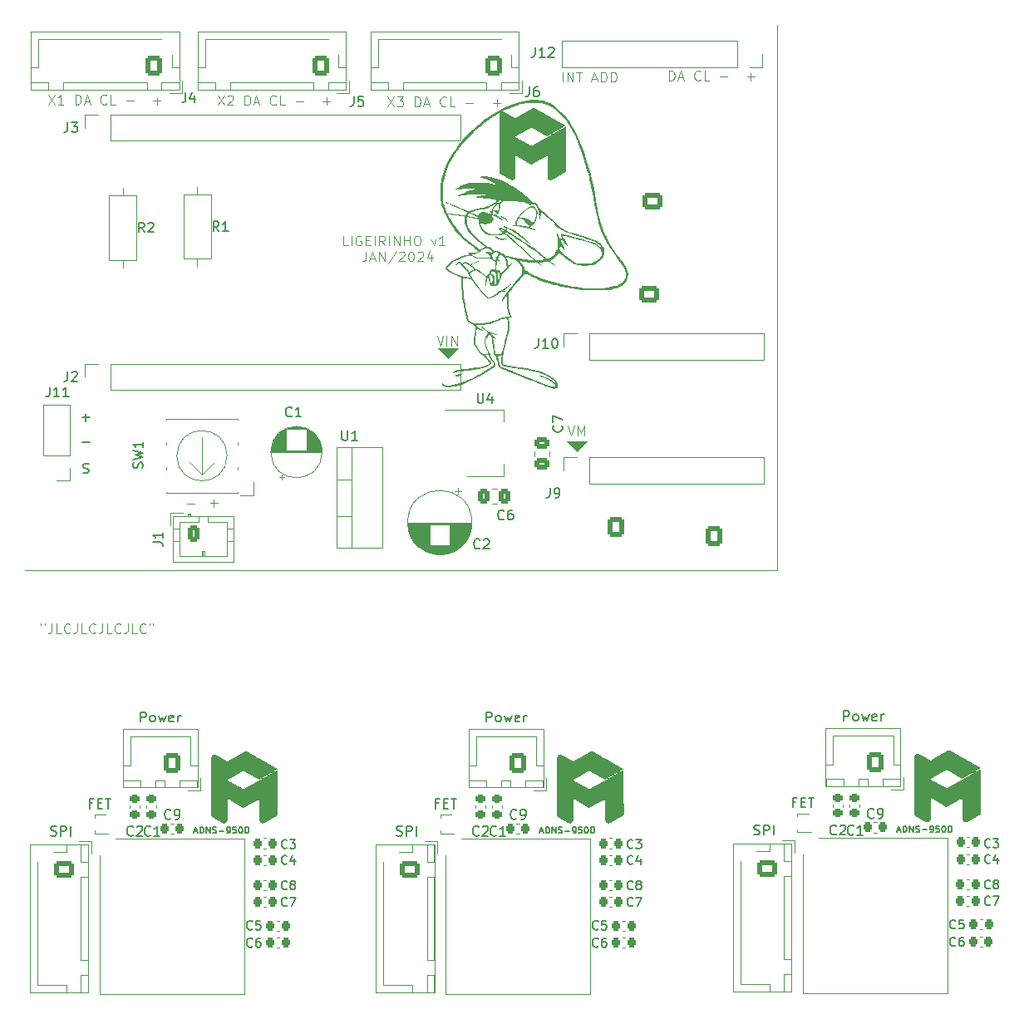
<source format=gto>
G04 #@! TF.GenerationSoftware,KiCad,Pcbnew,7.0.10*
G04 #@! TF.CreationDate,2024-01-17T23:16:48-03:00*
G04 #@! TF.ProjectId,ligeirinho,6c696765-6972-4696-9e68-6f2e6b696361,rev?*
G04 #@! TF.SameCoordinates,Original*
G04 #@! TF.FileFunction,Legend,Top*
G04 #@! TF.FilePolarity,Positive*
%FSLAX46Y46*%
G04 Gerber Fmt 4.6, Leading zero omitted, Abs format (unit mm)*
G04 Created by KiCad (PCBNEW 7.0.10) date 2024-01-17 23:16:48*
%MOMM*%
%LPD*%
G01*
G04 APERTURE LIST*
G04 Aperture macros list*
%AMRoundRect*
0 Rectangle with rounded corners*
0 $1 Rounding radius*
0 $2 $3 $4 $5 $6 $7 $8 $9 X,Y pos of 4 corners*
0 Add a 4 corners polygon primitive as box body*
4,1,4,$2,$3,$4,$5,$6,$7,$8,$9,$2,$3,0*
0 Add four circle primitives for the rounded corners*
1,1,$1+$1,$2,$3*
1,1,$1+$1,$4,$5*
1,1,$1+$1,$6,$7*
1,1,$1+$1,$8,$9*
0 Add four rect primitives between the rounded corners*
20,1,$1+$1,$2,$3,$4,$5,0*
20,1,$1+$1,$4,$5,$6,$7,0*
20,1,$1+$1,$6,$7,$8,$9,0*
20,1,$1+$1,$8,$9,$2,$3,0*%
G04 Aperture macros list end*
%ADD10C,0.100000*%
%ADD11C,0.125000*%
%ADD12C,0.150000*%
%ADD13C,0.120000*%
%ADD14RoundRect,0.225000X-0.250000X0.225000X-0.250000X-0.225000X0.250000X-0.225000X0.250000X0.225000X0*%
%ADD15RoundRect,0.225000X-0.225000X-0.250000X0.225000X-0.250000X0.225000X0.250000X-0.225000X0.250000X0*%
%ADD16C,1.200000*%
%ADD17RoundRect,0.250000X-0.725000X0.600000X-0.725000X-0.600000X0.725000X-0.600000X0.725000X0.600000X0*%
%ADD18O,1.950000X1.700000*%
%ADD19RoundRect,0.250000X0.600000X0.750000X-0.600000X0.750000X-0.600000X-0.750000X0.600000X-0.750000X0*%
%ADD20O,1.700000X2.000000*%
%ADD21R,1.400000X1.400000*%
%ADD22C,1.400000*%
%ADD23R,0.600000X0.500000*%
%ADD24O,1.600000X1.600000*%
%ADD25C,1.600000*%
%ADD26O,1.700000X1.700000*%
%ADD27R,1.700000X1.700000*%
%ADD28O,1.200000X1.750000*%
%ADD29RoundRect,0.250000X-0.350000X-0.625000X0.350000X-0.625000X0.350000X0.625000X-0.350000X0.625000X0*%
%ADD30O,2.000000X1.905000*%
%ADD31R,2.000000X1.905000*%
%ADD32R,2.000000X1.500000*%
%ADD33R,2.000000X3.800000*%
%ADD34O,1.700000X1.950000*%
%ADD35RoundRect,0.250000X0.600000X0.725000X-0.600000X0.725000X-0.600000X-0.725000X0.600000X-0.725000X0*%
%ADD36R,1.600000X1.600000*%
%ADD37RoundRect,0.250000X-0.475000X0.337500X-0.475000X-0.337500X0.475000X-0.337500X0.475000X0.337500X0*%
%ADD38O,2.100000X1.900000*%
%ADD39R,2.100000X1.900000*%
%ADD40RoundRect,0.250000X-0.337500X-0.475000X0.337500X-0.475000X0.337500X0.475000X-0.337500X0.475000X0*%
%ADD41O,2.000000X1.700000*%
%ADD42RoundRect,0.250000X0.750000X-0.600000X0.750000X0.600000X-0.750000X0.600000X-0.750000X-0.600000X0*%
%ADD43RoundRect,0.250000X0.725000X-0.600000X0.725000X0.600000X-0.725000X0.600000X-0.725000X-0.600000X0*%
%ADD44RoundRect,0.250000X-0.600000X-0.750000X0.600000X-0.750000X0.600000X0.750000X-0.600000X0.750000X0*%
G04 APERTURE END LIST*
D10*
X32056265Y-101222419D02*
X32056265Y-101412895D01*
X32437217Y-101222419D02*
X32437217Y-101412895D01*
X33151503Y-101222419D02*
X33151503Y-101936704D01*
X33151503Y-101936704D02*
X33103884Y-102079561D01*
X33103884Y-102079561D02*
X33008646Y-102174800D01*
X33008646Y-102174800D02*
X32865789Y-102222419D01*
X32865789Y-102222419D02*
X32770551Y-102222419D01*
X34103884Y-102222419D02*
X33627694Y-102222419D01*
X33627694Y-102222419D02*
X33627694Y-101222419D01*
X35008646Y-102127180D02*
X34961027Y-102174800D01*
X34961027Y-102174800D02*
X34818170Y-102222419D01*
X34818170Y-102222419D02*
X34722932Y-102222419D01*
X34722932Y-102222419D02*
X34580075Y-102174800D01*
X34580075Y-102174800D02*
X34484837Y-102079561D01*
X34484837Y-102079561D02*
X34437218Y-101984323D01*
X34437218Y-101984323D02*
X34389599Y-101793847D01*
X34389599Y-101793847D02*
X34389599Y-101650990D01*
X34389599Y-101650990D02*
X34437218Y-101460514D01*
X34437218Y-101460514D02*
X34484837Y-101365276D01*
X34484837Y-101365276D02*
X34580075Y-101270038D01*
X34580075Y-101270038D02*
X34722932Y-101222419D01*
X34722932Y-101222419D02*
X34818170Y-101222419D01*
X34818170Y-101222419D02*
X34961027Y-101270038D01*
X34961027Y-101270038D02*
X35008646Y-101317657D01*
X35722932Y-101222419D02*
X35722932Y-101936704D01*
X35722932Y-101936704D02*
X35675313Y-102079561D01*
X35675313Y-102079561D02*
X35580075Y-102174800D01*
X35580075Y-102174800D02*
X35437218Y-102222419D01*
X35437218Y-102222419D02*
X35341980Y-102222419D01*
X36675313Y-102222419D02*
X36199123Y-102222419D01*
X36199123Y-102222419D02*
X36199123Y-101222419D01*
X37580075Y-102127180D02*
X37532456Y-102174800D01*
X37532456Y-102174800D02*
X37389599Y-102222419D01*
X37389599Y-102222419D02*
X37294361Y-102222419D01*
X37294361Y-102222419D02*
X37151504Y-102174800D01*
X37151504Y-102174800D02*
X37056266Y-102079561D01*
X37056266Y-102079561D02*
X37008647Y-101984323D01*
X37008647Y-101984323D02*
X36961028Y-101793847D01*
X36961028Y-101793847D02*
X36961028Y-101650990D01*
X36961028Y-101650990D02*
X37008647Y-101460514D01*
X37008647Y-101460514D02*
X37056266Y-101365276D01*
X37056266Y-101365276D02*
X37151504Y-101270038D01*
X37151504Y-101270038D02*
X37294361Y-101222419D01*
X37294361Y-101222419D02*
X37389599Y-101222419D01*
X37389599Y-101222419D02*
X37532456Y-101270038D01*
X37532456Y-101270038D02*
X37580075Y-101317657D01*
X38294361Y-101222419D02*
X38294361Y-101936704D01*
X38294361Y-101936704D02*
X38246742Y-102079561D01*
X38246742Y-102079561D02*
X38151504Y-102174800D01*
X38151504Y-102174800D02*
X38008647Y-102222419D01*
X38008647Y-102222419D02*
X37913409Y-102222419D01*
X39246742Y-102222419D02*
X38770552Y-102222419D01*
X38770552Y-102222419D02*
X38770552Y-101222419D01*
X40151504Y-102127180D02*
X40103885Y-102174800D01*
X40103885Y-102174800D02*
X39961028Y-102222419D01*
X39961028Y-102222419D02*
X39865790Y-102222419D01*
X39865790Y-102222419D02*
X39722933Y-102174800D01*
X39722933Y-102174800D02*
X39627695Y-102079561D01*
X39627695Y-102079561D02*
X39580076Y-101984323D01*
X39580076Y-101984323D02*
X39532457Y-101793847D01*
X39532457Y-101793847D02*
X39532457Y-101650990D01*
X39532457Y-101650990D02*
X39580076Y-101460514D01*
X39580076Y-101460514D02*
X39627695Y-101365276D01*
X39627695Y-101365276D02*
X39722933Y-101270038D01*
X39722933Y-101270038D02*
X39865790Y-101222419D01*
X39865790Y-101222419D02*
X39961028Y-101222419D01*
X39961028Y-101222419D02*
X40103885Y-101270038D01*
X40103885Y-101270038D02*
X40151504Y-101317657D01*
X40865790Y-101222419D02*
X40865790Y-101936704D01*
X40865790Y-101936704D02*
X40818171Y-102079561D01*
X40818171Y-102079561D02*
X40722933Y-102174800D01*
X40722933Y-102174800D02*
X40580076Y-102222419D01*
X40580076Y-102222419D02*
X40484838Y-102222419D01*
X41818171Y-102222419D02*
X41341981Y-102222419D01*
X41341981Y-102222419D02*
X41341981Y-101222419D01*
X42722933Y-102127180D02*
X42675314Y-102174800D01*
X42675314Y-102174800D02*
X42532457Y-102222419D01*
X42532457Y-102222419D02*
X42437219Y-102222419D01*
X42437219Y-102222419D02*
X42294362Y-102174800D01*
X42294362Y-102174800D02*
X42199124Y-102079561D01*
X42199124Y-102079561D02*
X42151505Y-101984323D01*
X42151505Y-101984323D02*
X42103886Y-101793847D01*
X42103886Y-101793847D02*
X42103886Y-101650990D01*
X42103886Y-101650990D02*
X42151505Y-101460514D01*
X42151505Y-101460514D02*
X42199124Y-101365276D01*
X42199124Y-101365276D02*
X42294362Y-101270038D01*
X42294362Y-101270038D02*
X42437219Y-101222419D01*
X42437219Y-101222419D02*
X42532457Y-101222419D01*
X42532457Y-101222419D02*
X42675314Y-101270038D01*
X42675314Y-101270038D02*
X42722933Y-101317657D01*
X43103886Y-101222419D02*
X43103886Y-101412895D01*
X43484838Y-101222419D02*
X43484838Y-101412895D01*
X107050000Y-95800000D02*
X107050000Y-40250000D01*
X30400000Y-95800000D02*
X107050000Y-95800000D01*
X86605000Y-83705000D02*
X85605000Y-82705000D01*
X87605000Y-82705000D01*
X86605000Y-83705000D01*
G36*
X86605000Y-83705000D02*
G01*
X85605000Y-82705000D01*
X87605000Y-82705000D01*
X86605000Y-83705000D01*
G37*
X73485000Y-74195000D02*
X72485000Y-73195000D01*
X74485000Y-73195000D01*
X73485000Y-74195000D01*
G36*
X73485000Y-74195000D02*
G01*
X72485000Y-73195000D01*
X74485000Y-73195000D01*
X73485000Y-74195000D01*
G37*
X72366027Y-71927419D02*
X72699360Y-72927419D01*
X72699360Y-72927419D02*
X73032693Y-71927419D01*
X73366027Y-72927419D02*
X73366027Y-71927419D01*
X73842217Y-72927419D02*
X73842217Y-71927419D01*
X73842217Y-71927419D02*
X74413645Y-72927419D01*
X74413645Y-72927419D02*
X74413645Y-71927419D01*
D11*
X67360093Y-47556119D02*
X68026759Y-48556119D01*
X68026759Y-47556119D02*
X67360093Y-48556119D01*
X68312474Y-47556119D02*
X68931521Y-47556119D01*
X68931521Y-47556119D02*
X68598188Y-47937071D01*
X68598188Y-47937071D02*
X68741045Y-47937071D01*
X68741045Y-47937071D02*
X68836283Y-47984690D01*
X68836283Y-47984690D02*
X68883902Y-48032309D01*
X68883902Y-48032309D02*
X68931521Y-48127547D01*
X68931521Y-48127547D02*
X68931521Y-48365642D01*
X68931521Y-48365642D02*
X68883902Y-48460880D01*
X68883902Y-48460880D02*
X68836283Y-48508500D01*
X68836283Y-48508500D02*
X68741045Y-48556119D01*
X68741045Y-48556119D02*
X68455331Y-48556119D01*
X68455331Y-48556119D02*
X68360093Y-48508500D01*
X68360093Y-48508500D02*
X68312474Y-48460880D01*
X70121998Y-48556119D02*
X70121998Y-47556119D01*
X70121998Y-47556119D02*
X70360093Y-47556119D01*
X70360093Y-47556119D02*
X70502950Y-47603738D01*
X70502950Y-47603738D02*
X70598188Y-47698976D01*
X70598188Y-47698976D02*
X70645807Y-47794214D01*
X70645807Y-47794214D02*
X70693426Y-47984690D01*
X70693426Y-47984690D02*
X70693426Y-48127547D01*
X70693426Y-48127547D02*
X70645807Y-48318023D01*
X70645807Y-48318023D02*
X70598188Y-48413261D01*
X70598188Y-48413261D02*
X70502950Y-48508500D01*
X70502950Y-48508500D02*
X70360093Y-48556119D01*
X70360093Y-48556119D02*
X70121998Y-48556119D01*
X71074379Y-48270404D02*
X71550569Y-48270404D01*
X70979141Y-48556119D02*
X71312474Y-47556119D01*
X71312474Y-47556119D02*
X71645807Y-48556119D01*
X73312474Y-48460880D02*
X73264855Y-48508500D01*
X73264855Y-48508500D02*
X73121998Y-48556119D01*
X73121998Y-48556119D02*
X73026760Y-48556119D01*
X73026760Y-48556119D02*
X72883903Y-48508500D01*
X72883903Y-48508500D02*
X72788665Y-48413261D01*
X72788665Y-48413261D02*
X72741046Y-48318023D01*
X72741046Y-48318023D02*
X72693427Y-48127547D01*
X72693427Y-48127547D02*
X72693427Y-47984690D01*
X72693427Y-47984690D02*
X72741046Y-47794214D01*
X72741046Y-47794214D02*
X72788665Y-47698976D01*
X72788665Y-47698976D02*
X72883903Y-47603738D01*
X72883903Y-47603738D02*
X73026760Y-47556119D01*
X73026760Y-47556119D02*
X73121998Y-47556119D01*
X73121998Y-47556119D02*
X73264855Y-47603738D01*
X73264855Y-47603738D02*
X73312474Y-47651357D01*
X74217236Y-48556119D02*
X73741046Y-48556119D01*
X73741046Y-48556119D02*
X73741046Y-47556119D01*
X75312475Y-48175166D02*
X76074380Y-48175166D01*
X78074380Y-48175166D02*
X78836285Y-48175166D01*
X78455332Y-48556119D02*
X78455332Y-47794214D01*
D10*
X63317381Y-62717419D02*
X62841191Y-62717419D01*
X62841191Y-62717419D02*
X62841191Y-61717419D01*
X63650715Y-62717419D02*
X63650715Y-61717419D01*
X64650714Y-61765038D02*
X64555476Y-61717419D01*
X64555476Y-61717419D02*
X64412619Y-61717419D01*
X64412619Y-61717419D02*
X64269762Y-61765038D01*
X64269762Y-61765038D02*
X64174524Y-61860276D01*
X64174524Y-61860276D02*
X64126905Y-61955514D01*
X64126905Y-61955514D02*
X64079286Y-62145990D01*
X64079286Y-62145990D02*
X64079286Y-62288847D01*
X64079286Y-62288847D02*
X64126905Y-62479323D01*
X64126905Y-62479323D02*
X64174524Y-62574561D01*
X64174524Y-62574561D02*
X64269762Y-62669800D01*
X64269762Y-62669800D02*
X64412619Y-62717419D01*
X64412619Y-62717419D02*
X64507857Y-62717419D01*
X64507857Y-62717419D02*
X64650714Y-62669800D01*
X64650714Y-62669800D02*
X64698333Y-62622180D01*
X64698333Y-62622180D02*
X64698333Y-62288847D01*
X64698333Y-62288847D02*
X64507857Y-62288847D01*
X65126905Y-62193609D02*
X65460238Y-62193609D01*
X65603095Y-62717419D02*
X65126905Y-62717419D01*
X65126905Y-62717419D02*
X65126905Y-61717419D01*
X65126905Y-61717419D02*
X65603095Y-61717419D01*
X66031667Y-62717419D02*
X66031667Y-61717419D01*
X67079285Y-62717419D02*
X66745952Y-62241228D01*
X66507857Y-62717419D02*
X66507857Y-61717419D01*
X66507857Y-61717419D02*
X66888809Y-61717419D01*
X66888809Y-61717419D02*
X66984047Y-61765038D01*
X66984047Y-61765038D02*
X67031666Y-61812657D01*
X67031666Y-61812657D02*
X67079285Y-61907895D01*
X67079285Y-61907895D02*
X67079285Y-62050752D01*
X67079285Y-62050752D02*
X67031666Y-62145990D01*
X67031666Y-62145990D02*
X66984047Y-62193609D01*
X66984047Y-62193609D02*
X66888809Y-62241228D01*
X66888809Y-62241228D02*
X66507857Y-62241228D01*
X67507857Y-62717419D02*
X67507857Y-61717419D01*
X67984047Y-62717419D02*
X67984047Y-61717419D01*
X67984047Y-61717419D02*
X68555475Y-62717419D01*
X68555475Y-62717419D02*
X68555475Y-61717419D01*
X69031666Y-62717419D02*
X69031666Y-61717419D01*
X69031666Y-62193609D02*
X69603094Y-62193609D01*
X69603094Y-62717419D02*
X69603094Y-61717419D01*
X70269761Y-61717419D02*
X70460237Y-61717419D01*
X70460237Y-61717419D02*
X70555475Y-61765038D01*
X70555475Y-61765038D02*
X70650713Y-61860276D01*
X70650713Y-61860276D02*
X70698332Y-62050752D01*
X70698332Y-62050752D02*
X70698332Y-62384085D01*
X70698332Y-62384085D02*
X70650713Y-62574561D01*
X70650713Y-62574561D02*
X70555475Y-62669800D01*
X70555475Y-62669800D02*
X70460237Y-62717419D01*
X70460237Y-62717419D02*
X70269761Y-62717419D01*
X70269761Y-62717419D02*
X70174523Y-62669800D01*
X70174523Y-62669800D02*
X70079285Y-62574561D01*
X70079285Y-62574561D02*
X70031666Y-62384085D01*
X70031666Y-62384085D02*
X70031666Y-62050752D01*
X70031666Y-62050752D02*
X70079285Y-61860276D01*
X70079285Y-61860276D02*
X70174523Y-61765038D01*
X70174523Y-61765038D02*
X70269761Y-61717419D01*
X71793571Y-62050752D02*
X72031666Y-62717419D01*
X72031666Y-62717419D02*
X72269761Y-62050752D01*
X73174523Y-62717419D02*
X72603095Y-62717419D01*
X72888809Y-62717419D02*
X72888809Y-61717419D01*
X72888809Y-61717419D02*
X72793571Y-61860276D01*
X72793571Y-61860276D02*
X72698333Y-61955514D01*
X72698333Y-61955514D02*
X72603095Y-62003133D01*
X65126904Y-63327419D02*
X65126904Y-64041704D01*
X65126904Y-64041704D02*
X65079285Y-64184561D01*
X65079285Y-64184561D02*
X64984047Y-64279800D01*
X64984047Y-64279800D02*
X64841190Y-64327419D01*
X64841190Y-64327419D02*
X64745952Y-64327419D01*
X65555476Y-64041704D02*
X66031666Y-64041704D01*
X65460238Y-64327419D02*
X65793571Y-63327419D01*
X65793571Y-63327419D02*
X66126904Y-64327419D01*
X66460238Y-64327419D02*
X66460238Y-63327419D01*
X66460238Y-63327419D02*
X67031666Y-64327419D01*
X67031666Y-64327419D02*
X67031666Y-63327419D01*
X68222142Y-63279800D02*
X67365000Y-64565514D01*
X68507857Y-63422657D02*
X68555476Y-63375038D01*
X68555476Y-63375038D02*
X68650714Y-63327419D01*
X68650714Y-63327419D02*
X68888809Y-63327419D01*
X68888809Y-63327419D02*
X68984047Y-63375038D01*
X68984047Y-63375038D02*
X69031666Y-63422657D01*
X69031666Y-63422657D02*
X69079285Y-63517895D01*
X69079285Y-63517895D02*
X69079285Y-63613133D01*
X69079285Y-63613133D02*
X69031666Y-63755990D01*
X69031666Y-63755990D02*
X68460238Y-64327419D01*
X68460238Y-64327419D02*
X69079285Y-64327419D01*
X69698333Y-63327419D02*
X69793571Y-63327419D01*
X69793571Y-63327419D02*
X69888809Y-63375038D01*
X69888809Y-63375038D02*
X69936428Y-63422657D01*
X69936428Y-63422657D02*
X69984047Y-63517895D01*
X69984047Y-63517895D02*
X70031666Y-63708371D01*
X70031666Y-63708371D02*
X70031666Y-63946466D01*
X70031666Y-63946466D02*
X69984047Y-64136942D01*
X69984047Y-64136942D02*
X69936428Y-64232180D01*
X69936428Y-64232180D02*
X69888809Y-64279800D01*
X69888809Y-64279800D02*
X69793571Y-64327419D01*
X69793571Y-64327419D02*
X69698333Y-64327419D01*
X69698333Y-64327419D02*
X69603095Y-64279800D01*
X69603095Y-64279800D02*
X69555476Y-64232180D01*
X69555476Y-64232180D02*
X69507857Y-64136942D01*
X69507857Y-64136942D02*
X69460238Y-63946466D01*
X69460238Y-63946466D02*
X69460238Y-63708371D01*
X69460238Y-63708371D02*
X69507857Y-63517895D01*
X69507857Y-63517895D02*
X69555476Y-63422657D01*
X69555476Y-63422657D02*
X69603095Y-63375038D01*
X69603095Y-63375038D02*
X69698333Y-63327419D01*
X70412619Y-63422657D02*
X70460238Y-63375038D01*
X70460238Y-63375038D02*
X70555476Y-63327419D01*
X70555476Y-63327419D02*
X70793571Y-63327419D01*
X70793571Y-63327419D02*
X70888809Y-63375038D01*
X70888809Y-63375038D02*
X70936428Y-63422657D01*
X70936428Y-63422657D02*
X70984047Y-63517895D01*
X70984047Y-63517895D02*
X70984047Y-63613133D01*
X70984047Y-63613133D02*
X70936428Y-63755990D01*
X70936428Y-63755990D02*
X70365000Y-64327419D01*
X70365000Y-64327419D02*
X70984047Y-64327419D01*
X71841190Y-63660752D02*
X71841190Y-64327419D01*
X71603095Y-63279800D02*
X71365000Y-63994085D01*
X71365000Y-63994085D02*
X71984047Y-63994085D01*
D12*
X36978220Y-80216133D02*
X36216316Y-80216133D01*
X36597268Y-79835180D02*
X36597268Y-80597085D01*
X36978220Y-82756133D02*
X36216316Y-82756133D01*
D11*
X32770093Y-47336119D02*
X33436759Y-48336119D01*
X33436759Y-47336119D02*
X32770093Y-48336119D01*
X34341521Y-48336119D02*
X33770093Y-48336119D01*
X34055807Y-48336119D02*
X34055807Y-47336119D01*
X34055807Y-47336119D02*
X33960569Y-47478976D01*
X33960569Y-47478976D02*
X33865331Y-47574214D01*
X33865331Y-47574214D02*
X33770093Y-47621833D01*
X35531998Y-48336119D02*
X35531998Y-47336119D01*
X35531998Y-47336119D02*
X35770093Y-47336119D01*
X35770093Y-47336119D02*
X35912950Y-47383738D01*
X35912950Y-47383738D02*
X36008188Y-47478976D01*
X36008188Y-47478976D02*
X36055807Y-47574214D01*
X36055807Y-47574214D02*
X36103426Y-47764690D01*
X36103426Y-47764690D02*
X36103426Y-47907547D01*
X36103426Y-47907547D02*
X36055807Y-48098023D01*
X36055807Y-48098023D02*
X36008188Y-48193261D01*
X36008188Y-48193261D02*
X35912950Y-48288500D01*
X35912950Y-48288500D02*
X35770093Y-48336119D01*
X35770093Y-48336119D02*
X35531998Y-48336119D01*
X36484379Y-48050404D02*
X36960569Y-48050404D01*
X36389141Y-48336119D02*
X36722474Y-47336119D01*
X36722474Y-47336119D02*
X37055807Y-48336119D01*
X38722474Y-48240880D02*
X38674855Y-48288500D01*
X38674855Y-48288500D02*
X38531998Y-48336119D01*
X38531998Y-48336119D02*
X38436760Y-48336119D01*
X38436760Y-48336119D02*
X38293903Y-48288500D01*
X38293903Y-48288500D02*
X38198665Y-48193261D01*
X38198665Y-48193261D02*
X38151046Y-48098023D01*
X38151046Y-48098023D02*
X38103427Y-47907547D01*
X38103427Y-47907547D02*
X38103427Y-47764690D01*
X38103427Y-47764690D02*
X38151046Y-47574214D01*
X38151046Y-47574214D02*
X38198665Y-47478976D01*
X38198665Y-47478976D02*
X38293903Y-47383738D01*
X38293903Y-47383738D02*
X38436760Y-47336119D01*
X38436760Y-47336119D02*
X38531998Y-47336119D01*
X38531998Y-47336119D02*
X38674855Y-47383738D01*
X38674855Y-47383738D02*
X38722474Y-47431357D01*
X39627236Y-48336119D02*
X39151046Y-48336119D01*
X39151046Y-48336119D02*
X39151046Y-47336119D01*
X40722475Y-47955166D02*
X41484380Y-47955166D01*
X43484380Y-47955166D02*
X44246285Y-47955166D01*
X43865332Y-48336119D02*
X43865332Y-47574214D01*
X47644668Y-89014833D02*
X46882764Y-89014833D01*
X85700238Y-81086119D02*
X86033571Y-82086119D01*
X86033571Y-82086119D02*
X86366904Y-81086119D01*
X86700238Y-82086119D02*
X86700238Y-81086119D01*
X86700238Y-81086119D02*
X87033571Y-81800404D01*
X87033571Y-81800404D02*
X87366904Y-81086119D01*
X87366904Y-81086119D02*
X87366904Y-82086119D01*
X96015331Y-45886119D02*
X96015331Y-44886119D01*
X96015331Y-44886119D02*
X96253426Y-44886119D01*
X96253426Y-44886119D02*
X96396283Y-44933738D01*
X96396283Y-44933738D02*
X96491521Y-45028976D01*
X96491521Y-45028976D02*
X96539140Y-45124214D01*
X96539140Y-45124214D02*
X96586759Y-45314690D01*
X96586759Y-45314690D02*
X96586759Y-45457547D01*
X96586759Y-45457547D02*
X96539140Y-45648023D01*
X96539140Y-45648023D02*
X96491521Y-45743261D01*
X96491521Y-45743261D02*
X96396283Y-45838500D01*
X96396283Y-45838500D02*
X96253426Y-45886119D01*
X96253426Y-45886119D02*
X96015331Y-45886119D01*
X96967712Y-45600404D02*
X97443902Y-45600404D01*
X96872474Y-45886119D02*
X97205807Y-44886119D01*
X97205807Y-44886119D02*
X97539140Y-45886119D01*
X99205807Y-45790880D02*
X99158188Y-45838500D01*
X99158188Y-45838500D02*
X99015331Y-45886119D01*
X99015331Y-45886119D02*
X98920093Y-45886119D01*
X98920093Y-45886119D02*
X98777236Y-45838500D01*
X98777236Y-45838500D02*
X98681998Y-45743261D01*
X98681998Y-45743261D02*
X98634379Y-45648023D01*
X98634379Y-45648023D02*
X98586760Y-45457547D01*
X98586760Y-45457547D02*
X98586760Y-45314690D01*
X98586760Y-45314690D02*
X98634379Y-45124214D01*
X98634379Y-45124214D02*
X98681998Y-45028976D01*
X98681998Y-45028976D02*
X98777236Y-44933738D01*
X98777236Y-44933738D02*
X98920093Y-44886119D01*
X98920093Y-44886119D02*
X99015331Y-44886119D01*
X99015331Y-44886119D02*
X99158188Y-44933738D01*
X99158188Y-44933738D02*
X99205807Y-44981357D01*
X100110569Y-45886119D02*
X99634379Y-45886119D01*
X99634379Y-45886119D02*
X99634379Y-44886119D01*
X101205808Y-45505166D02*
X101967713Y-45505166D01*
X103967713Y-45505166D02*
X104729618Y-45505166D01*
X104348665Y-45886119D02*
X104348665Y-45124214D01*
X50030093Y-47406119D02*
X50696759Y-48406119D01*
X50696759Y-47406119D02*
X50030093Y-48406119D01*
X51030093Y-47501357D02*
X51077712Y-47453738D01*
X51077712Y-47453738D02*
X51172950Y-47406119D01*
X51172950Y-47406119D02*
X51411045Y-47406119D01*
X51411045Y-47406119D02*
X51506283Y-47453738D01*
X51506283Y-47453738D02*
X51553902Y-47501357D01*
X51553902Y-47501357D02*
X51601521Y-47596595D01*
X51601521Y-47596595D02*
X51601521Y-47691833D01*
X51601521Y-47691833D02*
X51553902Y-47834690D01*
X51553902Y-47834690D02*
X50982474Y-48406119D01*
X50982474Y-48406119D02*
X51601521Y-48406119D01*
X52791998Y-48406119D02*
X52791998Y-47406119D01*
X52791998Y-47406119D02*
X53030093Y-47406119D01*
X53030093Y-47406119D02*
X53172950Y-47453738D01*
X53172950Y-47453738D02*
X53268188Y-47548976D01*
X53268188Y-47548976D02*
X53315807Y-47644214D01*
X53315807Y-47644214D02*
X53363426Y-47834690D01*
X53363426Y-47834690D02*
X53363426Y-47977547D01*
X53363426Y-47977547D02*
X53315807Y-48168023D01*
X53315807Y-48168023D02*
X53268188Y-48263261D01*
X53268188Y-48263261D02*
X53172950Y-48358500D01*
X53172950Y-48358500D02*
X53030093Y-48406119D01*
X53030093Y-48406119D02*
X52791998Y-48406119D01*
X53744379Y-48120404D02*
X54220569Y-48120404D01*
X53649141Y-48406119D02*
X53982474Y-47406119D01*
X53982474Y-47406119D02*
X54315807Y-48406119D01*
X55982474Y-48310880D02*
X55934855Y-48358500D01*
X55934855Y-48358500D02*
X55791998Y-48406119D01*
X55791998Y-48406119D02*
X55696760Y-48406119D01*
X55696760Y-48406119D02*
X55553903Y-48358500D01*
X55553903Y-48358500D02*
X55458665Y-48263261D01*
X55458665Y-48263261D02*
X55411046Y-48168023D01*
X55411046Y-48168023D02*
X55363427Y-47977547D01*
X55363427Y-47977547D02*
X55363427Y-47834690D01*
X55363427Y-47834690D02*
X55411046Y-47644214D01*
X55411046Y-47644214D02*
X55458665Y-47548976D01*
X55458665Y-47548976D02*
X55553903Y-47453738D01*
X55553903Y-47453738D02*
X55696760Y-47406119D01*
X55696760Y-47406119D02*
X55791998Y-47406119D01*
X55791998Y-47406119D02*
X55934855Y-47453738D01*
X55934855Y-47453738D02*
X55982474Y-47501357D01*
X56887236Y-48406119D02*
X56411046Y-48406119D01*
X56411046Y-48406119D02*
X56411046Y-47406119D01*
X57982475Y-48025166D02*
X58744380Y-48025166D01*
X60744380Y-48025166D02*
X61506285Y-48025166D01*
X61125332Y-48406119D02*
X61125332Y-47644214D01*
X49655166Y-89334668D02*
X49655166Y-88572764D01*
X50036119Y-88953716D02*
X49274214Y-88953716D01*
X85185331Y-46036119D02*
X85185331Y-45036119D01*
X85661521Y-46036119D02*
X85661521Y-45036119D01*
X85661521Y-45036119D02*
X86232949Y-46036119D01*
X86232949Y-46036119D02*
X86232949Y-45036119D01*
X86566283Y-45036119D02*
X87137711Y-45036119D01*
X86851997Y-46036119D02*
X86851997Y-45036119D01*
X88185331Y-45750404D02*
X88661521Y-45750404D01*
X88090093Y-46036119D02*
X88423426Y-45036119D01*
X88423426Y-45036119D02*
X88756759Y-46036119D01*
X89090093Y-46036119D02*
X89090093Y-45036119D01*
X89090093Y-45036119D02*
X89328188Y-45036119D01*
X89328188Y-45036119D02*
X89471045Y-45083738D01*
X89471045Y-45083738D02*
X89566283Y-45178976D01*
X89566283Y-45178976D02*
X89613902Y-45274214D01*
X89613902Y-45274214D02*
X89661521Y-45464690D01*
X89661521Y-45464690D02*
X89661521Y-45607547D01*
X89661521Y-45607547D02*
X89613902Y-45798023D01*
X89613902Y-45798023D02*
X89566283Y-45893261D01*
X89566283Y-45893261D02*
X89471045Y-45988500D01*
X89471045Y-45988500D02*
X89328188Y-46036119D01*
X89328188Y-46036119D02*
X89090093Y-46036119D01*
X90090093Y-46036119D02*
X90090093Y-45036119D01*
X90090093Y-45036119D02*
X90328188Y-45036119D01*
X90328188Y-45036119D02*
X90471045Y-45083738D01*
X90471045Y-45083738D02*
X90566283Y-45178976D01*
X90566283Y-45178976D02*
X90613902Y-45274214D01*
X90613902Y-45274214D02*
X90661521Y-45464690D01*
X90661521Y-45464690D02*
X90661521Y-45607547D01*
X90661521Y-45607547D02*
X90613902Y-45798023D01*
X90613902Y-45798023D02*
X90566283Y-45893261D01*
X90566283Y-45893261D02*
X90471045Y-45988500D01*
X90471045Y-45988500D02*
X90328188Y-46036119D01*
X90328188Y-46036119D02*
X90090093Y-46036119D01*
D12*
X36882982Y-84962800D02*
X36740125Y-84915180D01*
X36740125Y-84915180D02*
X36502030Y-84915180D01*
X36502030Y-84915180D02*
X36406792Y-84962800D01*
X36406792Y-84962800D02*
X36359173Y-85010419D01*
X36359173Y-85010419D02*
X36311554Y-85105657D01*
X36311554Y-85105657D02*
X36311554Y-85200895D01*
X36311554Y-85200895D02*
X36359173Y-85296133D01*
X36359173Y-85296133D02*
X36406792Y-85343752D01*
X36406792Y-85343752D02*
X36502030Y-85391371D01*
X36502030Y-85391371D02*
X36692506Y-85438990D01*
X36692506Y-85438990D02*
X36787744Y-85486609D01*
X36787744Y-85486609D02*
X36835363Y-85534228D01*
X36835363Y-85534228D02*
X36882982Y-85629466D01*
X36882982Y-85629466D02*
X36882982Y-85724704D01*
X36882982Y-85724704D02*
X36835363Y-85819942D01*
X36835363Y-85819942D02*
X36787744Y-85867561D01*
X36787744Y-85867561D02*
X36692506Y-85915180D01*
X36692506Y-85915180D02*
X36454411Y-85915180D01*
X36454411Y-85915180D02*
X36311554Y-85867561D01*
X78403333Y-122760580D02*
X78355714Y-122808200D01*
X78355714Y-122808200D02*
X78212857Y-122855819D01*
X78212857Y-122855819D02*
X78117619Y-122855819D01*
X78117619Y-122855819D02*
X77974762Y-122808200D01*
X77974762Y-122808200D02*
X77879524Y-122712961D01*
X77879524Y-122712961D02*
X77831905Y-122617723D01*
X77831905Y-122617723D02*
X77784286Y-122427247D01*
X77784286Y-122427247D02*
X77784286Y-122284390D01*
X77784286Y-122284390D02*
X77831905Y-122093914D01*
X77831905Y-122093914D02*
X77879524Y-121998676D01*
X77879524Y-121998676D02*
X77974762Y-121903438D01*
X77974762Y-121903438D02*
X78117619Y-121855819D01*
X78117619Y-121855819D02*
X78212857Y-121855819D01*
X78212857Y-121855819D02*
X78355714Y-121903438D01*
X78355714Y-121903438D02*
X78403333Y-121951057D01*
X79355714Y-122855819D02*
X78784286Y-122855819D01*
X79070000Y-122855819D02*
X79070000Y-121855819D01*
X79070000Y-121855819D02*
X78974762Y-121998676D01*
X78974762Y-121998676D02*
X78879524Y-122093914D01*
X78879524Y-122093914D02*
X78784286Y-122141533D01*
X92330000Y-129930842D02*
X92287143Y-129973700D01*
X92287143Y-129973700D02*
X92158571Y-130016557D01*
X92158571Y-130016557D02*
X92072857Y-130016557D01*
X92072857Y-130016557D02*
X91944286Y-129973700D01*
X91944286Y-129973700D02*
X91858571Y-129887985D01*
X91858571Y-129887985D02*
X91815714Y-129802271D01*
X91815714Y-129802271D02*
X91772857Y-129630842D01*
X91772857Y-129630842D02*
X91772857Y-129502271D01*
X91772857Y-129502271D02*
X91815714Y-129330842D01*
X91815714Y-129330842D02*
X91858571Y-129245128D01*
X91858571Y-129245128D02*
X91944286Y-129159414D01*
X91944286Y-129159414D02*
X92072857Y-129116557D01*
X92072857Y-129116557D02*
X92158571Y-129116557D01*
X92158571Y-129116557D02*
X92287143Y-129159414D01*
X92287143Y-129159414D02*
X92330000Y-129202271D01*
X92630000Y-129116557D02*
X93230000Y-129116557D01*
X93230000Y-129116557D02*
X92844286Y-130016557D01*
X76650333Y-122747580D02*
X76602714Y-122795200D01*
X76602714Y-122795200D02*
X76459857Y-122842819D01*
X76459857Y-122842819D02*
X76364619Y-122842819D01*
X76364619Y-122842819D02*
X76221762Y-122795200D01*
X76221762Y-122795200D02*
X76126524Y-122699961D01*
X76126524Y-122699961D02*
X76078905Y-122604723D01*
X76078905Y-122604723D02*
X76031286Y-122414247D01*
X76031286Y-122414247D02*
X76031286Y-122271390D01*
X76031286Y-122271390D02*
X76078905Y-122080914D01*
X76078905Y-122080914D02*
X76126524Y-121985676D01*
X76126524Y-121985676D02*
X76221762Y-121890438D01*
X76221762Y-121890438D02*
X76364619Y-121842819D01*
X76364619Y-121842819D02*
X76459857Y-121842819D01*
X76459857Y-121842819D02*
X76602714Y-121890438D01*
X76602714Y-121890438D02*
X76650333Y-121938057D01*
X77031286Y-121938057D02*
X77078905Y-121890438D01*
X77078905Y-121890438D02*
X77174143Y-121842819D01*
X77174143Y-121842819D02*
X77412238Y-121842819D01*
X77412238Y-121842819D02*
X77507476Y-121890438D01*
X77507476Y-121890438D02*
X77555095Y-121938057D01*
X77555095Y-121938057D02*
X77602714Y-122033295D01*
X77602714Y-122033295D02*
X77602714Y-122128533D01*
X77602714Y-122128533D02*
X77555095Y-122271390D01*
X77555095Y-122271390D02*
X76983667Y-122842819D01*
X76983667Y-122842819D02*
X77602714Y-122842819D01*
X88788000Y-132319842D02*
X88745143Y-132362700D01*
X88745143Y-132362700D02*
X88616571Y-132405557D01*
X88616571Y-132405557D02*
X88530857Y-132405557D01*
X88530857Y-132405557D02*
X88402286Y-132362700D01*
X88402286Y-132362700D02*
X88316571Y-132276985D01*
X88316571Y-132276985D02*
X88273714Y-132191271D01*
X88273714Y-132191271D02*
X88230857Y-132019842D01*
X88230857Y-132019842D02*
X88230857Y-131891271D01*
X88230857Y-131891271D02*
X88273714Y-131719842D01*
X88273714Y-131719842D02*
X88316571Y-131634128D01*
X88316571Y-131634128D02*
X88402286Y-131548414D01*
X88402286Y-131548414D02*
X88530857Y-131505557D01*
X88530857Y-131505557D02*
X88616571Y-131505557D01*
X88616571Y-131505557D02*
X88745143Y-131548414D01*
X88745143Y-131548414D02*
X88788000Y-131591271D01*
X89602286Y-131505557D02*
X89173714Y-131505557D01*
X89173714Y-131505557D02*
X89130857Y-131934128D01*
X89130857Y-131934128D02*
X89173714Y-131891271D01*
X89173714Y-131891271D02*
X89259429Y-131848414D01*
X89259429Y-131848414D02*
X89473714Y-131848414D01*
X89473714Y-131848414D02*
X89559429Y-131891271D01*
X89559429Y-131891271D02*
X89602286Y-131934128D01*
X89602286Y-131934128D02*
X89645143Y-132019842D01*
X89645143Y-132019842D02*
X89645143Y-132234128D01*
X89645143Y-132234128D02*
X89602286Y-132319842D01*
X89602286Y-132319842D02*
X89559429Y-132362700D01*
X89559429Y-132362700D02*
X89473714Y-132405557D01*
X89473714Y-132405557D02*
X89259429Y-132405557D01*
X89259429Y-132405557D02*
X89173714Y-132362700D01*
X89173714Y-132362700D02*
X89130857Y-132319842D01*
X68270191Y-122802200D02*
X68413048Y-122849819D01*
X68413048Y-122849819D02*
X68651143Y-122849819D01*
X68651143Y-122849819D02*
X68746381Y-122802200D01*
X68746381Y-122802200D02*
X68794000Y-122754580D01*
X68794000Y-122754580D02*
X68841619Y-122659342D01*
X68841619Y-122659342D02*
X68841619Y-122564104D01*
X68841619Y-122564104D02*
X68794000Y-122468866D01*
X68794000Y-122468866D02*
X68746381Y-122421247D01*
X68746381Y-122421247D02*
X68651143Y-122373628D01*
X68651143Y-122373628D02*
X68460667Y-122326009D01*
X68460667Y-122326009D02*
X68365429Y-122278390D01*
X68365429Y-122278390D02*
X68317810Y-122230771D01*
X68317810Y-122230771D02*
X68270191Y-122135533D01*
X68270191Y-122135533D02*
X68270191Y-122040295D01*
X68270191Y-122040295D02*
X68317810Y-121945057D01*
X68317810Y-121945057D02*
X68365429Y-121897438D01*
X68365429Y-121897438D02*
X68460667Y-121849819D01*
X68460667Y-121849819D02*
X68698762Y-121849819D01*
X68698762Y-121849819D02*
X68841619Y-121897438D01*
X69270191Y-122849819D02*
X69270191Y-121849819D01*
X69270191Y-121849819D02*
X69651143Y-121849819D01*
X69651143Y-121849819D02*
X69746381Y-121897438D01*
X69746381Y-121897438D02*
X69794000Y-121945057D01*
X69794000Y-121945057D02*
X69841619Y-122040295D01*
X69841619Y-122040295D02*
X69841619Y-122183152D01*
X69841619Y-122183152D02*
X69794000Y-122278390D01*
X69794000Y-122278390D02*
X69746381Y-122326009D01*
X69746381Y-122326009D02*
X69651143Y-122373628D01*
X69651143Y-122373628D02*
X69270191Y-122373628D01*
X70270191Y-122849819D02*
X70270191Y-121849819D01*
X92330000Y-125657842D02*
X92287143Y-125700700D01*
X92287143Y-125700700D02*
X92158571Y-125743557D01*
X92158571Y-125743557D02*
X92072857Y-125743557D01*
X92072857Y-125743557D02*
X91944286Y-125700700D01*
X91944286Y-125700700D02*
X91858571Y-125614985D01*
X91858571Y-125614985D02*
X91815714Y-125529271D01*
X91815714Y-125529271D02*
X91772857Y-125357842D01*
X91772857Y-125357842D02*
X91772857Y-125229271D01*
X91772857Y-125229271D02*
X91815714Y-125057842D01*
X91815714Y-125057842D02*
X91858571Y-124972128D01*
X91858571Y-124972128D02*
X91944286Y-124886414D01*
X91944286Y-124886414D02*
X92072857Y-124843557D01*
X92072857Y-124843557D02*
X92158571Y-124843557D01*
X92158571Y-124843557D02*
X92287143Y-124886414D01*
X92287143Y-124886414D02*
X92330000Y-124929271D01*
X93101429Y-125143557D02*
X93101429Y-125743557D01*
X92887143Y-124800700D02*
X92672857Y-125443557D01*
X92672857Y-125443557D02*
X93230000Y-125443557D01*
X88788000Y-134097842D02*
X88745143Y-134140700D01*
X88745143Y-134140700D02*
X88616571Y-134183557D01*
X88616571Y-134183557D02*
X88530857Y-134183557D01*
X88530857Y-134183557D02*
X88402286Y-134140700D01*
X88402286Y-134140700D02*
X88316571Y-134054985D01*
X88316571Y-134054985D02*
X88273714Y-133969271D01*
X88273714Y-133969271D02*
X88230857Y-133797842D01*
X88230857Y-133797842D02*
X88230857Y-133669271D01*
X88230857Y-133669271D02*
X88273714Y-133497842D01*
X88273714Y-133497842D02*
X88316571Y-133412128D01*
X88316571Y-133412128D02*
X88402286Y-133326414D01*
X88402286Y-133326414D02*
X88530857Y-133283557D01*
X88530857Y-133283557D02*
X88616571Y-133283557D01*
X88616571Y-133283557D02*
X88745143Y-133326414D01*
X88745143Y-133326414D02*
X88788000Y-133369271D01*
X89559429Y-133283557D02*
X89388000Y-133283557D01*
X89388000Y-133283557D02*
X89302286Y-133326414D01*
X89302286Y-133326414D02*
X89259429Y-133369271D01*
X89259429Y-133369271D02*
X89173714Y-133497842D01*
X89173714Y-133497842D02*
X89130857Y-133669271D01*
X89130857Y-133669271D02*
X89130857Y-134012128D01*
X89130857Y-134012128D02*
X89173714Y-134097842D01*
X89173714Y-134097842D02*
X89216571Y-134140700D01*
X89216571Y-134140700D02*
X89302286Y-134183557D01*
X89302286Y-134183557D02*
X89473714Y-134183557D01*
X89473714Y-134183557D02*
X89559429Y-134140700D01*
X89559429Y-134140700D02*
X89602286Y-134097842D01*
X89602286Y-134097842D02*
X89645143Y-134012128D01*
X89645143Y-134012128D02*
X89645143Y-133797842D01*
X89645143Y-133797842D02*
X89602286Y-133712128D01*
X89602286Y-133712128D02*
X89559429Y-133669271D01*
X89559429Y-133669271D02*
X89473714Y-133626414D01*
X89473714Y-133626414D02*
X89302286Y-133626414D01*
X89302286Y-133626414D02*
X89216571Y-133669271D01*
X89216571Y-133669271D02*
X89173714Y-133712128D01*
X89173714Y-133712128D02*
X89130857Y-133797842D01*
X77413809Y-111230819D02*
X77413809Y-110230819D01*
X77413809Y-110230819D02*
X77794761Y-110230819D01*
X77794761Y-110230819D02*
X77889999Y-110278438D01*
X77889999Y-110278438D02*
X77937618Y-110326057D01*
X77937618Y-110326057D02*
X77985237Y-110421295D01*
X77985237Y-110421295D02*
X77985237Y-110564152D01*
X77985237Y-110564152D02*
X77937618Y-110659390D01*
X77937618Y-110659390D02*
X77889999Y-110707009D01*
X77889999Y-110707009D02*
X77794761Y-110754628D01*
X77794761Y-110754628D02*
X77413809Y-110754628D01*
X78556666Y-111230819D02*
X78461428Y-111183200D01*
X78461428Y-111183200D02*
X78413809Y-111135580D01*
X78413809Y-111135580D02*
X78366190Y-111040342D01*
X78366190Y-111040342D02*
X78366190Y-110754628D01*
X78366190Y-110754628D02*
X78413809Y-110659390D01*
X78413809Y-110659390D02*
X78461428Y-110611771D01*
X78461428Y-110611771D02*
X78556666Y-110564152D01*
X78556666Y-110564152D02*
X78699523Y-110564152D01*
X78699523Y-110564152D02*
X78794761Y-110611771D01*
X78794761Y-110611771D02*
X78842380Y-110659390D01*
X78842380Y-110659390D02*
X78889999Y-110754628D01*
X78889999Y-110754628D02*
X78889999Y-111040342D01*
X78889999Y-111040342D02*
X78842380Y-111135580D01*
X78842380Y-111135580D02*
X78794761Y-111183200D01*
X78794761Y-111183200D02*
X78699523Y-111230819D01*
X78699523Y-111230819D02*
X78556666Y-111230819D01*
X79223333Y-110564152D02*
X79413809Y-111230819D01*
X79413809Y-111230819D02*
X79604285Y-110754628D01*
X79604285Y-110754628D02*
X79794761Y-111230819D01*
X79794761Y-111230819D02*
X79985237Y-110564152D01*
X80747142Y-111183200D02*
X80651904Y-111230819D01*
X80651904Y-111230819D02*
X80461428Y-111230819D01*
X80461428Y-111230819D02*
X80366190Y-111183200D01*
X80366190Y-111183200D02*
X80318571Y-111087961D01*
X80318571Y-111087961D02*
X80318571Y-110707009D01*
X80318571Y-110707009D02*
X80366190Y-110611771D01*
X80366190Y-110611771D02*
X80461428Y-110564152D01*
X80461428Y-110564152D02*
X80651904Y-110564152D01*
X80651904Y-110564152D02*
X80747142Y-110611771D01*
X80747142Y-110611771D02*
X80794761Y-110707009D01*
X80794761Y-110707009D02*
X80794761Y-110802247D01*
X80794761Y-110802247D02*
X80318571Y-110897485D01*
X81223333Y-111230819D02*
X81223333Y-110564152D01*
X81223333Y-110754628D02*
X81270952Y-110659390D01*
X81270952Y-110659390D02*
X81318571Y-110611771D01*
X81318571Y-110611771D02*
X81413809Y-110564152D01*
X81413809Y-110564152D02*
X81509047Y-110564152D01*
X92330000Y-128250842D02*
X92287143Y-128293700D01*
X92287143Y-128293700D02*
X92158571Y-128336557D01*
X92158571Y-128336557D02*
X92072857Y-128336557D01*
X92072857Y-128336557D02*
X91944286Y-128293700D01*
X91944286Y-128293700D02*
X91858571Y-128207985D01*
X91858571Y-128207985D02*
X91815714Y-128122271D01*
X91815714Y-128122271D02*
X91772857Y-127950842D01*
X91772857Y-127950842D02*
X91772857Y-127822271D01*
X91772857Y-127822271D02*
X91815714Y-127650842D01*
X91815714Y-127650842D02*
X91858571Y-127565128D01*
X91858571Y-127565128D02*
X91944286Y-127479414D01*
X91944286Y-127479414D02*
X92072857Y-127436557D01*
X92072857Y-127436557D02*
X92158571Y-127436557D01*
X92158571Y-127436557D02*
X92287143Y-127479414D01*
X92287143Y-127479414D02*
X92330000Y-127522271D01*
X92844286Y-127822271D02*
X92758571Y-127779414D01*
X92758571Y-127779414D02*
X92715714Y-127736557D01*
X92715714Y-127736557D02*
X92672857Y-127650842D01*
X92672857Y-127650842D02*
X92672857Y-127607985D01*
X92672857Y-127607985D02*
X92715714Y-127522271D01*
X92715714Y-127522271D02*
X92758571Y-127479414D01*
X92758571Y-127479414D02*
X92844286Y-127436557D01*
X92844286Y-127436557D02*
X93015714Y-127436557D01*
X93015714Y-127436557D02*
X93101429Y-127479414D01*
X93101429Y-127479414D02*
X93144286Y-127522271D01*
X93144286Y-127522271D02*
X93187143Y-127607985D01*
X93187143Y-127607985D02*
X93187143Y-127650842D01*
X93187143Y-127650842D02*
X93144286Y-127736557D01*
X93144286Y-127736557D02*
X93101429Y-127779414D01*
X93101429Y-127779414D02*
X93015714Y-127822271D01*
X93015714Y-127822271D02*
X92844286Y-127822271D01*
X92844286Y-127822271D02*
X92758571Y-127865128D01*
X92758571Y-127865128D02*
X92715714Y-127907985D01*
X92715714Y-127907985D02*
X92672857Y-127993700D01*
X92672857Y-127993700D02*
X92672857Y-128165128D01*
X92672857Y-128165128D02*
X92715714Y-128250842D01*
X92715714Y-128250842D02*
X92758571Y-128293700D01*
X92758571Y-128293700D02*
X92844286Y-128336557D01*
X92844286Y-128336557D02*
X93015714Y-128336557D01*
X93015714Y-128336557D02*
X93101429Y-128293700D01*
X93101429Y-128293700D02*
X93144286Y-128250842D01*
X93144286Y-128250842D02*
X93187143Y-128165128D01*
X93187143Y-128165128D02*
X93187143Y-127993700D01*
X93187143Y-127993700D02*
X93144286Y-127907985D01*
X93144286Y-127907985D02*
X93101429Y-127865128D01*
X93101429Y-127865128D02*
X93015714Y-127822271D01*
X82869761Y-122392188D02*
X83179285Y-122392188D01*
X82807856Y-122577902D02*
X83024523Y-121927902D01*
X83024523Y-121927902D02*
X83241190Y-122577902D01*
X83457856Y-122577902D02*
X83457856Y-121927902D01*
X83457856Y-121927902D02*
X83612618Y-121927902D01*
X83612618Y-121927902D02*
X83705475Y-121958854D01*
X83705475Y-121958854D02*
X83767380Y-122020759D01*
X83767380Y-122020759D02*
X83798333Y-122082664D01*
X83798333Y-122082664D02*
X83829285Y-122206473D01*
X83829285Y-122206473D02*
X83829285Y-122299330D01*
X83829285Y-122299330D02*
X83798333Y-122423140D01*
X83798333Y-122423140D02*
X83767380Y-122485045D01*
X83767380Y-122485045D02*
X83705475Y-122546950D01*
X83705475Y-122546950D02*
X83612618Y-122577902D01*
X83612618Y-122577902D02*
X83457856Y-122577902D01*
X84107856Y-122577902D02*
X84107856Y-121927902D01*
X84107856Y-121927902D02*
X84479285Y-122577902D01*
X84479285Y-122577902D02*
X84479285Y-121927902D01*
X84757856Y-122546950D02*
X84850713Y-122577902D01*
X84850713Y-122577902D02*
X85005475Y-122577902D01*
X85005475Y-122577902D02*
X85067380Y-122546950D01*
X85067380Y-122546950D02*
X85098332Y-122515997D01*
X85098332Y-122515997D02*
X85129285Y-122454092D01*
X85129285Y-122454092D02*
X85129285Y-122392188D01*
X85129285Y-122392188D02*
X85098332Y-122330283D01*
X85098332Y-122330283D02*
X85067380Y-122299330D01*
X85067380Y-122299330D02*
X85005475Y-122268378D01*
X85005475Y-122268378D02*
X84881666Y-122237426D01*
X84881666Y-122237426D02*
X84819761Y-122206473D01*
X84819761Y-122206473D02*
X84788808Y-122175521D01*
X84788808Y-122175521D02*
X84757856Y-122113616D01*
X84757856Y-122113616D02*
X84757856Y-122051711D01*
X84757856Y-122051711D02*
X84788808Y-121989807D01*
X84788808Y-121989807D02*
X84819761Y-121958854D01*
X84819761Y-121958854D02*
X84881666Y-121927902D01*
X84881666Y-121927902D02*
X85036427Y-121927902D01*
X85036427Y-121927902D02*
X85129285Y-121958854D01*
X85407856Y-122330283D02*
X85903095Y-122330283D01*
X86243571Y-122577902D02*
X86367380Y-122577902D01*
X86367380Y-122577902D02*
X86429285Y-122546950D01*
X86429285Y-122546950D02*
X86460237Y-122515997D01*
X86460237Y-122515997D02*
X86522142Y-122423140D01*
X86522142Y-122423140D02*
X86553095Y-122299330D01*
X86553095Y-122299330D02*
X86553095Y-122051711D01*
X86553095Y-122051711D02*
X86522142Y-121989807D01*
X86522142Y-121989807D02*
X86491190Y-121958854D01*
X86491190Y-121958854D02*
X86429285Y-121927902D01*
X86429285Y-121927902D02*
X86305476Y-121927902D01*
X86305476Y-121927902D02*
X86243571Y-121958854D01*
X86243571Y-121958854D02*
X86212618Y-121989807D01*
X86212618Y-121989807D02*
X86181666Y-122051711D01*
X86181666Y-122051711D02*
X86181666Y-122206473D01*
X86181666Y-122206473D02*
X86212618Y-122268378D01*
X86212618Y-122268378D02*
X86243571Y-122299330D01*
X86243571Y-122299330D02*
X86305476Y-122330283D01*
X86305476Y-122330283D02*
X86429285Y-122330283D01*
X86429285Y-122330283D02*
X86491190Y-122299330D01*
X86491190Y-122299330D02*
X86522142Y-122268378D01*
X86522142Y-122268378D02*
X86553095Y-122206473D01*
X87141190Y-121927902D02*
X86831666Y-121927902D01*
X86831666Y-121927902D02*
X86800714Y-122237426D01*
X86800714Y-122237426D02*
X86831666Y-122206473D01*
X86831666Y-122206473D02*
X86893571Y-122175521D01*
X86893571Y-122175521D02*
X87048333Y-122175521D01*
X87048333Y-122175521D02*
X87110238Y-122206473D01*
X87110238Y-122206473D02*
X87141190Y-122237426D01*
X87141190Y-122237426D02*
X87172143Y-122299330D01*
X87172143Y-122299330D02*
X87172143Y-122454092D01*
X87172143Y-122454092D02*
X87141190Y-122515997D01*
X87141190Y-122515997D02*
X87110238Y-122546950D01*
X87110238Y-122546950D02*
X87048333Y-122577902D01*
X87048333Y-122577902D02*
X86893571Y-122577902D01*
X86893571Y-122577902D02*
X86831666Y-122546950D01*
X86831666Y-122546950D02*
X86800714Y-122515997D01*
X87574524Y-121927902D02*
X87636429Y-121927902D01*
X87636429Y-121927902D02*
X87698333Y-121958854D01*
X87698333Y-121958854D02*
X87729286Y-121989807D01*
X87729286Y-121989807D02*
X87760238Y-122051711D01*
X87760238Y-122051711D02*
X87791191Y-122175521D01*
X87791191Y-122175521D02*
X87791191Y-122330283D01*
X87791191Y-122330283D02*
X87760238Y-122454092D01*
X87760238Y-122454092D02*
X87729286Y-122515997D01*
X87729286Y-122515997D02*
X87698333Y-122546950D01*
X87698333Y-122546950D02*
X87636429Y-122577902D01*
X87636429Y-122577902D02*
X87574524Y-122577902D01*
X87574524Y-122577902D02*
X87512619Y-122546950D01*
X87512619Y-122546950D02*
X87481667Y-122515997D01*
X87481667Y-122515997D02*
X87450714Y-122454092D01*
X87450714Y-122454092D02*
X87419762Y-122330283D01*
X87419762Y-122330283D02*
X87419762Y-122175521D01*
X87419762Y-122175521D02*
X87450714Y-122051711D01*
X87450714Y-122051711D02*
X87481667Y-121989807D01*
X87481667Y-121989807D02*
X87512619Y-121958854D01*
X87512619Y-121958854D02*
X87574524Y-121927902D01*
X88193572Y-121927902D02*
X88255477Y-121927902D01*
X88255477Y-121927902D02*
X88317381Y-121958854D01*
X88317381Y-121958854D02*
X88348334Y-121989807D01*
X88348334Y-121989807D02*
X88379286Y-122051711D01*
X88379286Y-122051711D02*
X88410239Y-122175521D01*
X88410239Y-122175521D02*
X88410239Y-122330283D01*
X88410239Y-122330283D02*
X88379286Y-122454092D01*
X88379286Y-122454092D02*
X88348334Y-122515997D01*
X88348334Y-122515997D02*
X88317381Y-122546950D01*
X88317381Y-122546950D02*
X88255477Y-122577902D01*
X88255477Y-122577902D02*
X88193572Y-122577902D01*
X88193572Y-122577902D02*
X88131667Y-122546950D01*
X88131667Y-122546950D02*
X88100715Y-122515997D01*
X88100715Y-122515997D02*
X88069762Y-122454092D01*
X88069762Y-122454092D02*
X88038810Y-122330283D01*
X88038810Y-122330283D02*
X88038810Y-122175521D01*
X88038810Y-122175521D02*
X88069762Y-122051711D01*
X88069762Y-122051711D02*
X88100715Y-121989807D01*
X88100715Y-121989807D02*
X88131667Y-121958854D01*
X88131667Y-121958854D02*
X88193572Y-121927902D01*
X80467333Y-121064580D02*
X80419714Y-121112200D01*
X80419714Y-121112200D02*
X80276857Y-121159819D01*
X80276857Y-121159819D02*
X80181619Y-121159819D01*
X80181619Y-121159819D02*
X80038762Y-121112200D01*
X80038762Y-121112200D02*
X79943524Y-121016961D01*
X79943524Y-121016961D02*
X79895905Y-120921723D01*
X79895905Y-120921723D02*
X79848286Y-120731247D01*
X79848286Y-120731247D02*
X79848286Y-120588390D01*
X79848286Y-120588390D02*
X79895905Y-120397914D01*
X79895905Y-120397914D02*
X79943524Y-120302676D01*
X79943524Y-120302676D02*
X80038762Y-120207438D01*
X80038762Y-120207438D02*
X80181619Y-120159819D01*
X80181619Y-120159819D02*
X80276857Y-120159819D01*
X80276857Y-120159819D02*
X80419714Y-120207438D01*
X80419714Y-120207438D02*
X80467333Y-120255057D01*
X80943524Y-121159819D02*
X81134000Y-121159819D01*
X81134000Y-121159819D02*
X81229238Y-121112200D01*
X81229238Y-121112200D02*
X81276857Y-121064580D01*
X81276857Y-121064580D02*
X81372095Y-120921723D01*
X81372095Y-120921723D02*
X81419714Y-120731247D01*
X81419714Y-120731247D02*
X81419714Y-120350295D01*
X81419714Y-120350295D02*
X81372095Y-120255057D01*
X81372095Y-120255057D02*
X81324476Y-120207438D01*
X81324476Y-120207438D02*
X81229238Y-120159819D01*
X81229238Y-120159819D02*
X81038762Y-120159819D01*
X81038762Y-120159819D02*
X80943524Y-120207438D01*
X80943524Y-120207438D02*
X80895905Y-120255057D01*
X80895905Y-120255057D02*
X80848286Y-120350295D01*
X80848286Y-120350295D02*
X80848286Y-120588390D01*
X80848286Y-120588390D02*
X80895905Y-120683628D01*
X80895905Y-120683628D02*
X80943524Y-120731247D01*
X80943524Y-120731247D02*
X81038762Y-120778866D01*
X81038762Y-120778866D02*
X81229238Y-120778866D01*
X81229238Y-120778866D02*
X81324476Y-120731247D01*
X81324476Y-120731247D02*
X81372095Y-120683628D01*
X81372095Y-120683628D02*
X81419714Y-120588390D01*
X72529523Y-119526009D02*
X72196190Y-119526009D01*
X72196190Y-120049819D02*
X72196190Y-119049819D01*
X72196190Y-119049819D02*
X72672380Y-119049819D01*
X73053333Y-119526009D02*
X73386666Y-119526009D01*
X73529523Y-120049819D02*
X73053333Y-120049819D01*
X73053333Y-120049819D02*
X73053333Y-119049819D01*
X73053333Y-119049819D02*
X73529523Y-119049819D01*
X73815238Y-119049819D02*
X74386666Y-119049819D01*
X74100952Y-120049819D02*
X74100952Y-119049819D01*
X92330000Y-124047842D02*
X92287143Y-124090700D01*
X92287143Y-124090700D02*
X92158571Y-124133557D01*
X92158571Y-124133557D02*
X92072857Y-124133557D01*
X92072857Y-124133557D02*
X91944286Y-124090700D01*
X91944286Y-124090700D02*
X91858571Y-124004985D01*
X91858571Y-124004985D02*
X91815714Y-123919271D01*
X91815714Y-123919271D02*
X91772857Y-123747842D01*
X91772857Y-123747842D02*
X91772857Y-123619271D01*
X91772857Y-123619271D02*
X91815714Y-123447842D01*
X91815714Y-123447842D02*
X91858571Y-123362128D01*
X91858571Y-123362128D02*
X91944286Y-123276414D01*
X91944286Y-123276414D02*
X92072857Y-123233557D01*
X92072857Y-123233557D02*
X92158571Y-123233557D01*
X92158571Y-123233557D02*
X92287143Y-123276414D01*
X92287143Y-123276414D02*
X92330000Y-123319271D01*
X92630000Y-123233557D02*
X93187143Y-123233557D01*
X93187143Y-123233557D02*
X92887143Y-123576414D01*
X92887143Y-123576414D02*
X93015714Y-123576414D01*
X93015714Y-123576414D02*
X93101429Y-123619271D01*
X93101429Y-123619271D02*
X93144286Y-123662128D01*
X93144286Y-123662128D02*
X93187143Y-123747842D01*
X93187143Y-123747842D02*
X93187143Y-123962128D01*
X93187143Y-123962128D02*
X93144286Y-124047842D01*
X93144286Y-124047842D02*
X93101429Y-124090700D01*
X93101429Y-124090700D02*
X93015714Y-124133557D01*
X93015714Y-124133557D02*
X92758571Y-124133557D01*
X92758571Y-124133557D02*
X92672857Y-124090700D01*
X92672857Y-124090700D02*
X92630000Y-124047842D01*
X114803333Y-122660580D02*
X114755714Y-122708200D01*
X114755714Y-122708200D02*
X114612857Y-122755819D01*
X114612857Y-122755819D02*
X114517619Y-122755819D01*
X114517619Y-122755819D02*
X114374762Y-122708200D01*
X114374762Y-122708200D02*
X114279524Y-122612961D01*
X114279524Y-122612961D02*
X114231905Y-122517723D01*
X114231905Y-122517723D02*
X114184286Y-122327247D01*
X114184286Y-122327247D02*
X114184286Y-122184390D01*
X114184286Y-122184390D02*
X114231905Y-121993914D01*
X114231905Y-121993914D02*
X114279524Y-121898676D01*
X114279524Y-121898676D02*
X114374762Y-121803438D01*
X114374762Y-121803438D02*
X114517619Y-121755819D01*
X114517619Y-121755819D02*
X114612857Y-121755819D01*
X114612857Y-121755819D02*
X114755714Y-121803438D01*
X114755714Y-121803438D02*
X114803333Y-121851057D01*
X115755714Y-122755819D02*
X115184286Y-122755819D01*
X115470000Y-122755819D02*
X115470000Y-121755819D01*
X115470000Y-121755819D02*
X115374762Y-121898676D01*
X115374762Y-121898676D02*
X115279524Y-121993914D01*
X115279524Y-121993914D02*
X115184286Y-122041533D01*
X128730000Y-129830842D02*
X128687143Y-129873700D01*
X128687143Y-129873700D02*
X128558571Y-129916557D01*
X128558571Y-129916557D02*
X128472857Y-129916557D01*
X128472857Y-129916557D02*
X128344286Y-129873700D01*
X128344286Y-129873700D02*
X128258571Y-129787985D01*
X128258571Y-129787985D02*
X128215714Y-129702271D01*
X128215714Y-129702271D02*
X128172857Y-129530842D01*
X128172857Y-129530842D02*
X128172857Y-129402271D01*
X128172857Y-129402271D02*
X128215714Y-129230842D01*
X128215714Y-129230842D02*
X128258571Y-129145128D01*
X128258571Y-129145128D02*
X128344286Y-129059414D01*
X128344286Y-129059414D02*
X128472857Y-129016557D01*
X128472857Y-129016557D02*
X128558571Y-129016557D01*
X128558571Y-129016557D02*
X128687143Y-129059414D01*
X128687143Y-129059414D02*
X128730000Y-129102271D01*
X129030000Y-129016557D02*
X129630000Y-129016557D01*
X129630000Y-129016557D02*
X129244286Y-129916557D01*
X113050333Y-122647580D02*
X113002714Y-122695200D01*
X113002714Y-122695200D02*
X112859857Y-122742819D01*
X112859857Y-122742819D02*
X112764619Y-122742819D01*
X112764619Y-122742819D02*
X112621762Y-122695200D01*
X112621762Y-122695200D02*
X112526524Y-122599961D01*
X112526524Y-122599961D02*
X112478905Y-122504723D01*
X112478905Y-122504723D02*
X112431286Y-122314247D01*
X112431286Y-122314247D02*
X112431286Y-122171390D01*
X112431286Y-122171390D02*
X112478905Y-121980914D01*
X112478905Y-121980914D02*
X112526524Y-121885676D01*
X112526524Y-121885676D02*
X112621762Y-121790438D01*
X112621762Y-121790438D02*
X112764619Y-121742819D01*
X112764619Y-121742819D02*
X112859857Y-121742819D01*
X112859857Y-121742819D02*
X113002714Y-121790438D01*
X113002714Y-121790438D02*
X113050333Y-121838057D01*
X113431286Y-121838057D02*
X113478905Y-121790438D01*
X113478905Y-121790438D02*
X113574143Y-121742819D01*
X113574143Y-121742819D02*
X113812238Y-121742819D01*
X113812238Y-121742819D02*
X113907476Y-121790438D01*
X113907476Y-121790438D02*
X113955095Y-121838057D01*
X113955095Y-121838057D02*
X114002714Y-121933295D01*
X114002714Y-121933295D02*
X114002714Y-122028533D01*
X114002714Y-122028533D02*
X113955095Y-122171390D01*
X113955095Y-122171390D02*
X113383667Y-122742819D01*
X113383667Y-122742819D02*
X114002714Y-122742819D01*
X125188000Y-132219842D02*
X125145143Y-132262700D01*
X125145143Y-132262700D02*
X125016571Y-132305557D01*
X125016571Y-132305557D02*
X124930857Y-132305557D01*
X124930857Y-132305557D02*
X124802286Y-132262700D01*
X124802286Y-132262700D02*
X124716571Y-132176985D01*
X124716571Y-132176985D02*
X124673714Y-132091271D01*
X124673714Y-132091271D02*
X124630857Y-131919842D01*
X124630857Y-131919842D02*
X124630857Y-131791271D01*
X124630857Y-131791271D02*
X124673714Y-131619842D01*
X124673714Y-131619842D02*
X124716571Y-131534128D01*
X124716571Y-131534128D02*
X124802286Y-131448414D01*
X124802286Y-131448414D02*
X124930857Y-131405557D01*
X124930857Y-131405557D02*
X125016571Y-131405557D01*
X125016571Y-131405557D02*
X125145143Y-131448414D01*
X125145143Y-131448414D02*
X125188000Y-131491271D01*
X126002286Y-131405557D02*
X125573714Y-131405557D01*
X125573714Y-131405557D02*
X125530857Y-131834128D01*
X125530857Y-131834128D02*
X125573714Y-131791271D01*
X125573714Y-131791271D02*
X125659429Y-131748414D01*
X125659429Y-131748414D02*
X125873714Y-131748414D01*
X125873714Y-131748414D02*
X125959429Y-131791271D01*
X125959429Y-131791271D02*
X126002286Y-131834128D01*
X126002286Y-131834128D02*
X126045143Y-131919842D01*
X126045143Y-131919842D02*
X126045143Y-132134128D01*
X126045143Y-132134128D02*
X126002286Y-132219842D01*
X126002286Y-132219842D02*
X125959429Y-132262700D01*
X125959429Y-132262700D02*
X125873714Y-132305557D01*
X125873714Y-132305557D02*
X125659429Y-132305557D01*
X125659429Y-132305557D02*
X125573714Y-132262700D01*
X125573714Y-132262700D02*
X125530857Y-132219842D01*
X104670191Y-122702200D02*
X104813048Y-122749819D01*
X104813048Y-122749819D02*
X105051143Y-122749819D01*
X105051143Y-122749819D02*
X105146381Y-122702200D01*
X105146381Y-122702200D02*
X105194000Y-122654580D01*
X105194000Y-122654580D02*
X105241619Y-122559342D01*
X105241619Y-122559342D02*
X105241619Y-122464104D01*
X105241619Y-122464104D02*
X105194000Y-122368866D01*
X105194000Y-122368866D02*
X105146381Y-122321247D01*
X105146381Y-122321247D02*
X105051143Y-122273628D01*
X105051143Y-122273628D02*
X104860667Y-122226009D01*
X104860667Y-122226009D02*
X104765429Y-122178390D01*
X104765429Y-122178390D02*
X104717810Y-122130771D01*
X104717810Y-122130771D02*
X104670191Y-122035533D01*
X104670191Y-122035533D02*
X104670191Y-121940295D01*
X104670191Y-121940295D02*
X104717810Y-121845057D01*
X104717810Y-121845057D02*
X104765429Y-121797438D01*
X104765429Y-121797438D02*
X104860667Y-121749819D01*
X104860667Y-121749819D02*
X105098762Y-121749819D01*
X105098762Y-121749819D02*
X105241619Y-121797438D01*
X105670191Y-122749819D02*
X105670191Y-121749819D01*
X105670191Y-121749819D02*
X106051143Y-121749819D01*
X106051143Y-121749819D02*
X106146381Y-121797438D01*
X106146381Y-121797438D02*
X106194000Y-121845057D01*
X106194000Y-121845057D02*
X106241619Y-121940295D01*
X106241619Y-121940295D02*
X106241619Y-122083152D01*
X106241619Y-122083152D02*
X106194000Y-122178390D01*
X106194000Y-122178390D02*
X106146381Y-122226009D01*
X106146381Y-122226009D02*
X106051143Y-122273628D01*
X106051143Y-122273628D02*
X105670191Y-122273628D01*
X106670191Y-122749819D02*
X106670191Y-121749819D01*
X128730000Y-125557842D02*
X128687143Y-125600700D01*
X128687143Y-125600700D02*
X128558571Y-125643557D01*
X128558571Y-125643557D02*
X128472857Y-125643557D01*
X128472857Y-125643557D02*
X128344286Y-125600700D01*
X128344286Y-125600700D02*
X128258571Y-125514985D01*
X128258571Y-125514985D02*
X128215714Y-125429271D01*
X128215714Y-125429271D02*
X128172857Y-125257842D01*
X128172857Y-125257842D02*
X128172857Y-125129271D01*
X128172857Y-125129271D02*
X128215714Y-124957842D01*
X128215714Y-124957842D02*
X128258571Y-124872128D01*
X128258571Y-124872128D02*
X128344286Y-124786414D01*
X128344286Y-124786414D02*
X128472857Y-124743557D01*
X128472857Y-124743557D02*
X128558571Y-124743557D01*
X128558571Y-124743557D02*
X128687143Y-124786414D01*
X128687143Y-124786414D02*
X128730000Y-124829271D01*
X129501429Y-125043557D02*
X129501429Y-125643557D01*
X129287143Y-124700700D02*
X129072857Y-125343557D01*
X129072857Y-125343557D02*
X129630000Y-125343557D01*
X125188000Y-133997842D02*
X125145143Y-134040700D01*
X125145143Y-134040700D02*
X125016571Y-134083557D01*
X125016571Y-134083557D02*
X124930857Y-134083557D01*
X124930857Y-134083557D02*
X124802286Y-134040700D01*
X124802286Y-134040700D02*
X124716571Y-133954985D01*
X124716571Y-133954985D02*
X124673714Y-133869271D01*
X124673714Y-133869271D02*
X124630857Y-133697842D01*
X124630857Y-133697842D02*
X124630857Y-133569271D01*
X124630857Y-133569271D02*
X124673714Y-133397842D01*
X124673714Y-133397842D02*
X124716571Y-133312128D01*
X124716571Y-133312128D02*
X124802286Y-133226414D01*
X124802286Y-133226414D02*
X124930857Y-133183557D01*
X124930857Y-133183557D02*
X125016571Y-133183557D01*
X125016571Y-133183557D02*
X125145143Y-133226414D01*
X125145143Y-133226414D02*
X125188000Y-133269271D01*
X125959429Y-133183557D02*
X125788000Y-133183557D01*
X125788000Y-133183557D02*
X125702286Y-133226414D01*
X125702286Y-133226414D02*
X125659429Y-133269271D01*
X125659429Y-133269271D02*
X125573714Y-133397842D01*
X125573714Y-133397842D02*
X125530857Y-133569271D01*
X125530857Y-133569271D02*
X125530857Y-133912128D01*
X125530857Y-133912128D02*
X125573714Y-133997842D01*
X125573714Y-133997842D02*
X125616571Y-134040700D01*
X125616571Y-134040700D02*
X125702286Y-134083557D01*
X125702286Y-134083557D02*
X125873714Y-134083557D01*
X125873714Y-134083557D02*
X125959429Y-134040700D01*
X125959429Y-134040700D02*
X126002286Y-133997842D01*
X126002286Y-133997842D02*
X126045143Y-133912128D01*
X126045143Y-133912128D02*
X126045143Y-133697842D01*
X126045143Y-133697842D02*
X126002286Y-133612128D01*
X126002286Y-133612128D02*
X125959429Y-133569271D01*
X125959429Y-133569271D02*
X125873714Y-133526414D01*
X125873714Y-133526414D02*
X125702286Y-133526414D01*
X125702286Y-133526414D02*
X125616571Y-133569271D01*
X125616571Y-133569271D02*
X125573714Y-133612128D01*
X125573714Y-133612128D02*
X125530857Y-133697842D01*
X113813809Y-111130819D02*
X113813809Y-110130819D01*
X113813809Y-110130819D02*
X114194761Y-110130819D01*
X114194761Y-110130819D02*
X114289999Y-110178438D01*
X114289999Y-110178438D02*
X114337618Y-110226057D01*
X114337618Y-110226057D02*
X114385237Y-110321295D01*
X114385237Y-110321295D02*
X114385237Y-110464152D01*
X114385237Y-110464152D02*
X114337618Y-110559390D01*
X114337618Y-110559390D02*
X114289999Y-110607009D01*
X114289999Y-110607009D02*
X114194761Y-110654628D01*
X114194761Y-110654628D02*
X113813809Y-110654628D01*
X114956666Y-111130819D02*
X114861428Y-111083200D01*
X114861428Y-111083200D02*
X114813809Y-111035580D01*
X114813809Y-111035580D02*
X114766190Y-110940342D01*
X114766190Y-110940342D02*
X114766190Y-110654628D01*
X114766190Y-110654628D02*
X114813809Y-110559390D01*
X114813809Y-110559390D02*
X114861428Y-110511771D01*
X114861428Y-110511771D02*
X114956666Y-110464152D01*
X114956666Y-110464152D02*
X115099523Y-110464152D01*
X115099523Y-110464152D02*
X115194761Y-110511771D01*
X115194761Y-110511771D02*
X115242380Y-110559390D01*
X115242380Y-110559390D02*
X115289999Y-110654628D01*
X115289999Y-110654628D02*
X115289999Y-110940342D01*
X115289999Y-110940342D02*
X115242380Y-111035580D01*
X115242380Y-111035580D02*
X115194761Y-111083200D01*
X115194761Y-111083200D02*
X115099523Y-111130819D01*
X115099523Y-111130819D02*
X114956666Y-111130819D01*
X115623333Y-110464152D02*
X115813809Y-111130819D01*
X115813809Y-111130819D02*
X116004285Y-110654628D01*
X116004285Y-110654628D02*
X116194761Y-111130819D01*
X116194761Y-111130819D02*
X116385237Y-110464152D01*
X117147142Y-111083200D02*
X117051904Y-111130819D01*
X117051904Y-111130819D02*
X116861428Y-111130819D01*
X116861428Y-111130819D02*
X116766190Y-111083200D01*
X116766190Y-111083200D02*
X116718571Y-110987961D01*
X116718571Y-110987961D02*
X116718571Y-110607009D01*
X116718571Y-110607009D02*
X116766190Y-110511771D01*
X116766190Y-110511771D02*
X116861428Y-110464152D01*
X116861428Y-110464152D02*
X117051904Y-110464152D01*
X117051904Y-110464152D02*
X117147142Y-110511771D01*
X117147142Y-110511771D02*
X117194761Y-110607009D01*
X117194761Y-110607009D02*
X117194761Y-110702247D01*
X117194761Y-110702247D02*
X116718571Y-110797485D01*
X117623333Y-111130819D02*
X117623333Y-110464152D01*
X117623333Y-110654628D02*
X117670952Y-110559390D01*
X117670952Y-110559390D02*
X117718571Y-110511771D01*
X117718571Y-110511771D02*
X117813809Y-110464152D01*
X117813809Y-110464152D02*
X117909047Y-110464152D01*
X128730000Y-128150842D02*
X128687143Y-128193700D01*
X128687143Y-128193700D02*
X128558571Y-128236557D01*
X128558571Y-128236557D02*
X128472857Y-128236557D01*
X128472857Y-128236557D02*
X128344286Y-128193700D01*
X128344286Y-128193700D02*
X128258571Y-128107985D01*
X128258571Y-128107985D02*
X128215714Y-128022271D01*
X128215714Y-128022271D02*
X128172857Y-127850842D01*
X128172857Y-127850842D02*
X128172857Y-127722271D01*
X128172857Y-127722271D02*
X128215714Y-127550842D01*
X128215714Y-127550842D02*
X128258571Y-127465128D01*
X128258571Y-127465128D02*
X128344286Y-127379414D01*
X128344286Y-127379414D02*
X128472857Y-127336557D01*
X128472857Y-127336557D02*
X128558571Y-127336557D01*
X128558571Y-127336557D02*
X128687143Y-127379414D01*
X128687143Y-127379414D02*
X128730000Y-127422271D01*
X129244286Y-127722271D02*
X129158571Y-127679414D01*
X129158571Y-127679414D02*
X129115714Y-127636557D01*
X129115714Y-127636557D02*
X129072857Y-127550842D01*
X129072857Y-127550842D02*
X129072857Y-127507985D01*
X129072857Y-127507985D02*
X129115714Y-127422271D01*
X129115714Y-127422271D02*
X129158571Y-127379414D01*
X129158571Y-127379414D02*
X129244286Y-127336557D01*
X129244286Y-127336557D02*
X129415714Y-127336557D01*
X129415714Y-127336557D02*
X129501429Y-127379414D01*
X129501429Y-127379414D02*
X129544286Y-127422271D01*
X129544286Y-127422271D02*
X129587143Y-127507985D01*
X129587143Y-127507985D02*
X129587143Y-127550842D01*
X129587143Y-127550842D02*
X129544286Y-127636557D01*
X129544286Y-127636557D02*
X129501429Y-127679414D01*
X129501429Y-127679414D02*
X129415714Y-127722271D01*
X129415714Y-127722271D02*
X129244286Y-127722271D01*
X129244286Y-127722271D02*
X129158571Y-127765128D01*
X129158571Y-127765128D02*
X129115714Y-127807985D01*
X129115714Y-127807985D02*
X129072857Y-127893700D01*
X129072857Y-127893700D02*
X129072857Y-128065128D01*
X129072857Y-128065128D02*
X129115714Y-128150842D01*
X129115714Y-128150842D02*
X129158571Y-128193700D01*
X129158571Y-128193700D02*
X129244286Y-128236557D01*
X129244286Y-128236557D02*
X129415714Y-128236557D01*
X129415714Y-128236557D02*
X129501429Y-128193700D01*
X129501429Y-128193700D02*
X129544286Y-128150842D01*
X129544286Y-128150842D02*
X129587143Y-128065128D01*
X129587143Y-128065128D02*
X129587143Y-127893700D01*
X129587143Y-127893700D02*
X129544286Y-127807985D01*
X129544286Y-127807985D02*
X129501429Y-127765128D01*
X129501429Y-127765128D02*
X129415714Y-127722271D01*
X119269761Y-122292188D02*
X119579285Y-122292188D01*
X119207856Y-122477902D02*
X119424523Y-121827902D01*
X119424523Y-121827902D02*
X119641190Y-122477902D01*
X119857856Y-122477902D02*
X119857856Y-121827902D01*
X119857856Y-121827902D02*
X120012618Y-121827902D01*
X120012618Y-121827902D02*
X120105475Y-121858854D01*
X120105475Y-121858854D02*
X120167380Y-121920759D01*
X120167380Y-121920759D02*
X120198333Y-121982664D01*
X120198333Y-121982664D02*
X120229285Y-122106473D01*
X120229285Y-122106473D02*
X120229285Y-122199330D01*
X120229285Y-122199330D02*
X120198333Y-122323140D01*
X120198333Y-122323140D02*
X120167380Y-122385045D01*
X120167380Y-122385045D02*
X120105475Y-122446950D01*
X120105475Y-122446950D02*
X120012618Y-122477902D01*
X120012618Y-122477902D02*
X119857856Y-122477902D01*
X120507856Y-122477902D02*
X120507856Y-121827902D01*
X120507856Y-121827902D02*
X120879285Y-122477902D01*
X120879285Y-122477902D02*
X120879285Y-121827902D01*
X121157856Y-122446950D02*
X121250713Y-122477902D01*
X121250713Y-122477902D02*
X121405475Y-122477902D01*
X121405475Y-122477902D02*
X121467380Y-122446950D01*
X121467380Y-122446950D02*
X121498332Y-122415997D01*
X121498332Y-122415997D02*
X121529285Y-122354092D01*
X121529285Y-122354092D02*
X121529285Y-122292188D01*
X121529285Y-122292188D02*
X121498332Y-122230283D01*
X121498332Y-122230283D02*
X121467380Y-122199330D01*
X121467380Y-122199330D02*
X121405475Y-122168378D01*
X121405475Y-122168378D02*
X121281666Y-122137426D01*
X121281666Y-122137426D02*
X121219761Y-122106473D01*
X121219761Y-122106473D02*
X121188808Y-122075521D01*
X121188808Y-122075521D02*
X121157856Y-122013616D01*
X121157856Y-122013616D02*
X121157856Y-121951711D01*
X121157856Y-121951711D02*
X121188808Y-121889807D01*
X121188808Y-121889807D02*
X121219761Y-121858854D01*
X121219761Y-121858854D02*
X121281666Y-121827902D01*
X121281666Y-121827902D02*
X121436427Y-121827902D01*
X121436427Y-121827902D02*
X121529285Y-121858854D01*
X121807856Y-122230283D02*
X122303095Y-122230283D01*
X122643571Y-122477902D02*
X122767380Y-122477902D01*
X122767380Y-122477902D02*
X122829285Y-122446950D01*
X122829285Y-122446950D02*
X122860237Y-122415997D01*
X122860237Y-122415997D02*
X122922142Y-122323140D01*
X122922142Y-122323140D02*
X122953095Y-122199330D01*
X122953095Y-122199330D02*
X122953095Y-121951711D01*
X122953095Y-121951711D02*
X122922142Y-121889807D01*
X122922142Y-121889807D02*
X122891190Y-121858854D01*
X122891190Y-121858854D02*
X122829285Y-121827902D01*
X122829285Y-121827902D02*
X122705476Y-121827902D01*
X122705476Y-121827902D02*
X122643571Y-121858854D01*
X122643571Y-121858854D02*
X122612618Y-121889807D01*
X122612618Y-121889807D02*
X122581666Y-121951711D01*
X122581666Y-121951711D02*
X122581666Y-122106473D01*
X122581666Y-122106473D02*
X122612618Y-122168378D01*
X122612618Y-122168378D02*
X122643571Y-122199330D01*
X122643571Y-122199330D02*
X122705476Y-122230283D01*
X122705476Y-122230283D02*
X122829285Y-122230283D01*
X122829285Y-122230283D02*
X122891190Y-122199330D01*
X122891190Y-122199330D02*
X122922142Y-122168378D01*
X122922142Y-122168378D02*
X122953095Y-122106473D01*
X123541190Y-121827902D02*
X123231666Y-121827902D01*
X123231666Y-121827902D02*
X123200714Y-122137426D01*
X123200714Y-122137426D02*
X123231666Y-122106473D01*
X123231666Y-122106473D02*
X123293571Y-122075521D01*
X123293571Y-122075521D02*
X123448333Y-122075521D01*
X123448333Y-122075521D02*
X123510238Y-122106473D01*
X123510238Y-122106473D02*
X123541190Y-122137426D01*
X123541190Y-122137426D02*
X123572143Y-122199330D01*
X123572143Y-122199330D02*
X123572143Y-122354092D01*
X123572143Y-122354092D02*
X123541190Y-122415997D01*
X123541190Y-122415997D02*
X123510238Y-122446950D01*
X123510238Y-122446950D02*
X123448333Y-122477902D01*
X123448333Y-122477902D02*
X123293571Y-122477902D01*
X123293571Y-122477902D02*
X123231666Y-122446950D01*
X123231666Y-122446950D02*
X123200714Y-122415997D01*
X123974524Y-121827902D02*
X124036429Y-121827902D01*
X124036429Y-121827902D02*
X124098333Y-121858854D01*
X124098333Y-121858854D02*
X124129286Y-121889807D01*
X124129286Y-121889807D02*
X124160238Y-121951711D01*
X124160238Y-121951711D02*
X124191191Y-122075521D01*
X124191191Y-122075521D02*
X124191191Y-122230283D01*
X124191191Y-122230283D02*
X124160238Y-122354092D01*
X124160238Y-122354092D02*
X124129286Y-122415997D01*
X124129286Y-122415997D02*
X124098333Y-122446950D01*
X124098333Y-122446950D02*
X124036429Y-122477902D01*
X124036429Y-122477902D02*
X123974524Y-122477902D01*
X123974524Y-122477902D02*
X123912619Y-122446950D01*
X123912619Y-122446950D02*
X123881667Y-122415997D01*
X123881667Y-122415997D02*
X123850714Y-122354092D01*
X123850714Y-122354092D02*
X123819762Y-122230283D01*
X123819762Y-122230283D02*
X123819762Y-122075521D01*
X123819762Y-122075521D02*
X123850714Y-121951711D01*
X123850714Y-121951711D02*
X123881667Y-121889807D01*
X123881667Y-121889807D02*
X123912619Y-121858854D01*
X123912619Y-121858854D02*
X123974524Y-121827902D01*
X124593572Y-121827902D02*
X124655477Y-121827902D01*
X124655477Y-121827902D02*
X124717381Y-121858854D01*
X124717381Y-121858854D02*
X124748334Y-121889807D01*
X124748334Y-121889807D02*
X124779286Y-121951711D01*
X124779286Y-121951711D02*
X124810239Y-122075521D01*
X124810239Y-122075521D02*
X124810239Y-122230283D01*
X124810239Y-122230283D02*
X124779286Y-122354092D01*
X124779286Y-122354092D02*
X124748334Y-122415997D01*
X124748334Y-122415997D02*
X124717381Y-122446950D01*
X124717381Y-122446950D02*
X124655477Y-122477902D01*
X124655477Y-122477902D02*
X124593572Y-122477902D01*
X124593572Y-122477902D02*
X124531667Y-122446950D01*
X124531667Y-122446950D02*
X124500715Y-122415997D01*
X124500715Y-122415997D02*
X124469762Y-122354092D01*
X124469762Y-122354092D02*
X124438810Y-122230283D01*
X124438810Y-122230283D02*
X124438810Y-122075521D01*
X124438810Y-122075521D02*
X124469762Y-121951711D01*
X124469762Y-121951711D02*
X124500715Y-121889807D01*
X124500715Y-121889807D02*
X124531667Y-121858854D01*
X124531667Y-121858854D02*
X124593572Y-121827902D01*
X116867333Y-120964580D02*
X116819714Y-121012200D01*
X116819714Y-121012200D02*
X116676857Y-121059819D01*
X116676857Y-121059819D02*
X116581619Y-121059819D01*
X116581619Y-121059819D02*
X116438762Y-121012200D01*
X116438762Y-121012200D02*
X116343524Y-120916961D01*
X116343524Y-120916961D02*
X116295905Y-120821723D01*
X116295905Y-120821723D02*
X116248286Y-120631247D01*
X116248286Y-120631247D02*
X116248286Y-120488390D01*
X116248286Y-120488390D02*
X116295905Y-120297914D01*
X116295905Y-120297914D02*
X116343524Y-120202676D01*
X116343524Y-120202676D02*
X116438762Y-120107438D01*
X116438762Y-120107438D02*
X116581619Y-120059819D01*
X116581619Y-120059819D02*
X116676857Y-120059819D01*
X116676857Y-120059819D02*
X116819714Y-120107438D01*
X116819714Y-120107438D02*
X116867333Y-120155057D01*
X117343524Y-121059819D02*
X117534000Y-121059819D01*
X117534000Y-121059819D02*
X117629238Y-121012200D01*
X117629238Y-121012200D02*
X117676857Y-120964580D01*
X117676857Y-120964580D02*
X117772095Y-120821723D01*
X117772095Y-120821723D02*
X117819714Y-120631247D01*
X117819714Y-120631247D02*
X117819714Y-120250295D01*
X117819714Y-120250295D02*
X117772095Y-120155057D01*
X117772095Y-120155057D02*
X117724476Y-120107438D01*
X117724476Y-120107438D02*
X117629238Y-120059819D01*
X117629238Y-120059819D02*
X117438762Y-120059819D01*
X117438762Y-120059819D02*
X117343524Y-120107438D01*
X117343524Y-120107438D02*
X117295905Y-120155057D01*
X117295905Y-120155057D02*
X117248286Y-120250295D01*
X117248286Y-120250295D02*
X117248286Y-120488390D01*
X117248286Y-120488390D02*
X117295905Y-120583628D01*
X117295905Y-120583628D02*
X117343524Y-120631247D01*
X117343524Y-120631247D02*
X117438762Y-120678866D01*
X117438762Y-120678866D02*
X117629238Y-120678866D01*
X117629238Y-120678866D02*
X117724476Y-120631247D01*
X117724476Y-120631247D02*
X117772095Y-120583628D01*
X117772095Y-120583628D02*
X117819714Y-120488390D01*
X108929523Y-119426009D02*
X108596190Y-119426009D01*
X108596190Y-119949819D02*
X108596190Y-118949819D01*
X108596190Y-118949819D02*
X109072380Y-118949819D01*
X109453333Y-119426009D02*
X109786666Y-119426009D01*
X109929523Y-119949819D02*
X109453333Y-119949819D01*
X109453333Y-119949819D02*
X109453333Y-118949819D01*
X109453333Y-118949819D02*
X109929523Y-118949819D01*
X110215238Y-118949819D02*
X110786666Y-118949819D01*
X110500952Y-119949819D02*
X110500952Y-118949819D01*
X128730000Y-123947842D02*
X128687143Y-123990700D01*
X128687143Y-123990700D02*
X128558571Y-124033557D01*
X128558571Y-124033557D02*
X128472857Y-124033557D01*
X128472857Y-124033557D02*
X128344286Y-123990700D01*
X128344286Y-123990700D02*
X128258571Y-123904985D01*
X128258571Y-123904985D02*
X128215714Y-123819271D01*
X128215714Y-123819271D02*
X128172857Y-123647842D01*
X128172857Y-123647842D02*
X128172857Y-123519271D01*
X128172857Y-123519271D02*
X128215714Y-123347842D01*
X128215714Y-123347842D02*
X128258571Y-123262128D01*
X128258571Y-123262128D02*
X128344286Y-123176414D01*
X128344286Y-123176414D02*
X128472857Y-123133557D01*
X128472857Y-123133557D02*
X128558571Y-123133557D01*
X128558571Y-123133557D02*
X128687143Y-123176414D01*
X128687143Y-123176414D02*
X128730000Y-123219271D01*
X129030000Y-123133557D02*
X129587143Y-123133557D01*
X129587143Y-123133557D02*
X129287143Y-123476414D01*
X129287143Y-123476414D02*
X129415714Y-123476414D01*
X129415714Y-123476414D02*
X129501429Y-123519271D01*
X129501429Y-123519271D02*
X129544286Y-123562128D01*
X129544286Y-123562128D02*
X129587143Y-123647842D01*
X129587143Y-123647842D02*
X129587143Y-123862128D01*
X129587143Y-123862128D02*
X129544286Y-123947842D01*
X129544286Y-123947842D02*
X129501429Y-123990700D01*
X129501429Y-123990700D02*
X129415714Y-124033557D01*
X129415714Y-124033557D02*
X129158571Y-124033557D01*
X129158571Y-124033557D02*
X129072857Y-123990700D01*
X129072857Y-123990700D02*
X129030000Y-123947842D01*
X57106000Y-129930842D02*
X57063143Y-129973700D01*
X57063143Y-129973700D02*
X56934571Y-130016557D01*
X56934571Y-130016557D02*
X56848857Y-130016557D01*
X56848857Y-130016557D02*
X56720286Y-129973700D01*
X56720286Y-129973700D02*
X56634571Y-129887985D01*
X56634571Y-129887985D02*
X56591714Y-129802271D01*
X56591714Y-129802271D02*
X56548857Y-129630842D01*
X56548857Y-129630842D02*
X56548857Y-129502271D01*
X56548857Y-129502271D02*
X56591714Y-129330842D01*
X56591714Y-129330842D02*
X56634571Y-129245128D01*
X56634571Y-129245128D02*
X56720286Y-129159414D01*
X56720286Y-129159414D02*
X56848857Y-129116557D01*
X56848857Y-129116557D02*
X56934571Y-129116557D01*
X56934571Y-129116557D02*
X57063143Y-129159414D01*
X57063143Y-129159414D02*
X57106000Y-129202271D01*
X57406000Y-129116557D02*
X58006000Y-129116557D01*
X58006000Y-129116557D02*
X57620286Y-130016557D01*
X43179333Y-122760580D02*
X43131714Y-122808200D01*
X43131714Y-122808200D02*
X42988857Y-122855819D01*
X42988857Y-122855819D02*
X42893619Y-122855819D01*
X42893619Y-122855819D02*
X42750762Y-122808200D01*
X42750762Y-122808200D02*
X42655524Y-122712961D01*
X42655524Y-122712961D02*
X42607905Y-122617723D01*
X42607905Y-122617723D02*
X42560286Y-122427247D01*
X42560286Y-122427247D02*
X42560286Y-122284390D01*
X42560286Y-122284390D02*
X42607905Y-122093914D01*
X42607905Y-122093914D02*
X42655524Y-121998676D01*
X42655524Y-121998676D02*
X42750762Y-121903438D01*
X42750762Y-121903438D02*
X42893619Y-121855819D01*
X42893619Y-121855819D02*
X42988857Y-121855819D01*
X42988857Y-121855819D02*
X43131714Y-121903438D01*
X43131714Y-121903438D02*
X43179333Y-121951057D01*
X44131714Y-122855819D02*
X43560286Y-122855819D01*
X43846000Y-122855819D02*
X43846000Y-121855819D01*
X43846000Y-121855819D02*
X43750762Y-121998676D01*
X43750762Y-121998676D02*
X43655524Y-122093914D01*
X43655524Y-122093914D02*
X43560286Y-122141533D01*
X37305523Y-119526009D02*
X36972190Y-119526009D01*
X36972190Y-120049819D02*
X36972190Y-119049819D01*
X36972190Y-119049819D02*
X37448380Y-119049819D01*
X37829333Y-119526009D02*
X38162666Y-119526009D01*
X38305523Y-120049819D02*
X37829333Y-120049819D01*
X37829333Y-120049819D02*
X37829333Y-119049819D01*
X37829333Y-119049819D02*
X38305523Y-119049819D01*
X38591238Y-119049819D02*
X39162666Y-119049819D01*
X38876952Y-120049819D02*
X38876952Y-119049819D01*
X57106000Y-128250842D02*
X57063143Y-128293700D01*
X57063143Y-128293700D02*
X56934571Y-128336557D01*
X56934571Y-128336557D02*
X56848857Y-128336557D01*
X56848857Y-128336557D02*
X56720286Y-128293700D01*
X56720286Y-128293700D02*
X56634571Y-128207985D01*
X56634571Y-128207985D02*
X56591714Y-128122271D01*
X56591714Y-128122271D02*
X56548857Y-127950842D01*
X56548857Y-127950842D02*
X56548857Y-127822271D01*
X56548857Y-127822271D02*
X56591714Y-127650842D01*
X56591714Y-127650842D02*
X56634571Y-127565128D01*
X56634571Y-127565128D02*
X56720286Y-127479414D01*
X56720286Y-127479414D02*
X56848857Y-127436557D01*
X56848857Y-127436557D02*
X56934571Y-127436557D01*
X56934571Y-127436557D02*
X57063143Y-127479414D01*
X57063143Y-127479414D02*
X57106000Y-127522271D01*
X57620286Y-127822271D02*
X57534571Y-127779414D01*
X57534571Y-127779414D02*
X57491714Y-127736557D01*
X57491714Y-127736557D02*
X57448857Y-127650842D01*
X57448857Y-127650842D02*
X57448857Y-127607985D01*
X57448857Y-127607985D02*
X57491714Y-127522271D01*
X57491714Y-127522271D02*
X57534571Y-127479414D01*
X57534571Y-127479414D02*
X57620286Y-127436557D01*
X57620286Y-127436557D02*
X57791714Y-127436557D01*
X57791714Y-127436557D02*
X57877429Y-127479414D01*
X57877429Y-127479414D02*
X57920286Y-127522271D01*
X57920286Y-127522271D02*
X57963143Y-127607985D01*
X57963143Y-127607985D02*
X57963143Y-127650842D01*
X57963143Y-127650842D02*
X57920286Y-127736557D01*
X57920286Y-127736557D02*
X57877429Y-127779414D01*
X57877429Y-127779414D02*
X57791714Y-127822271D01*
X57791714Y-127822271D02*
X57620286Y-127822271D01*
X57620286Y-127822271D02*
X57534571Y-127865128D01*
X57534571Y-127865128D02*
X57491714Y-127907985D01*
X57491714Y-127907985D02*
X57448857Y-127993700D01*
X57448857Y-127993700D02*
X57448857Y-128165128D01*
X57448857Y-128165128D02*
X57491714Y-128250842D01*
X57491714Y-128250842D02*
X57534571Y-128293700D01*
X57534571Y-128293700D02*
X57620286Y-128336557D01*
X57620286Y-128336557D02*
X57791714Y-128336557D01*
X57791714Y-128336557D02*
X57877429Y-128293700D01*
X57877429Y-128293700D02*
X57920286Y-128250842D01*
X57920286Y-128250842D02*
X57963143Y-128165128D01*
X57963143Y-128165128D02*
X57963143Y-127993700D01*
X57963143Y-127993700D02*
X57920286Y-127907985D01*
X57920286Y-127907985D02*
X57877429Y-127865128D01*
X57877429Y-127865128D02*
X57791714Y-127822271D01*
X45243333Y-121064580D02*
X45195714Y-121112200D01*
X45195714Y-121112200D02*
X45052857Y-121159819D01*
X45052857Y-121159819D02*
X44957619Y-121159819D01*
X44957619Y-121159819D02*
X44814762Y-121112200D01*
X44814762Y-121112200D02*
X44719524Y-121016961D01*
X44719524Y-121016961D02*
X44671905Y-120921723D01*
X44671905Y-120921723D02*
X44624286Y-120731247D01*
X44624286Y-120731247D02*
X44624286Y-120588390D01*
X44624286Y-120588390D02*
X44671905Y-120397914D01*
X44671905Y-120397914D02*
X44719524Y-120302676D01*
X44719524Y-120302676D02*
X44814762Y-120207438D01*
X44814762Y-120207438D02*
X44957619Y-120159819D01*
X44957619Y-120159819D02*
X45052857Y-120159819D01*
X45052857Y-120159819D02*
X45195714Y-120207438D01*
X45195714Y-120207438D02*
X45243333Y-120255057D01*
X45719524Y-121159819D02*
X45910000Y-121159819D01*
X45910000Y-121159819D02*
X46005238Y-121112200D01*
X46005238Y-121112200D02*
X46052857Y-121064580D01*
X46052857Y-121064580D02*
X46148095Y-120921723D01*
X46148095Y-120921723D02*
X46195714Y-120731247D01*
X46195714Y-120731247D02*
X46195714Y-120350295D01*
X46195714Y-120350295D02*
X46148095Y-120255057D01*
X46148095Y-120255057D02*
X46100476Y-120207438D01*
X46100476Y-120207438D02*
X46005238Y-120159819D01*
X46005238Y-120159819D02*
X45814762Y-120159819D01*
X45814762Y-120159819D02*
X45719524Y-120207438D01*
X45719524Y-120207438D02*
X45671905Y-120255057D01*
X45671905Y-120255057D02*
X45624286Y-120350295D01*
X45624286Y-120350295D02*
X45624286Y-120588390D01*
X45624286Y-120588390D02*
X45671905Y-120683628D01*
X45671905Y-120683628D02*
X45719524Y-120731247D01*
X45719524Y-120731247D02*
X45814762Y-120778866D01*
X45814762Y-120778866D02*
X46005238Y-120778866D01*
X46005238Y-120778866D02*
X46100476Y-120731247D01*
X46100476Y-120731247D02*
X46148095Y-120683628D01*
X46148095Y-120683628D02*
X46195714Y-120588390D01*
X57106000Y-124047842D02*
X57063143Y-124090700D01*
X57063143Y-124090700D02*
X56934571Y-124133557D01*
X56934571Y-124133557D02*
X56848857Y-124133557D01*
X56848857Y-124133557D02*
X56720286Y-124090700D01*
X56720286Y-124090700D02*
X56634571Y-124004985D01*
X56634571Y-124004985D02*
X56591714Y-123919271D01*
X56591714Y-123919271D02*
X56548857Y-123747842D01*
X56548857Y-123747842D02*
X56548857Y-123619271D01*
X56548857Y-123619271D02*
X56591714Y-123447842D01*
X56591714Y-123447842D02*
X56634571Y-123362128D01*
X56634571Y-123362128D02*
X56720286Y-123276414D01*
X56720286Y-123276414D02*
X56848857Y-123233557D01*
X56848857Y-123233557D02*
X56934571Y-123233557D01*
X56934571Y-123233557D02*
X57063143Y-123276414D01*
X57063143Y-123276414D02*
X57106000Y-123319271D01*
X57406000Y-123233557D02*
X57963143Y-123233557D01*
X57963143Y-123233557D02*
X57663143Y-123576414D01*
X57663143Y-123576414D02*
X57791714Y-123576414D01*
X57791714Y-123576414D02*
X57877429Y-123619271D01*
X57877429Y-123619271D02*
X57920286Y-123662128D01*
X57920286Y-123662128D02*
X57963143Y-123747842D01*
X57963143Y-123747842D02*
X57963143Y-123962128D01*
X57963143Y-123962128D02*
X57920286Y-124047842D01*
X57920286Y-124047842D02*
X57877429Y-124090700D01*
X57877429Y-124090700D02*
X57791714Y-124133557D01*
X57791714Y-124133557D02*
X57534571Y-124133557D01*
X57534571Y-124133557D02*
X57448857Y-124090700D01*
X57448857Y-124090700D02*
X57406000Y-124047842D01*
X47645761Y-122392188D02*
X47955285Y-122392188D01*
X47583856Y-122577902D02*
X47800523Y-121927902D01*
X47800523Y-121927902D02*
X48017190Y-122577902D01*
X48233856Y-122577902D02*
X48233856Y-121927902D01*
X48233856Y-121927902D02*
X48388618Y-121927902D01*
X48388618Y-121927902D02*
X48481475Y-121958854D01*
X48481475Y-121958854D02*
X48543380Y-122020759D01*
X48543380Y-122020759D02*
X48574333Y-122082664D01*
X48574333Y-122082664D02*
X48605285Y-122206473D01*
X48605285Y-122206473D02*
X48605285Y-122299330D01*
X48605285Y-122299330D02*
X48574333Y-122423140D01*
X48574333Y-122423140D02*
X48543380Y-122485045D01*
X48543380Y-122485045D02*
X48481475Y-122546950D01*
X48481475Y-122546950D02*
X48388618Y-122577902D01*
X48388618Y-122577902D02*
X48233856Y-122577902D01*
X48883856Y-122577902D02*
X48883856Y-121927902D01*
X48883856Y-121927902D02*
X49255285Y-122577902D01*
X49255285Y-122577902D02*
X49255285Y-121927902D01*
X49533856Y-122546950D02*
X49626713Y-122577902D01*
X49626713Y-122577902D02*
X49781475Y-122577902D01*
X49781475Y-122577902D02*
X49843380Y-122546950D01*
X49843380Y-122546950D02*
X49874332Y-122515997D01*
X49874332Y-122515997D02*
X49905285Y-122454092D01*
X49905285Y-122454092D02*
X49905285Y-122392188D01*
X49905285Y-122392188D02*
X49874332Y-122330283D01*
X49874332Y-122330283D02*
X49843380Y-122299330D01*
X49843380Y-122299330D02*
X49781475Y-122268378D01*
X49781475Y-122268378D02*
X49657666Y-122237426D01*
X49657666Y-122237426D02*
X49595761Y-122206473D01*
X49595761Y-122206473D02*
X49564808Y-122175521D01*
X49564808Y-122175521D02*
X49533856Y-122113616D01*
X49533856Y-122113616D02*
X49533856Y-122051711D01*
X49533856Y-122051711D02*
X49564808Y-121989807D01*
X49564808Y-121989807D02*
X49595761Y-121958854D01*
X49595761Y-121958854D02*
X49657666Y-121927902D01*
X49657666Y-121927902D02*
X49812427Y-121927902D01*
X49812427Y-121927902D02*
X49905285Y-121958854D01*
X50183856Y-122330283D02*
X50679095Y-122330283D01*
X51019571Y-122577902D02*
X51143380Y-122577902D01*
X51143380Y-122577902D02*
X51205285Y-122546950D01*
X51205285Y-122546950D02*
X51236237Y-122515997D01*
X51236237Y-122515997D02*
X51298142Y-122423140D01*
X51298142Y-122423140D02*
X51329095Y-122299330D01*
X51329095Y-122299330D02*
X51329095Y-122051711D01*
X51329095Y-122051711D02*
X51298142Y-121989807D01*
X51298142Y-121989807D02*
X51267190Y-121958854D01*
X51267190Y-121958854D02*
X51205285Y-121927902D01*
X51205285Y-121927902D02*
X51081476Y-121927902D01*
X51081476Y-121927902D02*
X51019571Y-121958854D01*
X51019571Y-121958854D02*
X50988618Y-121989807D01*
X50988618Y-121989807D02*
X50957666Y-122051711D01*
X50957666Y-122051711D02*
X50957666Y-122206473D01*
X50957666Y-122206473D02*
X50988618Y-122268378D01*
X50988618Y-122268378D02*
X51019571Y-122299330D01*
X51019571Y-122299330D02*
X51081476Y-122330283D01*
X51081476Y-122330283D02*
X51205285Y-122330283D01*
X51205285Y-122330283D02*
X51267190Y-122299330D01*
X51267190Y-122299330D02*
X51298142Y-122268378D01*
X51298142Y-122268378D02*
X51329095Y-122206473D01*
X51917190Y-121927902D02*
X51607666Y-121927902D01*
X51607666Y-121927902D02*
X51576714Y-122237426D01*
X51576714Y-122237426D02*
X51607666Y-122206473D01*
X51607666Y-122206473D02*
X51669571Y-122175521D01*
X51669571Y-122175521D02*
X51824333Y-122175521D01*
X51824333Y-122175521D02*
X51886238Y-122206473D01*
X51886238Y-122206473D02*
X51917190Y-122237426D01*
X51917190Y-122237426D02*
X51948143Y-122299330D01*
X51948143Y-122299330D02*
X51948143Y-122454092D01*
X51948143Y-122454092D02*
X51917190Y-122515997D01*
X51917190Y-122515997D02*
X51886238Y-122546950D01*
X51886238Y-122546950D02*
X51824333Y-122577902D01*
X51824333Y-122577902D02*
X51669571Y-122577902D01*
X51669571Y-122577902D02*
X51607666Y-122546950D01*
X51607666Y-122546950D02*
X51576714Y-122515997D01*
X52350524Y-121927902D02*
X52412429Y-121927902D01*
X52412429Y-121927902D02*
X52474333Y-121958854D01*
X52474333Y-121958854D02*
X52505286Y-121989807D01*
X52505286Y-121989807D02*
X52536238Y-122051711D01*
X52536238Y-122051711D02*
X52567191Y-122175521D01*
X52567191Y-122175521D02*
X52567191Y-122330283D01*
X52567191Y-122330283D02*
X52536238Y-122454092D01*
X52536238Y-122454092D02*
X52505286Y-122515997D01*
X52505286Y-122515997D02*
X52474333Y-122546950D01*
X52474333Y-122546950D02*
X52412429Y-122577902D01*
X52412429Y-122577902D02*
X52350524Y-122577902D01*
X52350524Y-122577902D02*
X52288619Y-122546950D01*
X52288619Y-122546950D02*
X52257667Y-122515997D01*
X52257667Y-122515997D02*
X52226714Y-122454092D01*
X52226714Y-122454092D02*
X52195762Y-122330283D01*
X52195762Y-122330283D02*
X52195762Y-122175521D01*
X52195762Y-122175521D02*
X52226714Y-122051711D01*
X52226714Y-122051711D02*
X52257667Y-121989807D01*
X52257667Y-121989807D02*
X52288619Y-121958854D01*
X52288619Y-121958854D02*
X52350524Y-121927902D01*
X52969572Y-121927902D02*
X53031477Y-121927902D01*
X53031477Y-121927902D02*
X53093381Y-121958854D01*
X53093381Y-121958854D02*
X53124334Y-121989807D01*
X53124334Y-121989807D02*
X53155286Y-122051711D01*
X53155286Y-122051711D02*
X53186239Y-122175521D01*
X53186239Y-122175521D02*
X53186239Y-122330283D01*
X53186239Y-122330283D02*
X53155286Y-122454092D01*
X53155286Y-122454092D02*
X53124334Y-122515997D01*
X53124334Y-122515997D02*
X53093381Y-122546950D01*
X53093381Y-122546950D02*
X53031477Y-122577902D01*
X53031477Y-122577902D02*
X52969572Y-122577902D01*
X52969572Y-122577902D02*
X52907667Y-122546950D01*
X52907667Y-122546950D02*
X52876715Y-122515997D01*
X52876715Y-122515997D02*
X52845762Y-122454092D01*
X52845762Y-122454092D02*
X52814810Y-122330283D01*
X52814810Y-122330283D02*
X52814810Y-122175521D01*
X52814810Y-122175521D02*
X52845762Y-122051711D01*
X52845762Y-122051711D02*
X52876715Y-121989807D01*
X52876715Y-121989807D02*
X52907667Y-121958854D01*
X52907667Y-121958854D02*
X52969572Y-121927902D01*
X41426333Y-122747580D02*
X41378714Y-122795200D01*
X41378714Y-122795200D02*
X41235857Y-122842819D01*
X41235857Y-122842819D02*
X41140619Y-122842819D01*
X41140619Y-122842819D02*
X40997762Y-122795200D01*
X40997762Y-122795200D02*
X40902524Y-122699961D01*
X40902524Y-122699961D02*
X40854905Y-122604723D01*
X40854905Y-122604723D02*
X40807286Y-122414247D01*
X40807286Y-122414247D02*
X40807286Y-122271390D01*
X40807286Y-122271390D02*
X40854905Y-122080914D01*
X40854905Y-122080914D02*
X40902524Y-121985676D01*
X40902524Y-121985676D02*
X40997762Y-121890438D01*
X40997762Y-121890438D02*
X41140619Y-121842819D01*
X41140619Y-121842819D02*
X41235857Y-121842819D01*
X41235857Y-121842819D02*
X41378714Y-121890438D01*
X41378714Y-121890438D02*
X41426333Y-121938057D01*
X41807286Y-121938057D02*
X41854905Y-121890438D01*
X41854905Y-121890438D02*
X41950143Y-121842819D01*
X41950143Y-121842819D02*
X42188238Y-121842819D01*
X42188238Y-121842819D02*
X42283476Y-121890438D01*
X42283476Y-121890438D02*
X42331095Y-121938057D01*
X42331095Y-121938057D02*
X42378714Y-122033295D01*
X42378714Y-122033295D02*
X42378714Y-122128533D01*
X42378714Y-122128533D02*
X42331095Y-122271390D01*
X42331095Y-122271390D02*
X41759667Y-122842819D01*
X41759667Y-122842819D02*
X42378714Y-122842819D01*
X53564000Y-132319842D02*
X53521143Y-132362700D01*
X53521143Y-132362700D02*
X53392571Y-132405557D01*
X53392571Y-132405557D02*
X53306857Y-132405557D01*
X53306857Y-132405557D02*
X53178286Y-132362700D01*
X53178286Y-132362700D02*
X53092571Y-132276985D01*
X53092571Y-132276985D02*
X53049714Y-132191271D01*
X53049714Y-132191271D02*
X53006857Y-132019842D01*
X53006857Y-132019842D02*
X53006857Y-131891271D01*
X53006857Y-131891271D02*
X53049714Y-131719842D01*
X53049714Y-131719842D02*
X53092571Y-131634128D01*
X53092571Y-131634128D02*
X53178286Y-131548414D01*
X53178286Y-131548414D02*
X53306857Y-131505557D01*
X53306857Y-131505557D02*
X53392571Y-131505557D01*
X53392571Y-131505557D02*
X53521143Y-131548414D01*
X53521143Y-131548414D02*
X53564000Y-131591271D01*
X54378286Y-131505557D02*
X53949714Y-131505557D01*
X53949714Y-131505557D02*
X53906857Y-131934128D01*
X53906857Y-131934128D02*
X53949714Y-131891271D01*
X53949714Y-131891271D02*
X54035429Y-131848414D01*
X54035429Y-131848414D02*
X54249714Y-131848414D01*
X54249714Y-131848414D02*
X54335429Y-131891271D01*
X54335429Y-131891271D02*
X54378286Y-131934128D01*
X54378286Y-131934128D02*
X54421143Y-132019842D01*
X54421143Y-132019842D02*
X54421143Y-132234128D01*
X54421143Y-132234128D02*
X54378286Y-132319842D01*
X54378286Y-132319842D02*
X54335429Y-132362700D01*
X54335429Y-132362700D02*
X54249714Y-132405557D01*
X54249714Y-132405557D02*
X54035429Y-132405557D01*
X54035429Y-132405557D02*
X53949714Y-132362700D01*
X53949714Y-132362700D02*
X53906857Y-132319842D01*
X42189809Y-111230819D02*
X42189809Y-110230819D01*
X42189809Y-110230819D02*
X42570761Y-110230819D01*
X42570761Y-110230819D02*
X42665999Y-110278438D01*
X42665999Y-110278438D02*
X42713618Y-110326057D01*
X42713618Y-110326057D02*
X42761237Y-110421295D01*
X42761237Y-110421295D02*
X42761237Y-110564152D01*
X42761237Y-110564152D02*
X42713618Y-110659390D01*
X42713618Y-110659390D02*
X42665999Y-110707009D01*
X42665999Y-110707009D02*
X42570761Y-110754628D01*
X42570761Y-110754628D02*
X42189809Y-110754628D01*
X43332666Y-111230819D02*
X43237428Y-111183200D01*
X43237428Y-111183200D02*
X43189809Y-111135580D01*
X43189809Y-111135580D02*
X43142190Y-111040342D01*
X43142190Y-111040342D02*
X43142190Y-110754628D01*
X43142190Y-110754628D02*
X43189809Y-110659390D01*
X43189809Y-110659390D02*
X43237428Y-110611771D01*
X43237428Y-110611771D02*
X43332666Y-110564152D01*
X43332666Y-110564152D02*
X43475523Y-110564152D01*
X43475523Y-110564152D02*
X43570761Y-110611771D01*
X43570761Y-110611771D02*
X43618380Y-110659390D01*
X43618380Y-110659390D02*
X43665999Y-110754628D01*
X43665999Y-110754628D02*
X43665999Y-111040342D01*
X43665999Y-111040342D02*
X43618380Y-111135580D01*
X43618380Y-111135580D02*
X43570761Y-111183200D01*
X43570761Y-111183200D02*
X43475523Y-111230819D01*
X43475523Y-111230819D02*
X43332666Y-111230819D01*
X43999333Y-110564152D02*
X44189809Y-111230819D01*
X44189809Y-111230819D02*
X44380285Y-110754628D01*
X44380285Y-110754628D02*
X44570761Y-111230819D01*
X44570761Y-111230819D02*
X44761237Y-110564152D01*
X45523142Y-111183200D02*
X45427904Y-111230819D01*
X45427904Y-111230819D02*
X45237428Y-111230819D01*
X45237428Y-111230819D02*
X45142190Y-111183200D01*
X45142190Y-111183200D02*
X45094571Y-111087961D01*
X45094571Y-111087961D02*
X45094571Y-110707009D01*
X45094571Y-110707009D02*
X45142190Y-110611771D01*
X45142190Y-110611771D02*
X45237428Y-110564152D01*
X45237428Y-110564152D02*
X45427904Y-110564152D01*
X45427904Y-110564152D02*
X45523142Y-110611771D01*
X45523142Y-110611771D02*
X45570761Y-110707009D01*
X45570761Y-110707009D02*
X45570761Y-110802247D01*
X45570761Y-110802247D02*
X45094571Y-110897485D01*
X45999333Y-111230819D02*
X45999333Y-110564152D01*
X45999333Y-110754628D02*
X46046952Y-110659390D01*
X46046952Y-110659390D02*
X46094571Y-110611771D01*
X46094571Y-110611771D02*
X46189809Y-110564152D01*
X46189809Y-110564152D02*
X46285047Y-110564152D01*
X33046191Y-122802200D02*
X33189048Y-122849819D01*
X33189048Y-122849819D02*
X33427143Y-122849819D01*
X33427143Y-122849819D02*
X33522381Y-122802200D01*
X33522381Y-122802200D02*
X33570000Y-122754580D01*
X33570000Y-122754580D02*
X33617619Y-122659342D01*
X33617619Y-122659342D02*
X33617619Y-122564104D01*
X33617619Y-122564104D02*
X33570000Y-122468866D01*
X33570000Y-122468866D02*
X33522381Y-122421247D01*
X33522381Y-122421247D02*
X33427143Y-122373628D01*
X33427143Y-122373628D02*
X33236667Y-122326009D01*
X33236667Y-122326009D02*
X33141429Y-122278390D01*
X33141429Y-122278390D02*
X33093810Y-122230771D01*
X33093810Y-122230771D02*
X33046191Y-122135533D01*
X33046191Y-122135533D02*
X33046191Y-122040295D01*
X33046191Y-122040295D02*
X33093810Y-121945057D01*
X33093810Y-121945057D02*
X33141429Y-121897438D01*
X33141429Y-121897438D02*
X33236667Y-121849819D01*
X33236667Y-121849819D02*
X33474762Y-121849819D01*
X33474762Y-121849819D02*
X33617619Y-121897438D01*
X34046191Y-122849819D02*
X34046191Y-121849819D01*
X34046191Y-121849819D02*
X34427143Y-121849819D01*
X34427143Y-121849819D02*
X34522381Y-121897438D01*
X34522381Y-121897438D02*
X34570000Y-121945057D01*
X34570000Y-121945057D02*
X34617619Y-122040295D01*
X34617619Y-122040295D02*
X34617619Y-122183152D01*
X34617619Y-122183152D02*
X34570000Y-122278390D01*
X34570000Y-122278390D02*
X34522381Y-122326009D01*
X34522381Y-122326009D02*
X34427143Y-122373628D01*
X34427143Y-122373628D02*
X34046191Y-122373628D01*
X35046191Y-122849819D02*
X35046191Y-121849819D01*
X57106000Y-125657842D02*
X57063143Y-125700700D01*
X57063143Y-125700700D02*
X56934571Y-125743557D01*
X56934571Y-125743557D02*
X56848857Y-125743557D01*
X56848857Y-125743557D02*
X56720286Y-125700700D01*
X56720286Y-125700700D02*
X56634571Y-125614985D01*
X56634571Y-125614985D02*
X56591714Y-125529271D01*
X56591714Y-125529271D02*
X56548857Y-125357842D01*
X56548857Y-125357842D02*
X56548857Y-125229271D01*
X56548857Y-125229271D02*
X56591714Y-125057842D01*
X56591714Y-125057842D02*
X56634571Y-124972128D01*
X56634571Y-124972128D02*
X56720286Y-124886414D01*
X56720286Y-124886414D02*
X56848857Y-124843557D01*
X56848857Y-124843557D02*
X56934571Y-124843557D01*
X56934571Y-124843557D02*
X57063143Y-124886414D01*
X57063143Y-124886414D02*
X57106000Y-124929271D01*
X57877429Y-125143557D02*
X57877429Y-125743557D01*
X57663143Y-124800700D02*
X57448857Y-125443557D01*
X57448857Y-125443557D02*
X58006000Y-125443557D01*
X53564000Y-134097842D02*
X53521143Y-134140700D01*
X53521143Y-134140700D02*
X53392571Y-134183557D01*
X53392571Y-134183557D02*
X53306857Y-134183557D01*
X53306857Y-134183557D02*
X53178286Y-134140700D01*
X53178286Y-134140700D02*
X53092571Y-134054985D01*
X53092571Y-134054985D02*
X53049714Y-133969271D01*
X53049714Y-133969271D02*
X53006857Y-133797842D01*
X53006857Y-133797842D02*
X53006857Y-133669271D01*
X53006857Y-133669271D02*
X53049714Y-133497842D01*
X53049714Y-133497842D02*
X53092571Y-133412128D01*
X53092571Y-133412128D02*
X53178286Y-133326414D01*
X53178286Y-133326414D02*
X53306857Y-133283557D01*
X53306857Y-133283557D02*
X53392571Y-133283557D01*
X53392571Y-133283557D02*
X53521143Y-133326414D01*
X53521143Y-133326414D02*
X53564000Y-133369271D01*
X54335429Y-133283557D02*
X54164000Y-133283557D01*
X54164000Y-133283557D02*
X54078286Y-133326414D01*
X54078286Y-133326414D02*
X54035429Y-133369271D01*
X54035429Y-133369271D02*
X53949714Y-133497842D01*
X53949714Y-133497842D02*
X53906857Y-133669271D01*
X53906857Y-133669271D02*
X53906857Y-134012128D01*
X53906857Y-134012128D02*
X53949714Y-134097842D01*
X53949714Y-134097842D02*
X53992571Y-134140700D01*
X53992571Y-134140700D02*
X54078286Y-134183557D01*
X54078286Y-134183557D02*
X54249714Y-134183557D01*
X54249714Y-134183557D02*
X54335429Y-134140700D01*
X54335429Y-134140700D02*
X54378286Y-134097842D01*
X54378286Y-134097842D02*
X54421143Y-134012128D01*
X54421143Y-134012128D02*
X54421143Y-133797842D01*
X54421143Y-133797842D02*
X54378286Y-133712128D01*
X54378286Y-133712128D02*
X54335429Y-133669271D01*
X54335429Y-133669271D02*
X54249714Y-133626414D01*
X54249714Y-133626414D02*
X54078286Y-133626414D01*
X54078286Y-133626414D02*
X53992571Y-133669271D01*
X53992571Y-133669271D02*
X53949714Y-133712128D01*
X53949714Y-133712128D02*
X53906857Y-133797842D01*
X42568333Y-61359819D02*
X42235000Y-60883628D01*
X41996905Y-61359819D02*
X41996905Y-60359819D01*
X41996905Y-60359819D02*
X42377857Y-60359819D01*
X42377857Y-60359819D02*
X42473095Y-60407438D01*
X42473095Y-60407438D02*
X42520714Y-60455057D01*
X42520714Y-60455057D02*
X42568333Y-60550295D01*
X42568333Y-60550295D02*
X42568333Y-60693152D01*
X42568333Y-60693152D02*
X42520714Y-60788390D01*
X42520714Y-60788390D02*
X42473095Y-60836009D01*
X42473095Y-60836009D02*
X42377857Y-60883628D01*
X42377857Y-60883628D02*
X41996905Y-60883628D01*
X42949286Y-60455057D02*
X42996905Y-60407438D01*
X42996905Y-60407438D02*
X43092143Y-60359819D01*
X43092143Y-60359819D02*
X43330238Y-60359819D01*
X43330238Y-60359819D02*
X43425476Y-60407438D01*
X43425476Y-60407438D02*
X43473095Y-60455057D01*
X43473095Y-60455057D02*
X43520714Y-60550295D01*
X43520714Y-60550295D02*
X43520714Y-60645533D01*
X43520714Y-60645533D02*
X43473095Y-60788390D01*
X43473095Y-60788390D02*
X42901667Y-61359819D01*
X42901667Y-61359819D02*
X43520714Y-61359819D01*
X82705476Y-72159819D02*
X82705476Y-72874104D01*
X82705476Y-72874104D02*
X82657857Y-73016961D01*
X82657857Y-73016961D02*
X82562619Y-73112200D01*
X82562619Y-73112200D02*
X82419762Y-73159819D01*
X82419762Y-73159819D02*
X82324524Y-73159819D01*
X83705476Y-73159819D02*
X83134048Y-73159819D01*
X83419762Y-73159819D02*
X83419762Y-72159819D01*
X83419762Y-72159819D02*
X83324524Y-72302676D01*
X83324524Y-72302676D02*
X83229286Y-72397914D01*
X83229286Y-72397914D02*
X83134048Y-72445533D01*
X84324524Y-72159819D02*
X84419762Y-72159819D01*
X84419762Y-72159819D02*
X84515000Y-72207438D01*
X84515000Y-72207438D02*
X84562619Y-72255057D01*
X84562619Y-72255057D02*
X84610238Y-72350295D01*
X84610238Y-72350295D02*
X84657857Y-72540771D01*
X84657857Y-72540771D02*
X84657857Y-72778866D01*
X84657857Y-72778866D02*
X84610238Y-72969342D01*
X84610238Y-72969342D02*
X84562619Y-73064580D01*
X84562619Y-73064580D02*
X84515000Y-73112200D01*
X84515000Y-73112200D02*
X84419762Y-73159819D01*
X84419762Y-73159819D02*
X84324524Y-73159819D01*
X84324524Y-73159819D02*
X84229286Y-73112200D01*
X84229286Y-73112200D02*
X84181667Y-73064580D01*
X84181667Y-73064580D02*
X84134048Y-72969342D01*
X84134048Y-72969342D02*
X84086429Y-72778866D01*
X84086429Y-72778866D02*
X84086429Y-72540771D01*
X84086429Y-72540771D02*
X84134048Y-72350295D01*
X84134048Y-72350295D02*
X84181667Y-72255057D01*
X84181667Y-72255057D02*
X84229286Y-72207438D01*
X84229286Y-72207438D02*
X84324524Y-72159819D01*
X32915476Y-77129819D02*
X32915476Y-77844104D01*
X32915476Y-77844104D02*
X32867857Y-77986961D01*
X32867857Y-77986961D02*
X32772619Y-78082200D01*
X32772619Y-78082200D02*
X32629762Y-78129819D01*
X32629762Y-78129819D02*
X32534524Y-78129819D01*
X33915476Y-78129819D02*
X33344048Y-78129819D01*
X33629762Y-78129819D02*
X33629762Y-77129819D01*
X33629762Y-77129819D02*
X33534524Y-77272676D01*
X33534524Y-77272676D02*
X33439286Y-77367914D01*
X33439286Y-77367914D02*
X33344048Y-77415533D01*
X34867857Y-78129819D02*
X34296429Y-78129819D01*
X34582143Y-78129819D02*
X34582143Y-77129819D01*
X34582143Y-77129819D02*
X34486905Y-77272676D01*
X34486905Y-77272676D02*
X34391667Y-77367914D01*
X34391667Y-77367914D02*
X34296429Y-77415533D01*
X43419819Y-92938333D02*
X44134104Y-92938333D01*
X44134104Y-92938333D02*
X44276961Y-92985952D01*
X44276961Y-92985952D02*
X44372200Y-93081190D01*
X44372200Y-93081190D02*
X44419819Y-93224047D01*
X44419819Y-93224047D02*
X44419819Y-93319285D01*
X44419819Y-91938333D02*
X44419819Y-92509761D01*
X44419819Y-92224047D02*
X43419819Y-92224047D01*
X43419819Y-92224047D02*
X43562676Y-92319285D01*
X43562676Y-92319285D02*
X43657914Y-92414523D01*
X43657914Y-92414523D02*
X43705533Y-92509761D01*
X82365476Y-42519819D02*
X82365476Y-43234104D01*
X82365476Y-43234104D02*
X82317857Y-43376961D01*
X82317857Y-43376961D02*
X82222619Y-43472200D01*
X82222619Y-43472200D02*
X82079762Y-43519819D01*
X82079762Y-43519819D02*
X81984524Y-43519819D01*
X83365476Y-43519819D02*
X82794048Y-43519819D01*
X83079762Y-43519819D02*
X83079762Y-42519819D01*
X83079762Y-42519819D02*
X82984524Y-42662676D01*
X82984524Y-42662676D02*
X82889286Y-42757914D01*
X82889286Y-42757914D02*
X82794048Y-42805533D01*
X83746429Y-42615057D02*
X83794048Y-42567438D01*
X83794048Y-42567438D02*
X83889286Y-42519819D01*
X83889286Y-42519819D02*
X84127381Y-42519819D01*
X84127381Y-42519819D02*
X84222619Y-42567438D01*
X84222619Y-42567438D02*
X84270238Y-42615057D01*
X84270238Y-42615057D02*
X84317857Y-42710295D01*
X84317857Y-42710295D02*
X84317857Y-42805533D01*
X84317857Y-42805533D02*
X84270238Y-42948390D01*
X84270238Y-42948390D02*
X83698810Y-43519819D01*
X83698810Y-43519819D02*
X84317857Y-43519819D01*
X62703095Y-81559819D02*
X62703095Y-82369342D01*
X62703095Y-82369342D02*
X62750714Y-82464580D01*
X62750714Y-82464580D02*
X62798333Y-82512200D01*
X62798333Y-82512200D02*
X62893571Y-82559819D01*
X62893571Y-82559819D02*
X63084047Y-82559819D01*
X63084047Y-82559819D02*
X63179285Y-82512200D01*
X63179285Y-82512200D02*
X63226904Y-82464580D01*
X63226904Y-82464580D02*
X63274523Y-82369342D01*
X63274523Y-82369342D02*
X63274523Y-81559819D01*
X64274523Y-82559819D02*
X63703095Y-82559819D01*
X63988809Y-82559819D02*
X63988809Y-81559819D01*
X63988809Y-81559819D02*
X63893571Y-81702676D01*
X63893571Y-81702676D02*
X63798333Y-81797914D01*
X63798333Y-81797914D02*
X63703095Y-81845533D01*
X76513095Y-77769819D02*
X76513095Y-78579342D01*
X76513095Y-78579342D02*
X76560714Y-78674580D01*
X76560714Y-78674580D02*
X76608333Y-78722200D01*
X76608333Y-78722200D02*
X76703571Y-78769819D01*
X76703571Y-78769819D02*
X76894047Y-78769819D01*
X76894047Y-78769819D02*
X76989285Y-78722200D01*
X76989285Y-78722200D02*
X77036904Y-78674580D01*
X77036904Y-78674580D02*
X77084523Y-78579342D01*
X77084523Y-78579342D02*
X77084523Y-77769819D01*
X77989285Y-78103152D02*
X77989285Y-78769819D01*
X77751190Y-77722200D02*
X77513095Y-78436485D01*
X77513095Y-78436485D02*
X78132142Y-78436485D01*
X81781666Y-46539819D02*
X81781666Y-47254104D01*
X81781666Y-47254104D02*
X81734047Y-47396961D01*
X81734047Y-47396961D02*
X81638809Y-47492200D01*
X81638809Y-47492200D02*
X81495952Y-47539819D01*
X81495952Y-47539819D02*
X81400714Y-47539819D01*
X82686428Y-46539819D02*
X82495952Y-46539819D01*
X82495952Y-46539819D02*
X82400714Y-46587438D01*
X82400714Y-46587438D02*
X82353095Y-46635057D01*
X82353095Y-46635057D02*
X82257857Y-46777914D01*
X82257857Y-46777914D02*
X82210238Y-46968390D01*
X82210238Y-46968390D02*
X82210238Y-47349342D01*
X82210238Y-47349342D02*
X82257857Y-47444580D01*
X82257857Y-47444580D02*
X82305476Y-47492200D01*
X82305476Y-47492200D02*
X82400714Y-47539819D01*
X82400714Y-47539819D02*
X82591190Y-47539819D01*
X82591190Y-47539819D02*
X82686428Y-47492200D01*
X82686428Y-47492200D02*
X82734047Y-47444580D01*
X82734047Y-47444580D02*
X82781666Y-47349342D01*
X82781666Y-47349342D02*
X82781666Y-47111247D01*
X82781666Y-47111247D02*
X82734047Y-47016009D01*
X82734047Y-47016009D02*
X82686428Y-46968390D01*
X82686428Y-46968390D02*
X82591190Y-46920771D01*
X82591190Y-46920771D02*
X82400714Y-46920771D01*
X82400714Y-46920771D02*
X82305476Y-46968390D01*
X82305476Y-46968390D02*
X82257857Y-47016009D01*
X82257857Y-47016009D02*
X82210238Y-47111247D01*
X57598333Y-80064580D02*
X57550714Y-80112200D01*
X57550714Y-80112200D02*
X57407857Y-80159819D01*
X57407857Y-80159819D02*
X57312619Y-80159819D01*
X57312619Y-80159819D02*
X57169762Y-80112200D01*
X57169762Y-80112200D02*
X57074524Y-80016961D01*
X57074524Y-80016961D02*
X57026905Y-79921723D01*
X57026905Y-79921723D02*
X56979286Y-79731247D01*
X56979286Y-79731247D02*
X56979286Y-79588390D01*
X56979286Y-79588390D02*
X57026905Y-79397914D01*
X57026905Y-79397914D02*
X57074524Y-79302676D01*
X57074524Y-79302676D02*
X57169762Y-79207438D01*
X57169762Y-79207438D02*
X57312619Y-79159819D01*
X57312619Y-79159819D02*
X57407857Y-79159819D01*
X57407857Y-79159819D02*
X57550714Y-79207438D01*
X57550714Y-79207438D02*
X57598333Y-79255057D01*
X58550714Y-80159819D02*
X57979286Y-80159819D01*
X58265000Y-80159819D02*
X58265000Y-79159819D01*
X58265000Y-79159819D02*
X58169762Y-79302676D01*
X58169762Y-79302676D02*
X58074524Y-79397914D01*
X58074524Y-79397914D02*
X57979286Y-79445533D01*
X76748333Y-93514580D02*
X76700714Y-93562200D01*
X76700714Y-93562200D02*
X76557857Y-93609819D01*
X76557857Y-93609819D02*
X76462619Y-93609819D01*
X76462619Y-93609819D02*
X76319762Y-93562200D01*
X76319762Y-93562200D02*
X76224524Y-93466961D01*
X76224524Y-93466961D02*
X76176905Y-93371723D01*
X76176905Y-93371723D02*
X76129286Y-93181247D01*
X76129286Y-93181247D02*
X76129286Y-93038390D01*
X76129286Y-93038390D02*
X76176905Y-92847914D01*
X76176905Y-92847914D02*
X76224524Y-92752676D01*
X76224524Y-92752676D02*
X76319762Y-92657438D01*
X76319762Y-92657438D02*
X76462619Y-92609819D01*
X76462619Y-92609819D02*
X76557857Y-92609819D01*
X76557857Y-92609819D02*
X76700714Y-92657438D01*
X76700714Y-92657438D02*
X76748333Y-92705057D01*
X77129286Y-92705057D02*
X77176905Y-92657438D01*
X77176905Y-92657438D02*
X77272143Y-92609819D01*
X77272143Y-92609819D02*
X77510238Y-92609819D01*
X77510238Y-92609819D02*
X77605476Y-92657438D01*
X77605476Y-92657438D02*
X77653095Y-92705057D01*
X77653095Y-92705057D02*
X77700714Y-92800295D01*
X77700714Y-92800295D02*
X77700714Y-92895533D01*
X77700714Y-92895533D02*
X77653095Y-93038390D01*
X77653095Y-93038390D02*
X77081667Y-93609819D01*
X77081667Y-93609819D02*
X77700714Y-93609819D01*
X63891666Y-47519819D02*
X63891666Y-48234104D01*
X63891666Y-48234104D02*
X63844047Y-48376961D01*
X63844047Y-48376961D02*
X63748809Y-48472200D01*
X63748809Y-48472200D02*
X63605952Y-48519819D01*
X63605952Y-48519819D02*
X63510714Y-48519819D01*
X64844047Y-47519819D02*
X64367857Y-47519819D01*
X64367857Y-47519819D02*
X64320238Y-47996009D01*
X64320238Y-47996009D02*
X64367857Y-47948390D01*
X64367857Y-47948390D02*
X64463095Y-47900771D01*
X64463095Y-47900771D02*
X64701190Y-47900771D01*
X64701190Y-47900771D02*
X64796428Y-47948390D01*
X64796428Y-47948390D02*
X64844047Y-47996009D01*
X64844047Y-47996009D02*
X64891666Y-48091247D01*
X64891666Y-48091247D02*
X64891666Y-48329342D01*
X64891666Y-48329342D02*
X64844047Y-48424580D01*
X64844047Y-48424580D02*
X64796428Y-48472200D01*
X64796428Y-48472200D02*
X64701190Y-48519819D01*
X64701190Y-48519819D02*
X64463095Y-48519819D01*
X64463095Y-48519819D02*
X64367857Y-48472200D01*
X64367857Y-48472200D02*
X64320238Y-48424580D01*
X50168333Y-61259819D02*
X49835000Y-60783628D01*
X49596905Y-61259819D02*
X49596905Y-60259819D01*
X49596905Y-60259819D02*
X49977857Y-60259819D01*
X49977857Y-60259819D02*
X50073095Y-60307438D01*
X50073095Y-60307438D02*
X50120714Y-60355057D01*
X50120714Y-60355057D02*
X50168333Y-60450295D01*
X50168333Y-60450295D02*
X50168333Y-60593152D01*
X50168333Y-60593152D02*
X50120714Y-60688390D01*
X50120714Y-60688390D02*
X50073095Y-60736009D01*
X50073095Y-60736009D02*
X49977857Y-60783628D01*
X49977857Y-60783628D02*
X49596905Y-60783628D01*
X51120714Y-61259819D02*
X50549286Y-61259819D01*
X50835000Y-61259819D02*
X50835000Y-60259819D01*
X50835000Y-60259819D02*
X50739762Y-60402676D01*
X50739762Y-60402676D02*
X50644524Y-60497914D01*
X50644524Y-60497914D02*
X50549286Y-60545533D01*
X85074580Y-81071666D02*
X85122200Y-81119285D01*
X85122200Y-81119285D02*
X85169819Y-81262142D01*
X85169819Y-81262142D02*
X85169819Y-81357380D01*
X85169819Y-81357380D02*
X85122200Y-81500237D01*
X85122200Y-81500237D02*
X85026961Y-81595475D01*
X85026961Y-81595475D02*
X84931723Y-81643094D01*
X84931723Y-81643094D02*
X84741247Y-81690713D01*
X84741247Y-81690713D02*
X84598390Y-81690713D01*
X84598390Y-81690713D02*
X84407914Y-81643094D01*
X84407914Y-81643094D02*
X84312676Y-81595475D01*
X84312676Y-81595475D02*
X84217438Y-81500237D01*
X84217438Y-81500237D02*
X84169819Y-81357380D01*
X84169819Y-81357380D02*
X84169819Y-81262142D01*
X84169819Y-81262142D02*
X84217438Y-81119285D01*
X84217438Y-81119285D02*
X84265057Y-81071666D01*
X84169819Y-80738332D02*
X84169819Y-80071666D01*
X84169819Y-80071666D02*
X85169819Y-80500237D01*
X34761666Y-50159819D02*
X34761666Y-50874104D01*
X34761666Y-50874104D02*
X34714047Y-51016961D01*
X34714047Y-51016961D02*
X34618809Y-51112200D01*
X34618809Y-51112200D02*
X34475952Y-51159819D01*
X34475952Y-51159819D02*
X34380714Y-51159819D01*
X35142619Y-50159819D02*
X35761666Y-50159819D01*
X35761666Y-50159819D02*
X35428333Y-50540771D01*
X35428333Y-50540771D02*
X35571190Y-50540771D01*
X35571190Y-50540771D02*
X35666428Y-50588390D01*
X35666428Y-50588390D02*
X35714047Y-50636009D01*
X35714047Y-50636009D02*
X35761666Y-50731247D01*
X35761666Y-50731247D02*
X35761666Y-50969342D01*
X35761666Y-50969342D02*
X35714047Y-51064580D01*
X35714047Y-51064580D02*
X35666428Y-51112200D01*
X35666428Y-51112200D02*
X35571190Y-51159819D01*
X35571190Y-51159819D02*
X35285476Y-51159819D01*
X35285476Y-51159819D02*
X35190238Y-51112200D01*
X35190238Y-51112200D02*
X35142619Y-51064580D01*
X34741666Y-75549819D02*
X34741666Y-76264104D01*
X34741666Y-76264104D02*
X34694047Y-76406961D01*
X34694047Y-76406961D02*
X34598809Y-76502200D01*
X34598809Y-76502200D02*
X34455952Y-76549819D01*
X34455952Y-76549819D02*
X34360714Y-76549819D01*
X35170238Y-75645057D02*
X35217857Y-75597438D01*
X35217857Y-75597438D02*
X35313095Y-75549819D01*
X35313095Y-75549819D02*
X35551190Y-75549819D01*
X35551190Y-75549819D02*
X35646428Y-75597438D01*
X35646428Y-75597438D02*
X35694047Y-75645057D01*
X35694047Y-75645057D02*
X35741666Y-75740295D01*
X35741666Y-75740295D02*
X35741666Y-75835533D01*
X35741666Y-75835533D02*
X35694047Y-75978390D01*
X35694047Y-75978390D02*
X35122619Y-76549819D01*
X35122619Y-76549819D02*
X35741666Y-76549819D01*
X83881666Y-87409819D02*
X83881666Y-88124104D01*
X83881666Y-88124104D02*
X83834047Y-88266961D01*
X83834047Y-88266961D02*
X83738809Y-88362200D01*
X83738809Y-88362200D02*
X83595952Y-88409819D01*
X83595952Y-88409819D02*
X83500714Y-88409819D01*
X84405476Y-88409819D02*
X84595952Y-88409819D01*
X84595952Y-88409819D02*
X84691190Y-88362200D01*
X84691190Y-88362200D02*
X84738809Y-88314580D01*
X84738809Y-88314580D02*
X84834047Y-88171723D01*
X84834047Y-88171723D02*
X84881666Y-87981247D01*
X84881666Y-87981247D02*
X84881666Y-87600295D01*
X84881666Y-87600295D02*
X84834047Y-87505057D01*
X84834047Y-87505057D02*
X84786428Y-87457438D01*
X84786428Y-87457438D02*
X84691190Y-87409819D01*
X84691190Y-87409819D02*
X84500714Y-87409819D01*
X84500714Y-87409819D02*
X84405476Y-87457438D01*
X84405476Y-87457438D02*
X84357857Y-87505057D01*
X84357857Y-87505057D02*
X84310238Y-87600295D01*
X84310238Y-87600295D02*
X84310238Y-87838390D01*
X84310238Y-87838390D02*
X84357857Y-87933628D01*
X84357857Y-87933628D02*
X84405476Y-87981247D01*
X84405476Y-87981247D02*
X84500714Y-88028866D01*
X84500714Y-88028866D02*
X84691190Y-88028866D01*
X84691190Y-88028866D02*
X84786428Y-87981247D01*
X84786428Y-87981247D02*
X84834047Y-87933628D01*
X84834047Y-87933628D02*
X84881666Y-87838390D01*
X42372200Y-85388332D02*
X42419819Y-85245475D01*
X42419819Y-85245475D02*
X42419819Y-85007380D01*
X42419819Y-85007380D02*
X42372200Y-84912142D01*
X42372200Y-84912142D02*
X42324580Y-84864523D01*
X42324580Y-84864523D02*
X42229342Y-84816904D01*
X42229342Y-84816904D02*
X42134104Y-84816904D01*
X42134104Y-84816904D02*
X42038866Y-84864523D01*
X42038866Y-84864523D02*
X41991247Y-84912142D01*
X41991247Y-84912142D02*
X41943628Y-85007380D01*
X41943628Y-85007380D02*
X41896009Y-85197856D01*
X41896009Y-85197856D02*
X41848390Y-85293094D01*
X41848390Y-85293094D02*
X41800771Y-85340713D01*
X41800771Y-85340713D02*
X41705533Y-85388332D01*
X41705533Y-85388332D02*
X41610295Y-85388332D01*
X41610295Y-85388332D02*
X41515057Y-85340713D01*
X41515057Y-85340713D02*
X41467438Y-85293094D01*
X41467438Y-85293094D02*
X41419819Y-85197856D01*
X41419819Y-85197856D02*
X41419819Y-84959761D01*
X41419819Y-84959761D02*
X41467438Y-84816904D01*
X41419819Y-84483570D02*
X42419819Y-84245475D01*
X42419819Y-84245475D02*
X41705533Y-84054999D01*
X41705533Y-84054999D02*
X42419819Y-83864523D01*
X42419819Y-83864523D02*
X41419819Y-83626428D01*
X42419819Y-82721666D02*
X42419819Y-83293094D01*
X42419819Y-83007380D02*
X41419819Y-83007380D01*
X41419819Y-83007380D02*
X41562676Y-83102618D01*
X41562676Y-83102618D02*
X41657914Y-83197856D01*
X41657914Y-83197856D02*
X41705533Y-83293094D01*
X46751666Y-47139819D02*
X46751666Y-47854104D01*
X46751666Y-47854104D02*
X46704047Y-47996961D01*
X46704047Y-47996961D02*
X46608809Y-48092200D01*
X46608809Y-48092200D02*
X46465952Y-48139819D01*
X46465952Y-48139819D02*
X46370714Y-48139819D01*
X47656428Y-47473152D02*
X47656428Y-48139819D01*
X47418333Y-47092200D02*
X47180238Y-47806485D01*
X47180238Y-47806485D02*
X47799285Y-47806485D01*
X79198333Y-90564580D02*
X79150714Y-90612200D01*
X79150714Y-90612200D02*
X79007857Y-90659819D01*
X79007857Y-90659819D02*
X78912619Y-90659819D01*
X78912619Y-90659819D02*
X78769762Y-90612200D01*
X78769762Y-90612200D02*
X78674524Y-90516961D01*
X78674524Y-90516961D02*
X78626905Y-90421723D01*
X78626905Y-90421723D02*
X78579286Y-90231247D01*
X78579286Y-90231247D02*
X78579286Y-90088390D01*
X78579286Y-90088390D02*
X78626905Y-89897914D01*
X78626905Y-89897914D02*
X78674524Y-89802676D01*
X78674524Y-89802676D02*
X78769762Y-89707438D01*
X78769762Y-89707438D02*
X78912619Y-89659819D01*
X78912619Y-89659819D02*
X79007857Y-89659819D01*
X79007857Y-89659819D02*
X79150714Y-89707438D01*
X79150714Y-89707438D02*
X79198333Y-89755057D01*
X80055476Y-89659819D02*
X79865000Y-89659819D01*
X79865000Y-89659819D02*
X79769762Y-89707438D01*
X79769762Y-89707438D02*
X79722143Y-89755057D01*
X79722143Y-89755057D02*
X79626905Y-89897914D01*
X79626905Y-89897914D02*
X79579286Y-90088390D01*
X79579286Y-90088390D02*
X79579286Y-90469342D01*
X79579286Y-90469342D02*
X79626905Y-90564580D01*
X79626905Y-90564580D02*
X79674524Y-90612200D01*
X79674524Y-90612200D02*
X79769762Y-90659819D01*
X79769762Y-90659819D02*
X79960238Y-90659819D01*
X79960238Y-90659819D02*
X80055476Y-90612200D01*
X80055476Y-90612200D02*
X80103095Y-90564580D01*
X80103095Y-90564580D02*
X80150714Y-90469342D01*
X80150714Y-90469342D02*
X80150714Y-90231247D01*
X80150714Y-90231247D02*
X80103095Y-90136009D01*
X80103095Y-90136009D02*
X80055476Y-90088390D01*
X80055476Y-90088390D02*
X79960238Y-90040771D01*
X79960238Y-90040771D02*
X79769762Y-90040771D01*
X79769762Y-90040771D02*
X79674524Y-90088390D01*
X79674524Y-90088390D02*
X79626905Y-90136009D01*
X79626905Y-90136009D02*
X79579286Y-90231247D01*
G36*
X88173339Y-114239023D02*
G01*
X88205470Y-114242148D01*
X88235281Y-114249217D01*
X88267149Y-114261649D01*
X88305453Y-114280863D01*
X88354573Y-114308278D01*
X88360472Y-114311654D01*
X88398784Y-114333374D01*
X88440702Y-114356802D01*
X88461924Y-114368513D01*
X88489054Y-114383631D01*
X88527411Y-114405340D01*
X88572281Y-114430955D01*
X88618947Y-114457794D01*
X88627938Y-114462990D01*
X88672779Y-114488891D01*
X88715156Y-114513307D01*
X88750923Y-114533852D01*
X88775938Y-114548145D01*
X88780116Y-114550513D01*
X88811709Y-114568453D01*
X88843301Y-114586528D01*
X88849288Y-114589976D01*
X88904471Y-114621687D01*
X88948539Y-114646752D01*
X88980147Y-114664418D01*
X88997954Y-114673930D01*
X89001410Y-114675414D01*
X89010030Y-114679850D01*
X89030349Y-114691598D01*
X89058347Y-114708324D01*
X89064918Y-114712306D01*
X89094225Y-114729816D01*
X89116925Y-114742828D01*
X89128898Y-114748993D01*
X89129659Y-114749198D01*
X89138838Y-114753593D01*
X89160064Y-114765366D01*
X89189571Y-114782402D01*
X89205915Y-114792032D01*
X89286815Y-114839589D01*
X89357176Y-114879995D01*
X89421974Y-114916081D01*
X89462614Y-114938104D01*
X89501716Y-114959604D01*
X89543727Y-114983494D01*
X89568678Y-114998134D01*
X89643440Y-115041759D01*
X89720295Y-115084699D01*
X89720857Y-115085006D01*
X89737399Y-115094856D01*
X89743914Y-115099670D01*
X89754248Y-115106411D01*
X89774921Y-115118025D01*
X89785418Y-115123613D01*
X89801132Y-115131906D01*
X89816970Y-115140446D01*
X89835300Y-115150572D01*
X89858492Y-115163625D01*
X89888915Y-115180944D01*
X89928937Y-115203868D01*
X89980930Y-115233738D01*
X90025214Y-115259209D01*
X90073539Y-115286861D01*
X90120439Y-115313433D01*
X90161729Y-115336571D01*
X90193222Y-115353922D01*
X90203484Y-115359427D01*
X90235011Y-115376753D01*
X90263630Y-115393629D01*
X90277267Y-115402417D01*
X90298976Y-115416346D01*
X90315737Y-115425389D01*
X90331712Y-115433645D01*
X90355762Y-115447520D01*
X90366463Y-115454004D01*
X90398559Y-115472980D01*
X90434226Y-115492997D01*
X90444858Y-115498724D01*
X90500618Y-115529033D01*
X90555485Y-115560133D01*
X90602538Y-115588077D01*
X90612726Y-115594395D01*
X90639078Y-115610132D01*
X90673744Y-115629800D01*
X90704956Y-115646843D01*
X90741502Y-115666892D01*
X90785364Y-115691720D01*
X90828090Y-115716533D01*
X90835290Y-115720796D01*
X90867382Y-115739661D01*
X90892941Y-115754303D01*
X90908247Y-115762607D01*
X90910881Y-115763722D01*
X90919635Y-115768116D01*
X90941216Y-115780139D01*
X90972560Y-115798054D01*
X91010603Y-115820124D01*
X91018489Y-115824733D01*
X91077231Y-115859011D01*
X91124847Y-115886529D01*
X91166054Y-115909973D01*
X91205569Y-115932030D01*
X91244949Y-115953659D01*
X91291755Y-115980123D01*
X91329068Y-116003048D01*
X91354731Y-116021007D01*
X91366584Y-116032575D01*
X91367137Y-116034357D01*
X91359481Y-116042667D01*
X91348707Y-116046961D01*
X91333756Y-116054261D01*
X91330261Y-116059932D01*
X91323103Y-116067724D01*
X91320156Y-116068080D01*
X91306092Y-116073001D01*
X91286139Y-116084882D01*
X91285570Y-116085280D01*
X91265573Y-116097779D01*
X91235090Y-116115095D01*
X91200147Y-116133823D01*
X91194223Y-116136889D01*
X91163317Y-116153495D01*
X91139980Y-116167373D01*
X91128103Y-116176159D01*
X91127357Y-116177462D01*
X91119794Y-116184775D01*
X91100870Y-116195630D01*
X91092770Y-116199525D01*
X91052742Y-116219705D01*
X91007599Y-116245108D01*
X90966396Y-116270540D01*
X90952121Y-116280208D01*
X90932334Y-116292747D01*
X90902577Y-116310014D01*
X90869276Y-116328282D01*
X90869114Y-116328368D01*
X90829735Y-116350058D01*
X90784705Y-116375952D01*
X90744829Y-116399804D01*
X90704823Y-116423805D01*
X90661762Y-116448733D01*
X90624961Y-116469194D01*
X90624931Y-116469210D01*
X90586904Y-116490315D01*
X90543535Y-116515358D01*
X90509419Y-116535763D01*
X90472471Y-116558047D01*
X90434569Y-116580385D01*
X90405661Y-116596954D01*
X90354601Y-116625559D01*
X90315876Y-116647403D01*
X90285690Y-116664674D01*
X90260247Y-116679558D01*
X90235753Y-116694244D01*
X90216428Y-116706011D01*
X90187059Y-116723259D01*
X90163419Y-116735844D01*
X90150179Y-116741296D01*
X90149562Y-116741355D01*
X90140763Y-116748378D01*
X90140501Y-116750578D01*
X90132776Y-116758071D01*
X90122055Y-116759801D01*
X90107068Y-116763663D01*
X90103609Y-116769024D01*
X90097463Y-116777987D01*
X90095572Y-116778247D01*
X90085028Y-116782785D01*
X90062079Y-116795171D01*
X90030014Y-116813560D01*
X89992121Y-116836107D01*
X89988671Y-116838196D01*
X89949902Y-116861103D01*
X89916080Y-116879972D01*
X89890690Y-116892934D01*
X89877216Y-116898121D01*
X89876810Y-116898145D01*
X89865084Y-116903402D01*
X89863813Y-116907368D01*
X89857667Y-116916331D01*
X89855775Y-116916591D01*
X89845173Y-116921102D01*
X89822209Y-116933389D01*
X89790245Y-116951586D01*
X89752645Y-116973826D01*
X89751966Y-116974234D01*
X89711811Y-116998156D01*
X89674846Y-117019733D01*
X89645373Y-117036483D01*
X89628576Y-117045490D01*
X89606477Y-117057380D01*
X89575668Y-117075172D01*
X89544624Y-117093911D01*
X89515973Y-117111034D01*
X89493394Y-117123458D01*
X89481448Y-117128686D01*
X89481084Y-117128719D01*
X89469948Y-117124199D01*
X89448406Y-117112475D01*
X89426743Y-117099523D01*
X89404347Y-117085851D01*
X89381290Y-117072303D01*
X89354313Y-117057063D01*
X89320163Y-117038316D01*
X89275581Y-117014247D01*
X89229735Y-116989680D01*
X89199702Y-116972815D01*
X89174816Y-116957416D01*
X89162142Y-116948177D01*
X89145496Y-116937372D01*
X89136779Y-116935037D01*
X89126595Y-116928881D01*
X89125977Y-116925814D01*
X89118252Y-116918320D01*
X89107531Y-116916591D01*
X89092496Y-116913685D01*
X89089013Y-116909674D01*
X89081373Y-116901304D01*
X89063516Y-116891102D01*
X89042838Y-116882706D01*
X89028066Y-116879699D01*
X89015306Y-116874683D01*
X89013764Y-116872378D01*
X89004839Y-116864579D01*
X88984163Y-116850499D01*
X88956129Y-116832778D01*
X88925127Y-116814062D01*
X88895551Y-116796991D01*
X88871791Y-116784211D01*
X88858240Y-116778363D01*
X88857343Y-116778247D01*
X88849515Y-116771194D01*
X88849288Y-116769024D01*
X88841564Y-116761530D01*
X88830842Y-116759801D01*
X88815855Y-116755938D01*
X88812396Y-116750578D01*
X88806257Y-116741614D01*
X88804368Y-116741355D01*
X88793783Y-116736953D01*
X88770583Y-116724920D01*
X88738031Y-116707015D01*
X88699388Y-116684997D01*
X88693195Y-116681406D01*
X88653841Y-116658905D01*
X88620002Y-116640256D01*
X88594965Y-116627221D01*
X88582019Y-116621560D01*
X88581325Y-116621456D01*
X88572769Y-116615852D01*
X88572600Y-116614485D01*
X88565038Y-116606512D01*
X88546466Y-116595999D01*
X88542760Y-116594305D01*
X88520615Y-116583308D01*
X88488798Y-116566059D01*
X88453403Y-116545881D01*
X88445654Y-116541328D01*
X88413908Y-116523148D01*
X88387884Y-116509333D01*
X88371861Y-116502114D01*
X88369429Y-116501558D01*
X88360730Y-116494532D01*
X88360472Y-116492335D01*
X88353834Y-116483376D01*
X88351769Y-116483112D01*
X88340288Y-116478657D01*
X88317301Y-116466831D01*
X88286761Y-116449945D01*
X88252622Y-116430311D01*
X88218835Y-116410239D01*
X88189353Y-116392040D01*
X88168130Y-116378025D01*
X88159117Y-116370505D01*
X88159104Y-116370475D01*
X88148552Y-116364411D01*
X88138353Y-116363214D01*
X88123788Y-116359202D01*
X88120675Y-116353991D01*
X88112951Y-116346497D01*
X88102229Y-116344768D01*
X88087242Y-116340906D01*
X88083784Y-116335545D01*
X88076740Y-116326619D01*
X88074377Y-116326322D01*
X88061320Y-116321768D01*
X88039701Y-116310328D01*
X88030568Y-116304816D01*
X88003240Y-116288421D01*
X87968496Y-116268481D01*
X87942995Y-116254325D01*
X87889824Y-116225341D01*
X87859988Y-116242423D01*
X87807408Y-116272466D01*
X87768063Y-116294764D01*
X87739225Y-116310815D01*
X87718166Y-116322116D01*
X87702158Y-116330165D01*
X87689418Y-116336040D01*
X87669599Y-116346577D01*
X87659764Y-116355264D01*
X87659528Y-116356242D01*
X87652579Y-116363123D01*
X87651248Y-116363214D01*
X87639815Y-116367685D01*
X87617312Y-116379482D01*
X87588326Y-116396180D01*
X87584381Y-116398548D01*
X87543551Y-116422593D01*
X87497902Y-116448622D01*
X87465846Y-116466343D01*
X87433307Y-116484312D01*
X87390723Y-116508318D01*
X87343948Y-116535042D01*
X87304444Y-116557893D01*
X87263105Y-116581760D01*
X87225074Y-116603340D01*
X87194516Y-116620294D01*
X87175593Y-116630283D01*
X87175323Y-116630415D01*
X87146861Y-116645738D01*
X87123158Y-116660333D01*
X87098873Y-116675646D01*
X87062650Y-116697207D01*
X87018794Y-116722524D01*
X86971609Y-116749103D01*
X86935526Y-116768965D01*
X86904854Y-116786025D01*
X86865944Y-116808178D01*
X86826410Y-116831085D01*
X86820240Y-116834704D01*
X86784843Y-116855172D01*
X86752129Y-116873508D01*
X86727869Y-116886495D01*
X86723399Y-116888724D01*
X86695625Y-116903505D01*
X86672672Y-116917448D01*
X86653870Y-116929053D01*
X86622999Y-116947134D01*
X86584193Y-116969348D01*
X86541585Y-116993351D01*
X86499307Y-117016801D01*
X86461493Y-117037355D01*
X86455933Y-117040325D01*
X86425660Y-117057058D01*
X86396910Y-117073888D01*
X86391373Y-117077300D01*
X86344472Y-117106876D01*
X86311054Y-117128677D01*
X86288857Y-117144543D01*
X86275618Y-117156310D01*
X86269077Y-117165816D01*
X86266971Y-117174898D01*
X86266863Y-117178463D01*
X86273141Y-117198201D01*
X86283003Y-117205531D01*
X86299307Y-117212737D01*
X86325281Y-117226197D01*
X86349768Y-117239851D01*
X86380358Y-117257067D01*
X86420818Y-117279308D01*
X86464683Y-117303033D01*
X86488112Y-117315537D01*
X86556370Y-117351867D01*
X86620405Y-117386156D01*
X86678195Y-117417309D01*
X86727719Y-117444225D01*
X86766958Y-117465807D01*
X86793889Y-117480957D01*
X86806405Y-117488512D01*
X86817967Y-117495300D01*
X86843098Y-117509127D01*
X86879011Y-117528506D01*
X86922919Y-117551950D01*
X86972033Y-117577971D01*
X87023568Y-117605081D01*
X87074736Y-117631792D01*
X87078482Y-117633738D01*
X87113768Y-117652416D01*
X87147369Y-117670786D01*
X87170712Y-117684115D01*
X87197185Y-117699415D01*
X87230961Y-117718314D01*
X87253718Y-117730754D01*
X87316388Y-117764586D01*
X87366283Y-117791476D01*
X87406844Y-117813271D01*
X87441513Y-117831820D01*
X87473733Y-117848970D01*
X87488903Y-117857017D01*
X87525831Y-117876807D01*
X87561798Y-117896446D01*
X87589307Y-117911839D01*
X87590356Y-117912441D01*
X87612491Y-117924753D01*
X87646798Y-117943355D01*
X87689088Y-117966018D01*
X87735172Y-117990513D01*
X87780860Y-118014610D01*
X87821963Y-118036081D01*
X87846109Y-118048531D01*
X87865756Y-118060369D01*
X87876628Y-118070043D01*
X87886693Y-118077397D01*
X87904269Y-118076185D01*
X87931581Y-118065726D01*
X87970854Y-118045339D01*
X87986943Y-118036244D01*
X88030299Y-118011756D01*
X88080977Y-117983679D01*
X88129965Y-117956996D01*
X88143733Y-117949607D01*
X88187383Y-117926084D01*
X88232837Y-117901250D01*
X88272560Y-117879234D01*
X88285269Y-117872078D01*
X88314974Y-117855840D01*
X88338658Y-117844012D01*
X88351609Y-117838932D01*
X88352135Y-117838886D01*
X88360236Y-117831841D01*
X88360472Y-117829663D01*
X88368197Y-117822169D01*
X88378918Y-117820440D01*
X88393918Y-117817482D01*
X88397364Y-117813393D01*
X88404919Y-117805472D01*
X88423828Y-117794155D01*
X88431950Y-117790155D01*
X88462404Y-117774913D01*
X88491237Y-117759005D01*
X88494205Y-117757234D01*
X88514003Y-117745880D01*
X88545241Y-117728656D01*
X88583017Y-117708244D01*
X88609492Y-117694147D01*
X88643776Y-117675929D01*
X88678054Y-117657523D01*
X88715226Y-117637340D01*
X88758198Y-117613794D01*
X88809872Y-117585296D01*
X88873152Y-117550257D01*
X88913849Y-117527682D01*
X88944089Y-117511010D01*
X88981869Y-117490330D01*
X89015301Y-117472134D01*
X89045811Y-117455382D01*
X89070300Y-117441561D01*
X89083895Y-117433426D01*
X89084473Y-117433028D01*
X89096326Y-117425944D01*
X89120218Y-117412578D01*
X89151898Y-117395292D01*
X89167480Y-117386908D01*
X89207551Y-117365393D01*
X89247878Y-117343663D01*
X89281107Y-117325682D01*
X89287378Y-117322273D01*
X89319385Y-117304884D01*
X89359066Y-117283378D01*
X89397859Y-117262393D01*
X89398054Y-117262288D01*
X89451554Y-117233318D01*
X89491473Y-117211503D01*
X89520502Y-117195314D01*
X89541333Y-117183222D01*
X89556658Y-117173696D01*
X89569169Y-117165209D01*
X89570102Y-117164548D01*
X89588208Y-117152584D01*
X89598855Y-117147189D01*
X89599134Y-117147165D01*
X89608629Y-117142709D01*
X89629654Y-117130911D01*
X89658047Y-117114123D01*
X89664410Y-117110273D01*
X89694085Y-117092713D01*
X89717566Y-117079688D01*
X89730545Y-117073568D01*
X89731493Y-117073381D01*
X89742911Y-117068027D01*
X89752411Y-117060839D01*
X89767839Y-117050091D01*
X89793776Y-117034385D01*
X89821941Y-117018585D01*
X89854243Y-117000588D01*
X89883246Y-116983514D01*
X89900336Y-116972615D01*
X89920302Y-116960055D01*
X89950180Y-116942717D01*
X89983524Y-116924343D01*
X89983711Y-116924243D01*
X90021010Y-116903620D01*
X90065466Y-116878108D01*
X90108591Y-116852592D01*
X90116384Y-116847873D01*
X90155733Y-116824343D01*
X90195720Y-116801109D01*
X90229179Y-116782320D01*
X90236282Y-116778484D01*
X90262823Y-116763917D01*
X90300284Y-116742798D01*
X90343701Y-116717949D01*
X90388106Y-116692192D01*
X90388410Y-116692014D01*
X90427597Y-116669277D01*
X90460748Y-116650353D01*
X90484787Y-116636975D01*
X90496640Y-116630874D01*
X90497285Y-116630679D01*
X90506360Y-116625968D01*
X90526425Y-116613604D01*
X90553175Y-116596242D01*
X90553734Y-116595871D01*
X90586419Y-116575006D01*
X90618223Y-116555991D01*
X90638540Y-116544886D01*
X90682274Y-116522117D01*
X90726441Y-116497686D01*
X90765462Y-116474773D01*
X90793759Y-116456557D01*
X90794859Y-116455779D01*
X90813811Y-116443226D01*
X90825640Y-116437113D01*
X90826370Y-116436998D01*
X90835910Y-116432534D01*
X90857724Y-116420457D01*
X90888323Y-116402739D01*
X90916049Y-116386271D01*
X90950859Y-116365557D01*
X90979352Y-116348927D01*
X90998131Y-116338343D01*
X91003863Y-116335545D01*
X91012702Y-116331078D01*
X91033206Y-116319232D01*
X91061359Y-116302341D01*
X91068696Y-116297864D01*
X91106415Y-116275610D01*
X91145642Y-116253780D01*
X91177228Y-116237429D01*
X91220447Y-116215715D01*
X91272280Y-116188171D01*
X91335799Y-116153153D01*
X91358835Y-116140246D01*
X91381105Y-116128955D01*
X91395780Y-116123800D01*
X91398370Y-116124083D01*
X91398721Y-116133532D01*
X91399088Y-116160636D01*
X91399471Y-116204605D01*
X91399866Y-116264648D01*
X91400271Y-116339974D01*
X91400684Y-116429792D01*
X91401102Y-116533311D01*
X91401522Y-116649742D01*
X91401943Y-116778293D01*
X91402362Y-116918173D01*
X91402776Y-117068592D01*
X91403182Y-117228760D01*
X91403580Y-117397885D01*
X91403965Y-117575176D01*
X91404335Y-117759843D01*
X91404689Y-117951096D01*
X91405024Y-118148143D01*
X91405336Y-118350194D01*
X91405391Y-118387651D01*
X91408656Y-120647273D01*
X91383706Y-120698000D01*
X91351600Y-120749910D01*
X91308168Y-120796332D01*
X91251086Y-120839314D01*
X91178027Y-120880904D01*
X91173471Y-120883206D01*
X91132755Y-120903989D01*
X91096111Y-120923290D01*
X91067885Y-120938781D01*
X91053573Y-120947343D01*
X91031508Y-120961203D01*
X91002319Y-120978383D01*
X90989012Y-120985900D01*
X90955374Y-121004717D01*
X90920848Y-121024206D01*
X90910617Y-121030026D01*
X90877370Y-121048938D01*
X90842667Y-121068589D01*
X90836834Y-121071882D01*
X90812510Y-121085713D01*
X90777925Y-121105526D01*
X90738777Y-121128052D01*
X90718514Y-121139750D01*
X90684131Y-121159407D01*
X90656083Y-121175036D01*
X90637926Y-121184678D01*
X90633018Y-121186816D01*
X90623555Y-121191328D01*
X90603892Y-121202845D01*
X90589937Y-121211515D01*
X90557767Y-121231023D01*
X90520876Y-121252206D01*
X90504808Y-121261035D01*
X90484188Y-121272444D01*
X90450346Y-121291534D01*
X90406020Y-121316743D01*
X90353950Y-121346509D01*
X90296878Y-121379271D01*
X90248812Y-121406960D01*
X90192256Y-121439401D01*
X90140774Y-121468560D01*
X90096570Y-121493222D01*
X90061844Y-121512168D01*
X90038798Y-121524181D01*
X90029767Y-121528065D01*
X90020869Y-121535085D01*
X90020603Y-121537288D01*
X90012966Y-121545041D01*
X90004001Y-121546511D01*
X89983246Y-121552625D01*
X89975876Y-121558040D01*
X89960147Y-121564193D01*
X89927282Y-121568005D01*
X89876742Y-121569532D01*
X89865661Y-121569568D01*
X89819793Y-121569121D01*
X89786969Y-121567164D01*
X89761797Y-121562772D01*
X89738884Y-121555020D01*
X89714037Y-121543575D01*
X89650803Y-121503017D01*
X89596324Y-121449263D01*
X89554850Y-121386676D01*
X89548626Y-121373783D01*
X89522564Y-121316342D01*
X89522564Y-120213997D01*
X89522503Y-120073046D01*
X89522327Y-119937323D01*
X89522042Y-119807958D01*
X89521656Y-119686080D01*
X89521178Y-119572820D01*
X89520613Y-119469305D01*
X89519971Y-119376667D01*
X89519258Y-119296033D01*
X89518482Y-119228534D01*
X89517650Y-119175299D01*
X89516771Y-119137458D01*
X89515851Y-119116140D01*
X89515185Y-119111653D01*
X89502217Y-119117122D01*
X89499045Y-119119674D01*
X89487387Y-119127392D01*
X89463629Y-119141236D01*
X89432008Y-119158772D01*
X89416500Y-119167134D01*
X89307948Y-119225536D01*
X89215472Y-119276105D01*
X89199760Y-119284804D01*
X89174434Y-119298578D01*
X89138023Y-119318023D01*
X89095817Y-119340327D01*
X89061416Y-119358348D01*
X89022645Y-119378753D01*
X88989609Y-119396477D01*
X88965920Y-119409563D01*
X88955352Y-119415919D01*
X88944057Y-119422667D01*
X88919794Y-119436053D01*
X88885972Y-119454228D01*
X88846001Y-119475343D01*
X88840065Y-119478451D01*
X88791892Y-119503835D01*
X88741994Y-119530444D01*
X88696678Y-119554898D01*
X88665858Y-119571808D01*
X88634159Y-119589106D01*
X88608848Y-119602313D01*
X88594032Y-119609308D01*
X88592074Y-119609897D01*
X88581579Y-119615174D01*
X88564015Y-119627640D01*
X88563377Y-119628138D01*
X88543750Y-119640940D01*
X88528970Y-119646378D01*
X88515586Y-119651097D01*
X88492277Y-119663149D01*
X88469021Y-119676911D01*
X88432906Y-119698350D01*
X88394019Y-119719812D01*
X88374306Y-119729943D01*
X88348401Y-119743597D01*
X88330334Y-119754809D01*
X88325117Y-119759565D01*
X88314562Y-119765342D01*
X88304366Y-119766482D01*
X88289787Y-119769522D01*
X88286688Y-119773453D01*
X88279117Y-119781401D01*
X88260515Y-119791874D01*
X88256714Y-119793601D01*
X88230375Y-119806414D01*
X88198544Y-119823524D01*
X88185153Y-119831195D01*
X88156356Y-119847559D01*
X88114534Y-119870591D01*
X88063046Y-119898478D01*
X88005248Y-119929410D01*
X87944498Y-119961575D01*
X87906856Y-119981325D01*
X87877641Y-119995899D01*
X87856935Y-120002075D01*
X87838184Y-119999445D01*
X87814830Y-119987601D01*
X87793261Y-119974256D01*
X87768126Y-119958946D01*
X87747862Y-119947442D01*
X87742534Y-119944759D01*
X87727695Y-119936255D01*
X87724089Y-119933168D01*
X87713924Y-119926055D01*
X87693031Y-119913700D01*
X87677974Y-119905338D01*
X87651275Y-119890020D01*
X87615331Y-119868316D01*
X87576309Y-119843978D01*
X87560465Y-119833860D01*
X87527081Y-119812946D01*
X87499107Y-119796491D01*
X87480374Y-119786695D01*
X87475153Y-119784928D01*
X87466114Y-119779617D01*
X87465846Y-119777956D01*
X87458262Y-119770042D01*
X87439631Y-119759661D01*
X87435871Y-119757974D01*
X87412000Y-119745760D01*
X87380696Y-119727370D01*
X87355171Y-119711020D01*
X87320478Y-119688573D01*
X87284378Y-119666394D01*
X87262941Y-119653948D01*
X87226003Y-119633012D01*
X87186529Y-119610067D01*
X87147936Y-119587171D01*
X87113642Y-119566380D01*
X87087064Y-119549754D01*
X87071620Y-119539350D01*
X87069259Y-119537310D01*
X87056498Y-119527120D01*
X87032193Y-119512252D01*
X87001567Y-119495718D01*
X86974724Y-119482727D01*
X86953168Y-119471376D01*
X86941082Y-119462011D01*
X86940138Y-119459949D01*
X86933097Y-119453062D01*
X86931203Y-119452902D01*
X86919782Y-119448182D01*
X86897260Y-119435630D01*
X86867878Y-119417652D01*
X86858110Y-119411398D01*
X86827324Y-119392214D01*
X86801927Y-119377728D01*
X86786230Y-119370358D01*
X86784039Y-119369895D01*
X86774532Y-119363282D01*
X86774125Y-119360672D01*
X86767603Y-119351712D01*
X86765579Y-119351449D01*
X86754462Y-119346893D01*
X86731633Y-119334656D01*
X86700990Y-119316886D01*
X86681895Y-119305334D01*
X86649107Y-119285485D01*
X86622550Y-119269921D01*
X86605885Y-119260762D01*
X86602208Y-119259220D01*
X86592709Y-119254141D01*
X86574473Y-119241443D01*
X86567428Y-119236162D01*
X86545919Y-119221596D01*
X86529450Y-119213619D01*
X86526540Y-119213105D01*
X86516464Y-119206880D01*
X86515882Y-119203882D01*
X86508830Y-119194966D01*
X86506410Y-119194659D01*
X86495065Y-119190113D01*
X86471734Y-119177813D01*
X86440086Y-119159765D01*
X86411875Y-119142921D01*
X86356016Y-119109121D01*
X86312509Y-119083171D01*
X86282321Y-119065639D01*
X86266420Y-119057091D01*
X86264276Y-119056314D01*
X86264038Y-119065347D01*
X86263853Y-119091688D01*
X86263721Y-119134200D01*
X86263640Y-119191743D01*
X86263611Y-119263180D01*
X86263632Y-119347374D01*
X86263702Y-119443186D01*
X86263821Y-119549479D01*
X86263989Y-119665114D01*
X86264203Y-119788954D01*
X86264465Y-119919861D01*
X86264772Y-120056696D01*
X86264981Y-120142316D01*
X86265387Y-120311737D01*
X86265692Y-120463740D01*
X86265874Y-120599350D01*
X86265908Y-120719596D01*
X86265773Y-120825505D01*
X86265444Y-120918103D01*
X86264898Y-120998418D01*
X86264113Y-121067477D01*
X86263065Y-121126306D01*
X86261730Y-121175934D01*
X86260087Y-121217386D01*
X86258110Y-121251690D01*
X86255778Y-121279873D01*
X86253067Y-121302962D01*
X86249954Y-121321985D01*
X86246415Y-121337967D01*
X86242428Y-121351937D01*
X86237969Y-121364922D01*
X86237326Y-121366663D01*
X86218739Y-121402976D01*
X86190190Y-121443540D01*
X86156793Y-121481980D01*
X86123661Y-121511919D01*
X86117064Y-121516632D01*
X86051572Y-121549895D01*
X85976444Y-121568760D01*
X85894109Y-121572781D01*
X85839964Y-121567541D01*
X85821258Y-121561611D01*
X85790968Y-121548731D01*
X85753529Y-121531097D01*
X85713378Y-121510907D01*
X85674948Y-121490355D01*
X85642675Y-121471638D01*
X85630479Y-121463820D01*
X85611661Y-121452058D01*
X85579769Y-121433121D01*
X85537867Y-121408767D01*
X85489020Y-121380756D01*
X85436293Y-121350845D01*
X85382749Y-121320792D01*
X85335345Y-121294497D01*
X85301816Y-121275689D01*
X85260795Y-121252205D01*
X85220628Y-121228825D01*
X85216990Y-121226683D01*
X85185953Y-121208609D01*
X85161540Y-121194810D01*
X85147634Y-121187463D01*
X85145918Y-121186816D01*
X85136813Y-121182487D01*
X85116572Y-121171222D01*
X85093648Y-121157859D01*
X85057653Y-121136695D01*
X85017930Y-121113737D01*
X84971822Y-121087476D01*
X84916673Y-121056405D01*
X84849825Y-121019018D01*
X84795802Y-120988924D01*
X84728714Y-120942250D01*
X84675271Y-120885148D01*
X84636967Y-120819454D01*
X84621138Y-120773950D01*
X84620024Y-120760592D01*
X84618941Y-120729650D01*
X84617891Y-120681977D01*
X84616874Y-120618423D01*
X84615893Y-120539840D01*
X84614946Y-120447079D01*
X84614037Y-120340991D01*
X84613164Y-120222428D01*
X84612331Y-120092242D01*
X84611537Y-119951283D01*
X84610783Y-119800403D01*
X84610071Y-119640453D01*
X84609401Y-119472284D01*
X84608775Y-119296748D01*
X84608193Y-119114697D01*
X84607656Y-118926981D01*
X84607166Y-118734452D01*
X84606723Y-118537961D01*
X84606329Y-118338359D01*
X84605984Y-118136499D01*
X84605689Y-117933230D01*
X84605446Y-117729405D01*
X84605255Y-117525875D01*
X84605117Y-117323491D01*
X84605033Y-117123105D01*
X84605004Y-116925567D01*
X84605032Y-116731730D01*
X84605117Y-116542444D01*
X84605260Y-116358561D01*
X84605462Y-116180933D01*
X84605725Y-116010410D01*
X84606048Y-115847843D01*
X84606434Y-115694085D01*
X84606883Y-115549987D01*
X84607395Y-115416399D01*
X84607973Y-115294173D01*
X84608617Y-115184161D01*
X84609328Y-115087214D01*
X84610106Y-115004184D01*
X84610954Y-114935920D01*
X84611872Y-114883276D01*
X84612860Y-114847102D01*
X84613921Y-114828249D01*
X84614276Y-114826012D01*
X84640743Y-114761586D01*
X84680943Y-114703950D01*
X84732043Y-114654746D01*
X84791208Y-114615620D01*
X84855606Y-114588216D01*
X84922402Y-114574177D01*
X84988762Y-114575148D01*
X85030333Y-114584612D01*
X85059554Y-114595597D01*
X85096536Y-114611503D01*
X85133659Y-114628865D01*
X85163302Y-114644222D01*
X85169332Y-114647757D01*
X85210539Y-114672539D01*
X85252632Y-114697004D01*
X85291055Y-114718576D01*
X85321250Y-114734679D01*
X85334130Y-114740915D01*
X85353527Y-114751039D01*
X85362865Y-114758932D01*
X85363014Y-114759597D01*
X85370442Y-114767164D01*
X85379154Y-114771166D01*
X85395073Y-114778551D01*
X85421096Y-114792381D01*
X85450632Y-114809112D01*
X85480582Y-114826329D01*
X85505516Y-114840215D01*
X85519804Y-114847651D01*
X85534650Y-114856122D01*
X85538250Y-114859201D01*
X85548596Y-114866359D01*
X85569292Y-114878233D01*
X85579753Y-114883833D01*
X85628222Y-114909980D01*
X85683461Y-114940911D01*
X85736594Y-114971642D01*
X85745766Y-114977074D01*
X85771678Y-114991588D01*
X85793237Y-115002140D01*
X85798798Y-115004310D01*
X85812422Y-115012561D01*
X85814938Y-115017739D01*
X85821879Y-115025754D01*
X85823399Y-115025886D01*
X85834675Y-115030312D01*
X85857589Y-115042137D01*
X85888013Y-115059184D01*
X85902060Y-115067390D01*
X85934481Y-115085992D01*
X85961207Y-115100283D01*
X85978077Y-115108079D01*
X85981217Y-115108893D01*
X85989964Y-115114782D01*
X85990174Y-115116394D01*
X85997891Y-115124276D01*
X86016990Y-115134309D01*
X86022455Y-115136562D01*
X86043341Y-115146550D01*
X86054269Y-115155276D01*
X86054735Y-115156729D01*
X86062474Y-115162828D01*
X86073181Y-115164231D01*
X86088175Y-115167647D01*
X86091627Y-115172378D01*
X86099082Y-115181964D01*
X86107767Y-115186431D01*
X86129457Y-115196268D01*
X86160275Y-115212462D01*
X86193776Y-115231481D01*
X86223518Y-115249794D01*
X86224206Y-115250244D01*
X86239512Y-115259391D01*
X86252269Y-115262210D01*
X86267591Y-115257712D01*
X86290591Y-115244909D01*
X86308366Y-115233970D01*
X86339297Y-115215748D01*
X86370472Y-115198806D01*
X86377538Y-115195245D01*
X86405815Y-115180171D01*
X86431178Y-115164816D01*
X86432876Y-115163673D01*
X86455775Y-115149025D01*
X86484541Y-115131830D01*
X86492825Y-115127085D01*
X86523004Y-115109877D01*
X86558414Y-115089487D01*
X86575831Y-115079383D01*
X86604029Y-115063677D01*
X86627748Y-115051691D01*
X86638086Y-115047361D01*
X86651716Y-115039190D01*
X86654227Y-115034034D01*
X86661220Y-115026063D01*
X86663044Y-115025886D01*
X86675131Y-115021480D01*
X86697624Y-115010032D01*
X86720687Y-114996920D01*
X86755988Y-114976219D01*
X86792741Y-114955033D01*
X86811017Y-114944676D01*
X86842363Y-114927070D01*
X86872673Y-114910010D01*
X86882495Y-114904470D01*
X86911132Y-114888299D01*
X86942501Y-114870587D01*
X86947055Y-114868016D01*
X86975727Y-114850958D01*
X87002125Y-114833905D01*
X87006122Y-114831125D01*
X87024290Y-114819166D01*
X87035053Y-114813782D01*
X87035335Y-114813759D01*
X87044841Y-114809357D01*
X87066341Y-114797566D01*
X87096023Y-114780508D01*
X87112306Y-114770924D01*
X87163954Y-114740430D01*
X87206404Y-114715722D01*
X87246225Y-114693017D01*
X87289985Y-114668528D01*
X87290610Y-114668180D01*
X87320025Y-114651257D01*
X87346501Y-114635094D01*
X87355171Y-114629430D01*
X87380661Y-114614344D01*
X87408203Y-114600828D01*
X87428085Y-114590490D01*
X87437944Y-114581904D01*
X87438177Y-114580933D01*
X87445091Y-114574032D01*
X87446232Y-114573962D01*
X87457374Y-114569557D01*
X87480111Y-114557811D01*
X87510254Y-114540931D01*
X87522321Y-114533899D01*
X87556082Y-114514088D01*
X87600514Y-114488114D01*
X87650330Y-114459063D01*
X87700241Y-114430023D01*
X87710254Y-114424206D01*
X87756340Y-114397427D01*
X87800386Y-114371807D01*
X87838212Y-114349779D01*
X87865636Y-114333776D01*
X87871656Y-114330253D01*
X87900713Y-114314113D01*
X87938766Y-114294156D01*
X87978117Y-114274410D01*
X87982331Y-114272357D01*
X88017957Y-114255850D01*
X88046091Y-114245821D01*
X88074010Y-114240646D01*
X88108990Y-114238704D01*
X88134510Y-114238423D01*
X88173339Y-114239023D01*
G37*
D13*
X79020000Y-119729420D02*
X79020000Y-120010580D01*
X78000000Y-119729420D02*
X78000000Y-120010580D01*
X89930420Y-129068000D02*
X90211580Y-129068000D01*
X89930420Y-130088000D02*
X90211580Y-130088000D01*
X77280000Y-119729420D02*
X77280000Y-120010580D01*
X76260000Y-119729420D02*
X76260000Y-120010580D01*
X91272420Y-131477000D02*
X91553580Y-131477000D01*
X91272420Y-132497000D02*
X91553580Y-132497000D01*
X72394000Y-123425000D02*
X71144000Y-123425000D01*
X72104000Y-123715000D02*
X66134000Y-123715000D01*
X66134000Y-123715000D02*
X66134000Y-138835000D01*
X72094000Y-123725000D02*
X71344000Y-123725000D01*
X71344000Y-123725000D02*
X71344000Y-125525000D01*
X69844000Y-123725000D02*
X69844000Y-124475000D01*
X69844000Y-124475000D02*
X68504000Y-124475000D01*
X72394000Y-124675000D02*
X72394000Y-123425000D01*
X72094000Y-125525000D02*
X72094000Y-123725000D01*
X71344000Y-125525000D02*
X72094000Y-125525000D01*
X72094000Y-127025000D02*
X71344000Y-127025000D01*
X71344000Y-127025000D02*
X71344000Y-135525000D01*
X66894000Y-131275000D02*
X66894000Y-125535000D01*
X72094000Y-135525000D02*
X72094000Y-127025000D01*
X71344000Y-135525000D02*
X72094000Y-135525000D01*
X72094000Y-137025000D02*
X71344000Y-137025000D01*
X71344000Y-137025000D02*
X71344000Y-138825000D01*
X69844000Y-138075000D02*
X66894000Y-138075000D01*
X66894000Y-138075000D02*
X66894000Y-131275000D01*
X72094000Y-138825000D02*
X72094000Y-137025000D01*
X71344000Y-138825000D02*
X72094000Y-138825000D01*
X69844000Y-138825000D02*
X69844000Y-138075000D01*
X72104000Y-138835000D02*
X72104000Y-123715000D01*
X66134000Y-138835000D02*
X72104000Y-138835000D01*
X89936420Y-124825000D02*
X90217580Y-124825000D01*
X89936420Y-125845000D02*
X90217580Y-125845000D01*
X91259420Y-133235000D02*
X91540580Y-133235000D01*
X91259420Y-134255000D02*
X91540580Y-134255000D01*
X83490000Y-118216000D02*
X83490000Y-116966000D01*
X83200000Y-117926000D02*
X83200000Y-111956000D01*
X83200000Y-111956000D02*
X75580000Y-111956000D01*
X83190000Y-117916000D02*
X83190000Y-117166000D01*
X83190000Y-117166000D02*
X81390000Y-117166000D01*
X83190000Y-115666000D02*
X82440000Y-115666000D01*
X82440000Y-115666000D02*
X82440000Y-112716000D01*
X82440000Y-112716000D02*
X79390000Y-112716000D01*
X82240000Y-118216000D02*
X83490000Y-118216000D01*
X81390000Y-117916000D02*
X83190000Y-117916000D01*
X81390000Y-117166000D02*
X81390000Y-117916000D01*
X79890000Y-117916000D02*
X79890000Y-117166000D01*
X79890000Y-117166000D02*
X78890000Y-117166000D01*
X78890000Y-117916000D02*
X79890000Y-117916000D01*
X78890000Y-117166000D02*
X78890000Y-117916000D01*
X77390000Y-117916000D02*
X77390000Y-117166000D01*
X77390000Y-117166000D02*
X75590000Y-117166000D01*
X76340000Y-115666000D02*
X76340000Y-112716000D01*
X76340000Y-112716000D02*
X79390000Y-112716000D01*
X75590000Y-117916000D02*
X77390000Y-117916000D01*
X75590000Y-117166000D02*
X75590000Y-117916000D01*
X75590000Y-115666000D02*
X76340000Y-115666000D01*
X75580000Y-117926000D02*
X83200000Y-117926000D01*
X75580000Y-111956000D02*
X75580000Y-117926000D01*
X89930420Y-127368000D02*
X90211580Y-127368000D01*
X89930420Y-128388000D02*
X90211580Y-128388000D01*
X73274000Y-138975000D02*
X73274000Y-124825000D01*
X74874000Y-123125000D02*
X87974000Y-123125000D01*
X87974000Y-123125000D02*
X87974000Y-138975000D01*
X87974000Y-138975000D02*
X73274000Y-138975000D01*
X80483420Y-121580000D02*
X80764580Y-121580000D01*
X80483420Y-122600000D02*
X80764580Y-122600000D01*
X72700000Y-122595000D02*
X74110000Y-122595000D01*
X72700000Y-122595000D02*
X72700000Y-122285000D01*
X72700000Y-120675000D02*
X73860000Y-120675000D01*
X72700000Y-120675000D02*
X72700000Y-120985000D01*
X89936420Y-123090000D02*
X90217580Y-123090000D01*
X89936420Y-124110000D02*
X90217580Y-124110000D01*
G36*
X124573339Y-114139023D02*
G01*
X124605470Y-114142148D01*
X124635281Y-114149217D01*
X124667149Y-114161649D01*
X124705453Y-114180863D01*
X124754573Y-114208278D01*
X124760472Y-114211654D01*
X124798784Y-114233374D01*
X124840702Y-114256802D01*
X124861924Y-114268513D01*
X124889054Y-114283631D01*
X124927411Y-114305340D01*
X124972281Y-114330955D01*
X125018947Y-114357794D01*
X125027938Y-114362990D01*
X125072779Y-114388891D01*
X125115156Y-114413307D01*
X125150923Y-114433852D01*
X125175938Y-114448145D01*
X125180116Y-114450513D01*
X125211709Y-114468453D01*
X125243301Y-114486528D01*
X125249288Y-114489976D01*
X125304471Y-114521687D01*
X125348539Y-114546752D01*
X125380147Y-114564418D01*
X125397954Y-114573930D01*
X125401410Y-114575414D01*
X125410030Y-114579850D01*
X125430349Y-114591598D01*
X125458347Y-114608324D01*
X125464918Y-114612306D01*
X125494225Y-114629816D01*
X125516925Y-114642828D01*
X125528898Y-114648993D01*
X125529659Y-114649198D01*
X125538838Y-114653593D01*
X125560064Y-114665366D01*
X125589571Y-114682402D01*
X125605915Y-114692032D01*
X125686815Y-114739589D01*
X125757176Y-114779995D01*
X125821974Y-114816081D01*
X125862614Y-114838104D01*
X125901716Y-114859604D01*
X125943727Y-114883494D01*
X125968678Y-114898134D01*
X126043440Y-114941759D01*
X126120295Y-114984699D01*
X126120857Y-114985006D01*
X126137399Y-114994856D01*
X126143914Y-114999670D01*
X126154248Y-115006411D01*
X126174921Y-115018025D01*
X126185418Y-115023613D01*
X126201132Y-115031906D01*
X126216970Y-115040446D01*
X126235300Y-115050572D01*
X126258492Y-115063625D01*
X126288915Y-115080944D01*
X126328937Y-115103868D01*
X126380930Y-115133738D01*
X126425214Y-115159209D01*
X126473539Y-115186861D01*
X126520439Y-115213433D01*
X126561729Y-115236571D01*
X126593222Y-115253922D01*
X126603484Y-115259427D01*
X126635011Y-115276753D01*
X126663630Y-115293629D01*
X126677267Y-115302417D01*
X126698976Y-115316346D01*
X126715737Y-115325389D01*
X126731712Y-115333645D01*
X126755762Y-115347520D01*
X126766463Y-115354004D01*
X126798559Y-115372980D01*
X126834226Y-115392997D01*
X126844858Y-115398724D01*
X126900618Y-115429033D01*
X126955485Y-115460133D01*
X127002538Y-115488077D01*
X127012726Y-115494395D01*
X127039078Y-115510132D01*
X127073744Y-115529800D01*
X127104956Y-115546843D01*
X127141502Y-115566892D01*
X127185364Y-115591720D01*
X127228090Y-115616533D01*
X127235290Y-115620796D01*
X127267382Y-115639661D01*
X127292941Y-115654303D01*
X127308247Y-115662607D01*
X127310881Y-115663722D01*
X127319635Y-115668116D01*
X127341216Y-115680139D01*
X127372560Y-115698054D01*
X127410603Y-115720124D01*
X127418489Y-115724733D01*
X127477231Y-115759011D01*
X127524847Y-115786529D01*
X127566054Y-115809973D01*
X127605569Y-115832030D01*
X127644949Y-115853659D01*
X127691755Y-115880123D01*
X127729068Y-115903048D01*
X127754731Y-115921007D01*
X127766584Y-115932575D01*
X127767137Y-115934357D01*
X127759481Y-115942667D01*
X127748707Y-115946961D01*
X127733756Y-115954261D01*
X127730261Y-115959932D01*
X127723103Y-115967724D01*
X127720156Y-115968080D01*
X127706092Y-115973001D01*
X127686139Y-115984882D01*
X127685570Y-115985280D01*
X127665573Y-115997779D01*
X127635090Y-116015095D01*
X127600147Y-116033823D01*
X127594223Y-116036889D01*
X127563317Y-116053495D01*
X127539980Y-116067373D01*
X127528103Y-116076159D01*
X127527357Y-116077462D01*
X127519794Y-116084775D01*
X127500870Y-116095630D01*
X127492770Y-116099525D01*
X127452742Y-116119705D01*
X127407599Y-116145108D01*
X127366396Y-116170540D01*
X127352121Y-116180208D01*
X127332334Y-116192747D01*
X127302577Y-116210014D01*
X127269276Y-116228282D01*
X127269114Y-116228368D01*
X127229735Y-116250058D01*
X127184705Y-116275952D01*
X127144829Y-116299804D01*
X127104823Y-116323805D01*
X127061762Y-116348733D01*
X127024961Y-116369194D01*
X127024931Y-116369210D01*
X126986904Y-116390315D01*
X126943535Y-116415358D01*
X126909419Y-116435763D01*
X126872471Y-116458047D01*
X126834569Y-116480385D01*
X126805661Y-116496954D01*
X126754601Y-116525559D01*
X126715876Y-116547403D01*
X126685690Y-116564674D01*
X126660247Y-116579558D01*
X126635753Y-116594244D01*
X126616428Y-116606011D01*
X126587059Y-116623259D01*
X126563419Y-116635844D01*
X126550179Y-116641296D01*
X126549562Y-116641355D01*
X126540763Y-116648378D01*
X126540501Y-116650578D01*
X126532776Y-116658071D01*
X126522055Y-116659801D01*
X126507068Y-116663663D01*
X126503609Y-116669024D01*
X126497463Y-116677987D01*
X126495572Y-116678247D01*
X126485028Y-116682785D01*
X126462079Y-116695171D01*
X126430014Y-116713560D01*
X126392121Y-116736107D01*
X126388671Y-116738196D01*
X126349902Y-116761103D01*
X126316080Y-116779972D01*
X126290690Y-116792934D01*
X126277216Y-116798121D01*
X126276810Y-116798145D01*
X126265084Y-116803402D01*
X126263813Y-116807368D01*
X126257667Y-116816331D01*
X126255775Y-116816591D01*
X126245173Y-116821102D01*
X126222209Y-116833389D01*
X126190245Y-116851586D01*
X126152645Y-116873826D01*
X126151966Y-116874234D01*
X126111811Y-116898156D01*
X126074846Y-116919733D01*
X126045373Y-116936483D01*
X126028576Y-116945490D01*
X126006477Y-116957380D01*
X125975668Y-116975172D01*
X125944624Y-116993911D01*
X125915973Y-117011034D01*
X125893394Y-117023458D01*
X125881448Y-117028686D01*
X125881084Y-117028719D01*
X125869948Y-117024199D01*
X125848406Y-117012475D01*
X125826743Y-116999523D01*
X125804347Y-116985851D01*
X125781290Y-116972303D01*
X125754313Y-116957063D01*
X125720163Y-116938316D01*
X125675581Y-116914247D01*
X125629735Y-116889680D01*
X125599702Y-116872815D01*
X125574816Y-116857416D01*
X125562142Y-116848177D01*
X125545496Y-116837372D01*
X125536779Y-116835037D01*
X125526595Y-116828881D01*
X125525977Y-116825814D01*
X125518252Y-116818320D01*
X125507531Y-116816591D01*
X125492496Y-116813685D01*
X125489013Y-116809674D01*
X125481373Y-116801304D01*
X125463516Y-116791102D01*
X125442838Y-116782706D01*
X125428066Y-116779699D01*
X125415306Y-116774683D01*
X125413764Y-116772378D01*
X125404839Y-116764579D01*
X125384163Y-116750499D01*
X125356129Y-116732778D01*
X125325127Y-116714062D01*
X125295551Y-116696991D01*
X125271791Y-116684211D01*
X125258240Y-116678363D01*
X125257343Y-116678247D01*
X125249515Y-116671194D01*
X125249288Y-116669024D01*
X125241564Y-116661530D01*
X125230842Y-116659801D01*
X125215855Y-116655938D01*
X125212396Y-116650578D01*
X125206257Y-116641614D01*
X125204368Y-116641355D01*
X125193783Y-116636953D01*
X125170583Y-116624920D01*
X125138031Y-116607015D01*
X125099388Y-116584997D01*
X125093195Y-116581406D01*
X125053841Y-116558905D01*
X125020002Y-116540256D01*
X124994965Y-116527221D01*
X124982019Y-116521560D01*
X124981325Y-116521456D01*
X124972769Y-116515852D01*
X124972600Y-116514485D01*
X124965038Y-116506512D01*
X124946466Y-116495999D01*
X124942760Y-116494305D01*
X124920615Y-116483308D01*
X124888798Y-116466059D01*
X124853403Y-116445881D01*
X124845654Y-116441328D01*
X124813908Y-116423148D01*
X124787884Y-116409333D01*
X124771861Y-116402114D01*
X124769429Y-116401558D01*
X124760730Y-116394532D01*
X124760472Y-116392335D01*
X124753834Y-116383376D01*
X124751769Y-116383112D01*
X124740288Y-116378657D01*
X124717301Y-116366831D01*
X124686761Y-116349945D01*
X124652622Y-116330311D01*
X124618835Y-116310239D01*
X124589353Y-116292040D01*
X124568130Y-116278025D01*
X124559117Y-116270505D01*
X124559104Y-116270475D01*
X124548552Y-116264411D01*
X124538353Y-116263214D01*
X124523788Y-116259202D01*
X124520675Y-116253991D01*
X124512951Y-116246497D01*
X124502229Y-116244768D01*
X124487242Y-116240906D01*
X124483784Y-116235545D01*
X124476740Y-116226619D01*
X124474377Y-116226322D01*
X124461320Y-116221768D01*
X124439701Y-116210328D01*
X124430568Y-116204816D01*
X124403240Y-116188421D01*
X124368496Y-116168481D01*
X124342995Y-116154325D01*
X124289824Y-116125341D01*
X124259988Y-116142423D01*
X124207408Y-116172466D01*
X124168063Y-116194764D01*
X124139225Y-116210815D01*
X124118166Y-116222116D01*
X124102158Y-116230165D01*
X124089418Y-116236040D01*
X124069599Y-116246577D01*
X124059764Y-116255264D01*
X124059528Y-116256242D01*
X124052579Y-116263123D01*
X124051248Y-116263214D01*
X124039815Y-116267685D01*
X124017312Y-116279482D01*
X123988326Y-116296180D01*
X123984381Y-116298548D01*
X123943551Y-116322593D01*
X123897902Y-116348622D01*
X123865846Y-116366343D01*
X123833307Y-116384312D01*
X123790723Y-116408318D01*
X123743948Y-116435042D01*
X123704444Y-116457893D01*
X123663105Y-116481760D01*
X123625074Y-116503340D01*
X123594516Y-116520294D01*
X123575593Y-116530283D01*
X123575323Y-116530415D01*
X123546861Y-116545738D01*
X123523158Y-116560333D01*
X123498873Y-116575646D01*
X123462650Y-116597207D01*
X123418794Y-116622524D01*
X123371609Y-116649103D01*
X123335526Y-116668965D01*
X123304854Y-116686025D01*
X123265944Y-116708178D01*
X123226410Y-116731085D01*
X123220240Y-116734704D01*
X123184843Y-116755172D01*
X123152129Y-116773508D01*
X123127869Y-116786495D01*
X123123399Y-116788724D01*
X123095625Y-116803505D01*
X123072672Y-116817448D01*
X123053870Y-116829053D01*
X123022999Y-116847134D01*
X122984193Y-116869348D01*
X122941585Y-116893351D01*
X122899307Y-116916801D01*
X122861493Y-116937355D01*
X122855933Y-116940325D01*
X122825660Y-116957058D01*
X122796910Y-116973888D01*
X122791373Y-116977300D01*
X122744472Y-117006876D01*
X122711054Y-117028677D01*
X122688857Y-117044543D01*
X122675618Y-117056310D01*
X122669077Y-117065816D01*
X122666971Y-117074898D01*
X122666863Y-117078463D01*
X122673141Y-117098201D01*
X122683003Y-117105531D01*
X122699307Y-117112737D01*
X122725281Y-117126197D01*
X122749768Y-117139851D01*
X122780358Y-117157067D01*
X122820818Y-117179308D01*
X122864683Y-117203033D01*
X122888112Y-117215537D01*
X122956370Y-117251867D01*
X123020405Y-117286156D01*
X123078195Y-117317309D01*
X123127719Y-117344225D01*
X123166958Y-117365807D01*
X123193889Y-117380957D01*
X123206405Y-117388512D01*
X123217967Y-117395300D01*
X123243098Y-117409127D01*
X123279011Y-117428506D01*
X123322919Y-117451950D01*
X123372033Y-117477971D01*
X123423568Y-117505081D01*
X123474736Y-117531792D01*
X123478482Y-117533738D01*
X123513768Y-117552416D01*
X123547369Y-117570786D01*
X123570712Y-117584115D01*
X123597185Y-117599415D01*
X123630961Y-117618314D01*
X123653718Y-117630754D01*
X123716388Y-117664586D01*
X123766283Y-117691476D01*
X123806844Y-117713271D01*
X123841513Y-117731820D01*
X123873733Y-117748970D01*
X123888903Y-117757017D01*
X123925831Y-117776807D01*
X123961798Y-117796446D01*
X123989307Y-117811839D01*
X123990356Y-117812441D01*
X124012491Y-117824753D01*
X124046798Y-117843355D01*
X124089088Y-117866018D01*
X124135172Y-117890513D01*
X124180860Y-117914610D01*
X124221963Y-117936081D01*
X124246109Y-117948531D01*
X124265756Y-117960369D01*
X124276628Y-117970043D01*
X124286693Y-117977397D01*
X124304269Y-117976185D01*
X124331581Y-117965726D01*
X124370854Y-117945339D01*
X124386943Y-117936244D01*
X124430299Y-117911756D01*
X124480977Y-117883679D01*
X124529965Y-117856996D01*
X124543733Y-117849607D01*
X124587383Y-117826084D01*
X124632837Y-117801250D01*
X124672560Y-117779234D01*
X124685269Y-117772078D01*
X124714974Y-117755840D01*
X124738658Y-117744012D01*
X124751609Y-117738932D01*
X124752135Y-117738886D01*
X124760236Y-117731841D01*
X124760472Y-117729663D01*
X124768197Y-117722169D01*
X124778918Y-117720440D01*
X124793918Y-117717482D01*
X124797364Y-117713393D01*
X124804919Y-117705472D01*
X124823828Y-117694155D01*
X124831950Y-117690155D01*
X124862404Y-117674913D01*
X124891237Y-117659005D01*
X124894205Y-117657234D01*
X124914003Y-117645880D01*
X124945241Y-117628656D01*
X124983017Y-117608244D01*
X125009492Y-117594147D01*
X125043776Y-117575929D01*
X125078054Y-117557523D01*
X125115226Y-117537340D01*
X125158198Y-117513794D01*
X125209872Y-117485296D01*
X125273152Y-117450257D01*
X125313849Y-117427682D01*
X125344089Y-117411010D01*
X125381869Y-117390330D01*
X125415301Y-117372134D01*
X125445811Y-117355382D01*
X125470300Y-117341561D01*
X125483895Y-117333426D01*
X125484473Y-117333028D01*
X125496326Y-117325944D01*
X125520218Y-117312578D01*
X125551898Y-117295292D01*
X125567480Y-117286908D01*
X125607551Y-117265393D01*
X125647878Y-117243663D01*
X125681107Y-117225682D01*
X125687378Y-117222273D01*
X125719385Y-117204884D01*
X125759066Y-117183378D01*
X125797859Y-117162393D01*
X125798054Y-117162288D01*
X125851554Y-117133318D01*
X125891473Y-117111503D01*
X125920502Y-117095314D01*
X125941333Y-117083222D01*
X125956658Y-117073696D01*
X125969169Y-117065209D01*
X125970102Y-117064548D01*
X125988208Y-117052584D01*
X125998855Y-117047189D01*
X125999134Y-117047165D01*
X126008629Y-117042709D01*
X126029654Y-117030911D01*
X126058047Y-117014123D01*
X126064410Y-117010273D01*
X126094085Y-116992713D01*
X126117566Y-116979688D01*
X126130545Y-116973568D01*
X126131493Y-116973381D01*
X126142911Y-116968027D01*
X126152411Y-116960839D01*
X126167839Y-116950091D01*
X126193776Y-116934385D01*
X126221941Y-116918585D01*
X126254243Y-116900588D01*
X126283246Y-116883514D01*
X126300336Y-116872615D01*
X126320302Y-116860055D01*
X126350180Y-116842717D01*
X126383524Y-116824343D01*
X126383711Y-116824243D01*
X126421010Y-116803620D01*
X126465466Y-116778108D01*
X126508591Y-116752592D01*
X126516384Y-116747873D01*
X126555733Y-116724343D01*
X126595720Y-116701109D01*
X126629179Y-116682320D01*
X126636282Y-116678484D01*
X126662823Y-116663917D01*
X126700284Y-116642798D01*
X126743701Y-116617949D01*
X126788106Y-116592192D01*
X126788410Y-116592014D01*
X126827597Y-116569277D01*
X126860748Y-116550353D01*
X126884787Y-116536975D01*
X126896640Y-116530874D01*
X126897285Y-116530679D01*
X126906360Y-116525968D01*
X126926425Y-116513604D01*
X126953175Y-116496242D01*
X126953734Y-116495871D01*
X126986419Y-116475006D01*
X127018223Y-116455991D01*
X127038540Y-116444886D01*
X127082274Y-116422117D01*
X127126441Y-116397686D01*
X127165462Y-116374773D01*
X127193759Y-116356557D01*
X127194859Y-116355779D01*
X127213811Y-116343226D01*
X127225640Y-116337113D01*
X127226370Y-116336998D01*
X127235910Y-116332534D01*
X127257724Y-116320457D01*
X127288323Y-116302739D01*
X127316049Y-116286271D01*
X127350859Y-116265557D01*
X127379352Y-116248927D01*
X127398131Y-116238343D01*
X127403863Y-116235545D01*
X127412702Y-116231078D01*
X127433206Y-116219232D01*
X127461359Y-116202341D01*
X127468696Y-116197864D01*
X127506415Y-116175610D01*
X127545642Y-116153780D01*
X127577228Y-116137429D01*
X127620447Y-116115715D01*
X127672280Y-116088171D01*
X127735799Y-116053153D01*
X127758835Y-116040246D01*
X127781105Y-116028955D01*
X127795780Y-116023800D01*
X127798370Y-116024083D01*
X127798721Y-116033532D01*
X127799088Y-116060636D01*
X127799471Y-116104605D01*
X127799866Y-116164648D01*
X127800271Y-116239974D01*
X127800684Y-116329792D01*
X127801102Y-116433311D01*
X127801522Y-116549742D01*
X127801943Y-116678293D01*
X127802362Y-116818173D01*
X127802776Y-116968592D01*
X127803182Y-117128760D01*
X127803580Y-117297885D01*
X127803965Y-117475176D01*
X127804335Y-117659843D01*
X127804689Y-117851096D01*
X127805024Y-118048143D01*
X127805336Y-118250194D01*
X127805391Y-118287651D01*
X127808656Y-120547273D01*
X127783706Y-120598000D01*
X127751600Y-120649910D01*
X127708168Y-120696332D01*
X127651086Y-120739314D01*
X127578027Y-120780904D01*
X127573471Y-120783206D01*
X127532755Y-120803989D01*
X127496111Y-120823290D01*
X127467885Y-120838781D01*
X127453573Y-120847343D01*
X127431508Y-120861203D01*
X127402319Y-120878383D01*
X127389012Y-120885900D01*
X127355374Y-120904717D01*
X127320848Y-120924206D01*
X127310617Y-120930026D01*
X127277370Y-120948938D01*
X127242667Y-120968589D01*
X127236834Y-120971882D01*
X127212510Y-120985713D01*
X127177925Y-121005526D01*
X127138777Y-121028052D01*
X127118514Y-121039750D01*
X127084131Y-121059407D01*
X127056083Y-121075036D01*
X127037926Y-121084678D01*
X127033018Y-121086816D01*
X127023555Y-121091328D01*
X127003892Y-121102845D01*
X126989937Y-121111515D01*
X126957767Y-121131023D01*
X126920876Y-121152206D01*
X126904808Y-121161035D01*
X126884188Y-121172444D01*
X126850346Y-121191534D01*
X126806020Y-121216743D01*
X126753950Y-121246509D01*
X126696878Y-121279271D01*
X126648812Y-121306960D01*
X126592256Y-121339401D01*
X126540774Y-121368560D01*
X126496570Y-121393222D01*
X126461844Y-121412168D01*
X126438798Y-121424181D01*
X126429767Y-121428065D01*
X126420869Y-121435085D01*
X126420603Y-121437288D01*
X126412966Y-121445041D01*
X126404001Y-121446511D01*
X126383246Y-121452625D01*
X126375876Y-121458040D01*
X126360147Y-121464193D01*
X126327282Y-121468005D01*
X126276742Y-121469532D01*
X126265661Y-121469568D01*
X126219793Y-121469121D01*
X126186969Y-121467164D01*
X126161797Y-121462772D01*
X126138884Y-121455020D01*
X126114037Y-121443575D01*
X126050803Y-121403017D01*
X125996324Y-121349263D01*
X125954850Y-121286676D01*
X125948626Y-121273783D01*
X125922564Y-121216342D01*
X125922564Y-120113997D01*
X125922503Y-119973046D01*
X125922327Y-119837323D01*
X125922042Y-119707958D01*
X125921656Y-119586080D01*
X125921178Y-119472820D01*
X125920613Y-119369305D01*
X125919971Y-119276667D01*
X125919258Y-119196033D01*
X125918482Y-119128534D01*
X125917650Y-119075299D01*
X125916771Y-119037458D01*
X125915851Y-119016140D01*
X125915185Y-119011653D01*
X125902217Y-119017122D01*
X125899045Y-119019674D01*
X125887387Y-119027392D01*
X125863629Y-119041236D01*
X125832008Y-119058772D01*
X125816500Y-119067134D01*
X125707948Y-119125536D01*
X125615472Y-119176105D01*
X125599760Y-119184804D01*
X125574434Y-119198578D01*
X125538023Y-119218023D01*
X125495817Y-119240327D01*
X125461416Y-119258348D01*
X125422645Y-119278753D01*
X125389609Y-119296477D01*
X125365920Y-119309563D01*
X125355352Y-119315919D01*
X125344057Y-119322667D01*
X125319794Y-119336053D01*
X125285972Y-119354228D01*
X125246001Y-119375343D01*
X125240065Y-119378451D01*
X125191892Y-119403835D01*
X125141994Y-119430444D01*
X125096678Y-119454898D01*
X125065858Y-119471808D01*
X125034159Y-119489106D01*
X125008848Y-119502313D01*
X124994032Y-119509308D01*
X124992074Y-119509897D01*
X124981579Y-119515174D01*
X124964015Y-119527640D01*
X124963377Y-119528138D01*
X124943750Y-119540940D01*
X124928970Y-119546378D01*
X124915586Y-119551097D01*
X124892277Y-119563149D01*
X124869021Y-119576911D01*
X124832906Y-119598350D01*
X124794019Y-119619812D01*
X124774306Y-119629943D01*
X124748401Y-119643597D01*
X124730334Y-119654809D01*
X124725117Y-119659565D01*
X124714562Y-119665342D01*
X124704366Y-119666482D01*
X124689787Y-119669522D01*
X124686688Y-119673453D01*
X124679117Y-119681401D01*
X124660515Y-119691874D01*
X124656714Y-119693601D01*
X124630375Y-119706414D01*
X124598544Y-119723524D01*
X124585153Y-119731195D01*
X124556356Y-119747559D01*
X124514534Y-119770591D01*
X124463046Y-119798478D01*
X124405248Y-119829410D01*
X124344498Y-119861575D01*
X124306856Y-119881325D01*
X124277641Y-119895899D01*
X124256935Y-119902075D01*
X124238184Y-119899445D01*
X124214830Y-119887601D01*
X124193261Y-119874256D01*
X124168126Y-119858946D01*
X124147862Y-119847442D01*
X124142534Y-119844759D01*
X124127695Y-119836255D01*
X124124089Y-119833168D01*
X124113924Y-119826055D01*
X124093031Y-119813700D01*
X124077974Y-119805338D01*
X124051275Y-119790020D01*
X124015331Y-119768316D01*
X123976309Y-119743978D01*
X123960465Y-119733860D01*
X123927081Y-119712946D01*
X123899107Y-119696491D01*
X123880374Y-119686695D01*
X123875153Y-119684928D01*
X123866114Y-119679617D01*
X123865846Y-119677956D01*
X123858262Y-119670042D01*
X123839631Y-119659661D01*
X123835871Y-119657974D01*
X123812000Y-119645760D01*
X123780696Y-119627370D01*
X123755171Y-119611020D01*
X123720478Y-119588573D01*
X123684378Y-119566394D01*
X123662941Y-119553948D01*
X123626003Y-119533012D01*
X123586529Y-119510067D01*
X123547936Y-119487171D01*
X123513642Y-119466380D01*
X123487064Y-119449754D01*
X123471620Y-119439350D01*
X123469259Y-119437310D01*
X123456498Y-119427120D01*
X123432193Y-119412252D01*
X123401567Y-119395718D01*
X123374724Y-119382727D01*
X123353168Y-119371376D01*
X123341082Y-119362011D01*
X123340138Y-119359949D01*
X123333097Y-119353062D01*
X123331203Y-119352902D01*
X123319782Y-119348182D01*
X123297260Y-119335630D01*
X123267878Y-119317652D01*
X123258110Y-119311398D01*
X123227324Y-119292214D01*
X123201927Y-119277728D01*
X123186230Y-119270358D01*
X123184039Y-119269895D01*
X123174532Y-119263282D01*
X123174125Y-119260672D01*
X123167603Y-119251712D01*
X123165579Y-119251449D01*
X123154462Y-119246893D01*
X123131633Y-119234656D01*
X123100990Y-119216886D01*
X123081895Y-119205334D01*
X123049107Y-119185485D01*
X123022550Y-119169921D01*
X123005885Y-119160762D01*
X123002208Y-119159220D01*
X122992709Y-119154141D01*
X122974473Y-119141443D01*
X122967428Y-119136162D01*
X122945919Y-119121596D01*
X122929450Y-119113619D01*
X122926540Y-119113105D01*
X122916464Y-119106880D01*
X122915882Y-119103882D01*
X122908830Y-119094966D01*
X122906410Y-119094659D01*
X122895065Y-119090113D01*
X122871734Y-119077813D01*
X122840086Y-119059765D01*
X122811875Y-119042921D01*
X122756016Y-119009121D01*
X122712509Y-118983171D01*
X122682321Y-118965639D01*
X122666420Y-118957091D01*
X122664276Y-118956314D01*
X122664038Y-118965347D01*
X122663853Y-118991688D01*
X122663721Y-119034200D01*
X122663640Y-119091743D01*
X122663611Y-119163180D01*
X122663632Y-119247374D01*
X122663702Y-119343186D01*
X122663821Y-119449479D01*
X122663989Y-119565114D01*
X122664203Y-119688954D01*
X122664465Y-119819861D01*
X122664772Y-119956696D01*
X122664981Y-120042316D01*
X122665387Y-120211737D01*
X122665692Y-120363740D01*
X122665874Y-120499350D01*
X122665908Y-120619596D01*
X122665773Y-120725505D01*
X122665444Y-120818103D01*
X122664898Y-120898418D01*
X122664113Y-120967477D01*
X122663065Y-121026306D01*
X122661730Y-121075934D01*
X122660087Y-121117386D01*
X122658110Y-121151690D01*
X122655778Y-121179873D01*
X122653067Y-121202962D01*
X122649954Y-121221985D01*
X122646415Y-121237967D01*
X122642428Y-121251937D01*
X122637969Y-121264922D01*
X122637326Y-121266663D01*
X122618739Y-121302976D01*
X122590190Y-121343540D01*
X122556793Y-121381980D01*
X122523661Y-121411919D01*
X122517064Y-121416632D01*
X122451572Y-121449895D01*
X122376444Y-121468760D01*
X122294109Y-121472781D01*
X122239964Y-121467541D01*
X122221258Y-121461611D01*
X122190968Y-121448731D01*
X122153529Y-121431097D01*
X122113378Y-121410907D01*
X122074948Y-121390355D01*
X122042675Y-121371638D01*
X122030479Y-121363820D01*
X122011661Y-121352058D01*
X121979769Y-121333121D01*
X121937867Y-121308767D01*
X121889020Y-121280756D01*
X121836293Y-121250845D01*
X121782749Y-121220792D01*
X121735345Y-121194497D01*
X121701816Y-121175689D01*
X121660795Y-121152205D01*
X121620628Y-121128825D01*
X121616990Y-121126683D01*
X121585953Y-121108609D01*
X121561540Y-121094810D01*
X121547634Y-121087463D01*
X121545918Y-121086816D01*
X121536813Y-121082487D01*
X121516572Y-121071222D01*
X121493648Y-121057859D01*
X121457653Y-121036695D01*
X121417930Y-121013737D01*
X121371822Y-120987476D01*
X121316673Y-120956405D01*
X121249825Y-120919018D01*
X121195802Y-120888924D01*
X121128714Y-120842250D01*
X121075271Y-120785148D01*
X121036967Y-120719454D01*
X121021138Y-120673950D01*
X121020024Y-120660592D01*
X121018941Y-120629650D01*
X121017891Y-120581977D01*
X121016874Y-120518423D01*
X121015893Y-120439840D01*
X121014946Y-120347079D01*
X121014037Y-120240991D01*
X121013164Y-120122428D01*
X121012331Y-119992242D01*
X121011537Y-119851283D01*
X121010783Y-119700403D01*
X121010071Y-119540453D01*
X121009401Y-119372284D01*
X121008775Y-119196748D01*
X121008193Y-119014697D01*
X121007656Y-118826981D01*
X121007166Y-118634452D01*
X121006723Y-118437961D01*
X121006329Y-118238359D01*
X121005984Y-118036499D01*
X121005689Y-117833230D01*
X121005446Y-117629405D01*
X121005255Y-117425875D01*
X121005117Y-117223491D01*
X121005033Y-117023105D01*
X121005004Y-116825567D01*
X121005032Y-116631730D01*
X121005117Y-116442444D01*
X121005260Y-116258561D01*
X121005462Y-116080933D01*
X121005725Y-115910410D01*
X121006048Y-115747843D01*
X121006434Y-115594085D01*
X121006883Y-115449987D01*
X121007395Y-115316399D01*
X121007973Y-115194173D01*
X121008617Y-115084161D01*
X121009328Y-114987214D01*
X121010106Y-114904184D01*
X121010954Y-114835920D01*
X121011872Y-114783276D01*
X121012860Y-114747102D01*
X121013921Y-114728249D01*
X121014276Y-114726012D01*
X121040743Y-114661586D01*
X121080943Y-114603950D01*
X121132043Y-114554746D01*
X121191208Y-114515620D01*
X121255606Y-114488216D01*
X121322402Y-114474177D01*
X121388762Y-114475148D01*
X121430333Y-114484612D01*
X121459554Y-114495597D01*
X121496536Y-114511503D01*
X121533659Y-114528865D01*
X121563302Y-114544222D01*
X121569332Y-114547757D01*
X121610539Y-114572539D01*
X121652632Y-114597004D01*
X121691055Y-114618576D01*
X121721250Y-114634679D01*
X121734130Y-114640915D01*
X121753527Y-114651039D01*
X121762865Y-114658932D01*
X121763014Y-114659597D01*
X121770442Y-114667164D01*
X121779154Y-114671166D01*
X121795073Y-114678551D01*
X121821096Y-114692381D01*
X121850632Y-114709112D01*
X121880582Y-114726329D01*
X121905516Y-114740215D01*
X121919804Y-114747651D01*
X121934650Y-114756122D01*
X121938250Y-114759201D01*
X121948596Y-114766359D01*
X121969292Y-114778233D01*
X121979753Y-114783833D01*
X122028222Y-114809980D01*
X122083461Y-114840911D01*
X122136594Y-114871642D01*
X122145766Y-114877074D01*
X122171678Y-114891588D01*
X122193237Y-114902140D01*
X122198798Y-114904310D01*
X122212422Y-114912561D01*
X122214938Y-114917739D01*
X122221879Y-114925754D01*
X122223399Y-114925886D01*
X122234675Y-114930312D01*
X122257589Y-114942137D01*
X122288013Y-114959184D01*
X122302060Y-114967390D01*
X122334481Y-114985992D01*
X122361207Y-115000283D01*
X122378077Y-115008079D01*
X122381217Y-115008893D01*
X122389964Y-115014782D01*
X122390174Y-115016394D01*
X122397891Y-115024276D01*
X122416990Y-115034309D01*
X122422455Y-115036562D01*
X122443341Y-115046550D01*
X122454269Y-115055276D01*
X122454735Y-115056729D01*
X122462474Y-115062828D01*
X122473181Y-115064231D01*
X122488175Y-115067647D01*
X122491627Y-115072378D01*
X122499082Y-115081964D01*
X122507767Y-115086431D01*
X122529457Y-115096268D01*
X122560275Y-115112462D01*
X122593776Y-115131481D01*
X122623518Y-115149794D01*
X122624206Y-115150244D01*
X122639512Y-115159391D01*
X122652269Y-115162210D01*
X122667591Y-115157712D01*
X122690591Y-115144909D01*
X122708366Y-115133970D01*
X122739297Y-115115748D01*
X122770472Y-115098806D01*
X122777538Y-115095245D01*
X122805815Y-115080171D01*
X122831178Y-115064816D01*
X122832876Y-115063673D01*
X122855775Y-115049025D01*
X122884541Y-115031830D01*
X122892825Y-115027085D01*
X122923004Y-115009877D01*
X122958414Y-114989487D01*
X122975831Y-114979383D01*
X123004029Y-114963677D01*
X123027748Y-114951691D01*
X123038086Y-114947361D01*
X123051716Y-114939190D01*
X123054227Y-114934034D01*
X123061220Y-114926063D01*
X123063044Y-114925886D01*
X123075131Y-114921480D01*
X123097624Y-114910032D01*
X123120687Y-114896920D01*
X123155988Y-114876219D01*
X123192741Y-114855033D01*
X123211017Y-114844676D01*
X123242363Y-114827070D01*
X123272673Y-114810010D01*
X123282495Y-114804470D01*
X123311132Y-114788299D01*
X123342501Y-114770587D01*
X123347055Y-114768016D01*
X123375727Y-114750958D01*
X123402125Y-114733905D01*
X123406122Y-114731125D01*
X123424290Y-114719166D01*
X123435053Y-114713782D01*
X123435335Y-114713759D01*
X123444841Y-114709357D01*
X123466341Y-114697566D01*
X123496023Y-114680508D01*
X123512306Y-114670924D01*
X123563954Y-114640430D01*
X123606404Y-114615722D01*
X123646225Y-114593017D01*
X123689985Y-114568528D01*
X123690610Y-114568180D01*
X123720025Y-114551257D01*
X123746501Y-114535094D01*
X123755171Y-114529430D01*
X123780661Y-114514344D01*
X123808203Y-114500828D01*
X123828085Y-114490490D01*
X123837944Y-114481904D01*
X123838177Y-114480933D01*
X123845091Y-114474032D01*
X123846232Y-114473962D01*
X123857374Y-114469557D01*
X123880111Y-114457811D01*
X123910254Y-114440931D01*
X123922321Y-114433899D01*
X123956082Y-114414088D01*
X124000514Y-114388114D01*
X124050330Y-114359063D01*
X124100241Y-114330023D01*
X124110254Y-114324206D01*
X124156340Y-114297427D01*
X124200386Y-114271807D01*
X124238212Y-114249779D01*
X124265636Y-114233776D01*
X124271656Y-114230253D01*
X124300713Y-114214113D01*
X124338766Y-114194156D01*
X124378117Y-114174410D01*
X124382331Y-114172357D01*
X124417957Y-114155850D01*
X124446091Y-114145821D01*
X124474010Y-114140646D01*
X124508990Y-114138704D01*
X124534510Y-114138423D01*
X124573339Y-114139023D01*
G37*
X115420000Y-119629420D02*
X115420000Y-119910580D01*
X114400000Y-119629420D02*
X114400000Y-119910580D01*
X126330420Y-128968000D02*
X126611580Y-128968000D01*
X126330420Y-129988000D02*
X126611580Y-129988000D01*
X113680000Y-119629420D02*
X113680000Y-119910580D01*
X112660000Y-119629420D02*
X112660000Y-119910580D01*
X127672420Y-131377000D02*
X127953580Y-131377000D01*
X127672420Y-132397000D02*
X127953580Y-132397000D01*
X108794000Y-123325000D02*
X107544000Y-123325000D01*
X108504000Y-123615000D02*
X102534000Y-123615000D01*
X102534000Y-123615000D02*
X102534000Y-138735000D01*
X108494000Y-123625000D02*
X107744000Y-123625000D01*
X107744000Y-123625000D02*
X107744000Y-125425000D01*
X106244000Y-123625000D02*
X106244000Y-124375000D01*
X106244000Y-124375000D02*
X104904000Y-124375000D01*
X108794000Y-124575000D02*
X108794000Y-123325000D01*
X108494000Y-125425000D02*
X108494000Y-123625000D01*
X107744000Y-125425000D02*
X108494000Y-125425000D01*
X108494000Y-126925000D02*
X107744000Y-126925000D01*
X107744000Y-126925000D02*
X107744000Y-135425000D01*
X103294000Y-131175000D02*
X103294000Y-125435000D01*
X108494000Y-135425000D02*
X108494000Y-126925000D01*
X107744000Y-135425000D02*
X108494000Y-135425000D01*
X108494000Y-136925000D02*
X107744000Y-136925000D01*
X107744000Y-136925000D02*
X107744000Y-138725000D01*
X106244000Y-137975000D02*
X103294000Y-137975000D01*
X103294000Y-137975000D02*
X103294000Y-131175000D01*
X108494000Y-138725000D02*
X108494000Y-136925000D01*
X107744000Y-138725000D02*
X108494000Y-138725000D01*
X106244000Y-138725000D02*
X106244000Y-137975000D01*
X108504000Y-138735000D02*
X108504000Y-123615000D01*
X102534000Y-138735000D02*
X108504000Y-138735000D01*
X126336420Y-124725000D02*
X126617580Y-124725000D01*
X126336420Y-125745000D02*
X126617580Y-125745000D01*
X127659420Y-133135000D02*
X127940580Y-133135000D01*
X127659420Y-134155000D02*
X127940580Y-134155000D01*
X119890000Y-118116000D02*
X119890000Y-116866000D01*
X119600000Y-117826000D02*
X119600000Y-111856000D01*
X119600000Y-111856000D02*
X111980000Y-111856000D01*
X119590000Y-117816000D02*
X119590000Y-117066000D01*
X119590000Y-117066000D02*
X117790000Y-117066000D01*
X119590000Y-115566000D02*
X118840000Y-115566000D01*
X118840000Y-115566000D02*
X118840000Y-112616000D01*
X118840000Y-112616000D02*
X115790000Y-112616000D01*
X118640000Y-118116000D02*
X119890000Y-118116000D01*
X117790000Y-117816000D02*
X119590000Y-117816000D01*
X117790000Y-117066000D02*
X117790000Y-117816000D01*
X116290000Y-117816000D02*
X116290000Y-117066000D01*
X116290000Y-117066000D02*
X115290000Y-117066000D01*
X115290000Y-117816000D02*
X116290000Y-117816000D01*
X115290000Y-117066000D02*
X115290000Y-117816000D01*
X113790000Y-117816000D02*
X113790000Y-117066000D01*
X113790000Y-117066000D02*
X111990000Y-117066000D01*
X112740000Y-115566000D02*
X112740000Y-112616000D01*
X112740000Y-112616000D02*
X115790000Y-112616000D01*
X111990000Y-117816000D02*
X113790000Y-117816000D01*
X111990000Y-117066000D02*
X111990000Y-117816000D01*
X111990000Y-115566000D02*
X112740000Y-115566000D01*
X111980000Y-117826000D02*
X119600000Y-117826000D01*
X111980000Y-111856000D02*
X111980000Y-117826000D01*
X126330420Y-127268000D02*
X126611580Y-127268000D01*
X126330420Y-128288000D02*
X126611580Y-128288000D01*
X109674000Y-138875000D02*
X109674000Y-124725000D01*
X111274000Y-123025000D02*
X124374000Y-123025000D01*
X124374000Y-123025000D02*
X124374000Y-138875000D01*
X124374000Y-138875000D02*
X109674000Y-138875000D01*
X116883420Y-121480000D02*
X117164580Y-121480000D01*
X116883420Y-122500000D02*
X117164580Y-122500000D01*
X109100000Y-122495000D02*
X110510000Y-122495000D01*
X109100000Y-122495000D02*
X109100000Y-122185000D01*
X109100000Y-120575000D02*
X110260000Y-120575000D01*
X109100000Y-120575000D02*
X109100000Y-120885000D01*
X126336420Y-122990000D02*
X126617580Y-122990000D01*
X126336420Y-124010000D02*
X126617580Y-124010000D01*
X54706420Y-129068000D02*
X54987580Y-129068000D01*
X54706420Y-130088000D02*
X54987580Y-130088000D01*
G36*
X52949339Y-114239023D02*
G01*
X52981470Y-114242148D01*
X53011281Y-114249217D01*
X53043149Y-114261649D01*
X53081453Y-114280863D01*
X53130573Y-114308278D01*
X53136472Y-114311654D01*
X53174784Y-114333374D01*
X53216702Y-114356802D01*
X53237924Y-114368513D01*
X53265054Y-114383631D01*
X53303411Y-114405340D01*
X53348281Y-114430955D01*
X53394947Y-114457794D01*
X53403938Y-114462990D01*
X53448779Y-114488891D01*
X53491156Y-114513307D01*
X53526923Y-114533852D01*
X53551938Y-114548145D01*
X53556116Y-114550513D01*
X53587709Y-114568453D01*
X53619301Y-114586528D01*
X53625288Y-114589976D01*
X53680471Y-114621687D01*
X53724539Y-114646752D01*
X53756147Y-114664418D01*
X53773954Y-114673930D01*
X53777410Y-114675414D01*
X53786030Y-114679850D01*
X53806349Y-114691598D01*
X53834347Y-114708324D01*
X53840918Y-114712306D01*
X53870225Y-114729816D01*
X53892925Y-114742828D01*
X53904898Y-114748993D01*
X53905659Y-114749198D01*
X53914838Y-114753593D01*
X53936064Y-114765366D01*
X53965571Y-114782402D01*
X53981915Y-114792032D01*
X54062815Y-114839589D01*
X54133176Y-114879995D01*
X54197974Y-114916081D01*
X54238614Y-114938104D01*
X54277716Y-114959604D01*
X54319727Y-114983494D01*
X54344678Y-114998134D01*
X54419440Y-115041759D01*
X54496295Y-115084699D01*
X54496857Y-115085006D01*
X54513399Y-115094856D01*
X54519914Y-115099670D01*
X54530248Y-115106411D01*
X54550921Y-115118025D01*
X54561418Y-115123613D01*
X54577132Y-115131906D01*
X54592970Y-115140446D01*
X54611300Y-115150572D01*
X54634492Y-115163625D01*
X54664915Y-115180944D01*
X54704937Y-115203868D01*
X54756930Y-115233738D01*
X54801214Y-115259209D01*
X54849539Y-115286861D01*
X54896439Y-115313433D01*
X54937729Y-115336571D01*
X54969222Y-115353922D01*
X54979484Y-115359427D01*
X55011011Y-115376753D01*
X55039630Y-115393629D01*
X55053267Y-115402417D01*
X55074976Y-115416346D01*
X55091737Y-115425389D01*
X55107712Y-115433645D01*
X55131762Y-115447520D01*
X55142463Y-115454004D01*
X55174559Y-115472980D01*
X55210226Y-115492997D01*
X55220858Y-115498724D01*
X55276618Y-115529033D01*
X55331485Y-115560133D01*
X55378538Y-115588077D01*
X55388726Y-115594395D01*
X55415078Y-115610132D01*
X55449744Y-115629800D01*
X55480956Y-115646843D01*
X55517502Y-115666892D01*
X55561364Y-115691720D01*
X55604090Y-115716533D01*
X55611290Y-115720796D01*
X55643382Y-115739661D01*
X55668941Y-115754303D01*
X55684247Y-115762607D01*
X55686881Y-115763722D01*
X55695635Y-115768116D01*
X55717216Y-115780139D01*
X55748560Y-115798054D01*
X55786603Y-115820124D01*
X55794489Y-115824733D01*
X55853231Y-115859011D01*
X55900847Y-115886529D01*
X55942054Y-115909973D01*
X55981569Y-115932030D01*
X56020949Y-115953659D01*
X56067755Y-115980123D01*
X56105068Y-116003048D01*
X56130731Y-116021007D01*
X56142584Y-116032575D01*
X56143137Y-116034357D01*
X56135481Y-116042667D01*
X56124707Y-116046961D01*
X56109756Y-116054261D01*
X56106261Y-116059932D01*
X56099103Y-116067724D01*
X56096156Y-116068080D01*
X56082092Y-116073001D01*
X56062139Y-116084882D01*
X56061570Y-116085280D01*
X56041573Y-116097779D01*
X56011090Y-116115095D01*
X55976147Y-116133823D01*
X55970223Y-116136889D01*
X55939317Y-116153495D01*
X55915980Y-116167373D01*
X55904103Y-116176159D01*
X55903357Y-116177462D01*
X55895794Y-116184775D01*
X55876870Y-116195630D01*
X55868770Y-116199525D01*
X55828742Y-116219705D01*
X55783599Y-116245108D01*
X55742396Y-116270540D01*
X55728121Y-116280208D01*
X55708334Y-116292747D01*
X55678577Y-116310014D01*
X55645276Y-116328282D01*
X55645114Y-116328368D01*
X55605735Y-116350058D01*
X55560705Y-116375952D01*
X55520829Y-116399804D01*
X55480823Y-116423805D01*
X55437762Y-116448733D01*
X55400961Y-116469194D01*
X55400931Y-116469210D01*
X55362904Y-116490315D01*
X55319535Y-116515358D01*
X55285419Y-116535763D01*
X55248471Y-116558047D01*
X55210569Y-116580385D01*
X55181661Y-116596954D01*
X55130601Y-116625559D01*
X55091876Y-116647403D01*
X55061690Y-116664674D01*
X55036247Y-116679558D01*
X55011753Y-116694244D01*
X54992428Y-116706011D01*
X54963059Y-116723259D01*
X54939419Y-116735844D01*
X54926179Y-116741296D01*
X54925562Y-116741355D01*
X54916763Y-116748378D01*
X54916501Y-116750578D01*
X54908776Y-116758071D01*
X54898055Y-116759801D01*
X54883068Y-116763663D01*
X54879609Y-116769024D01*
X54873463Y-116777987D01*
X54871572Y-116778247D01*
X54861028Y-116782785D01*
X54838079Y-116795171D01*
X54806014Y-116813560D01*
X54768121Y-116836107D01*
X54764671Y-116838196D01*
X54725902Y-116861103D01*
X54692080Y-116879972D01*
X54666690Y-116892934D01*
X54653216Y-116898121D01*
X54652810Y-116898145D01*
X54641084Y-116903402D01*
X54639813Y-116907368D01*
X54633667Y-116916331D01*
X54631775Y-116916591D01*
X54621173Y-116921102D01*
X54598209Y-116933389D01*
X54566245Y-116951586D01*
X54528645Y-116973826D01*
X54527966Y-116974234D01*
X54487811Y-116998156D01*
X54450846Y-117019733D01*
X54421373Y-117036483D01*
X54404576Y-117045490D01*
X54382477Y-117057380D01*
X54351668Y-117075172D01*
X54320624Y-117093911D01*
X54291973Y-117111034D01*
X54269394Y-117123458D01*
X54257448Y-117128686D01*
X54257084Y-117128719D01*
X54245948Y-117124199D01*
X54224406Y-117112475D01*
X54202743Y-117099523D01*
X54180347Y-117085851D01*
X54157290Y-117072303D01*
X54130313Y-117057063D01*
X54096163Y-117038316D01*
X54051581Y-117014247D01*
X54005735Y-116989680D01*
X53975702Y-116972815D01*
X53950816Y-116957416D01*
X53938142Y-116948177D01*
X53921496Y-116937372D01*
X53912779Y-116935037D01*
X53902595Y-116928881D01*
X53901977Y-116925814D01*
X53894252Y-116918320D01*
X53883531Y-116916591D01*
X53868496Y-116913685D01*
X53865013Y-116909674D01*
X53857373Y-116901304D01*
X53839516Y-116891102D01*
X53818838Y-116882706D01*
X53804066Y-116879699D01*
X53791306Y-116874683D01*
X53789764Y-116872378D01*
X53780839Y-116864579D01*
X53760163Y-116850499D01*
X53732129Y-116832778D01*
X53701127Y-116814062D01*
X53671551Y-116796991D01*
X53647791Y-116784211D01*
X53634240Y-116778363D01*
X53633343Y-116778247D01*
X53625515Y-116771194D01*
X53625288Y-116769024D01*
X53617564Y-116761530D01*
X53606842Y-116759801D01*
X53591855Y-116755938D01*
X53588396Y-116750578D01*
X53582257Y-116741614D01*
X53580368Y-116741355D01*
X53569783Y-116736953D01*
X53546583Y-116724920D01*
X53514031Y-116707015D01*
X53475388Y-116684997D01*
X53469195Y-116681406D01*
X53429841Y-116658905D01*
X53396002Y-116640256D01*
X53370965Y-116627221D01*
X53358019Y-116621560D01*
X53357325Y-116621456D01*
X53348769Y-116615852D01*
X53348600Y-116614485D01*
X53341038Y-116606512D01*
X53322466Y-116595999D01*
X53318760Y-116594305D01*
X53296615Y-116583308D01*
X53264798Y-116566059D01*
X53229403Y-116545881D01*
X53221654Y-116541328D01*
X53189908Y-116523148D01*
X53163884Y-116509333D01*
X53147861Y-116502114D01*
X53145429Y-116501558D01*
X53136730Y-116494532D01*
X53136472Y-116492335D01*
X53129834Y-116483376D01*
X53127769Y-116483112D01*
X53116288Y-116478657D01*
X53093301Y-116466831D01*
X53062761Y-116449945D01*
X53028622Y-116430311D01*
X52994835Y-116410239D01*
X52965353Y-116392040D01*
X52944130Y-116378025D01*
X52935117Y-116370505D01*
X52935104Y-116370475D01*
X52924552Y-116364411D01*
X52914353Y-116363214D01*
X52899788Y-116359202D01*
X52896675Y-116353991D01*
X52888951Y-116346497D01*
X52878229Y-116344768D01*
X52863242Y-116340906D01*
X52859784Y-116335545D01*
X52852740Y-116326619D01*
X52850377Y-116326322D01*
X52837320Y-116321768D01*
X52815701Y-116310328D01*
X52806568Y-116304816D01*
X52779240Y-116288421D01*
X52744496Y-116268481D01*
X52718995Y-116254325D01*
X52665824Y-116225341D01*
X52635988Y-116242423D01*
X52583408Y-116272466D01*
X52544063Y-116294764D01*
X52515225Y-116310815D01*
X52494166Y-116322116D01*
X52478158Y-116330165D01*
X52465418Y-116336040D01*
X52445599Y-116346577D01*
X52435764Y-116355264D01*
X52435528Y-116356242D01*
X52428579Y-116363123D01*
X52427248Y-116363214D01*
X52415815Y-116367685D01*
X52393312Y-116379482D01*
X52364326Y-116396180D01*
X52360381Y-116398548D01*
X52319551Y-116422593D01*
X52273902Y-116448622D01*
X52241846Y-116466343D01*
X52209307Y-116484312D01*
X52166723Y-116508318D01*
X52119948Y-116535042D01*
X52080444Y-116557893D01*
X52039105Y-116581760D01*
X52001074Y-116603340D01*
X51970516Y-116620294D01*
X51951593Y-116630283D01*
X51951323Y-116630415D01*
X51922861Y-116645738D01*
X51899158Y-116660333D01*
X51874873Y-116675646D01*
X51838650Y-116697207D01*
X51794794Y-116722524D01*
X51747609Y-116749103D01*
X51711526Y-116768965D01*
X51680854Y-116786025D01*
X51641944Y-116808178D01*
X51602410Y-116831085D01*
X51596240Y-116834704D01*
X51560843Y-116855172D01*
X51528129Y-116873508D01*
X51503869Y-116886495D01*
X51499399Y-116888724D01*
X51471625Y-116903505D01*
X51448672Y-116917448D01*
X51429870Y-116929053D01*
X51398999Y-116947134D01*
X51360193Y-116969348D01*
X51317585Y-116993351D01*
X51275307Y-117016801D01*
X51237493Y-117037355D01*
X51231933Y-117040325D01*
X51201660Y-117057058D01*
X51172910Y-117073888D01*
X51167373Y-117077300D01*
X51120472Y-117106876D01*
X51087054Y-117128677D01*
X51064857Y-117144543D01*
X51051618Y-117156310D01*
X51045077Y-117165816D01*
X51042971Y-117174898D01*
X51042863Y-117178463D01*
X51049141Y-117198201D01*
X51059003Y-117205531D01*
X51075307Y-117212737D01*
X51101281Y-117226197D01*
X51125768Y-117239851D01*
X51156358Y-117257067D01*
X51196818Y-117279308D01*
X51240683Y-117303033D01*
X51264112Y-117315537D01*
X51332370Y-117351867D01*
X51396405Y-117386156D01*
X51454195Y-117417309D01*
X51503719Y-117444225D01*
X51542958Y-117465807D01*
X51569889Y-117480957D01*
X51582405Y-117488512D01*
X51593967Y-117495300D01*
X51619098Y-117509127D01*
X51655011Y-117528506D01*
X51698919Y-117551950D01*
X51748033Y-117577971D01*
X51799568Y-117605081D01*
X51850736Y-117631792D01*
X51854482Y-117633738D01*
X51889768Y-117652416D01*
X51923369Y-117670786D01*
X51946712Y-117684115D01*
X51973185Y-117699415D01*
X52006961Y-117718314D01*
X52029718Y-117730754D01*
X52092388Y-117764586D01*
X52142283Y-117791476D01*
X52182844Y-117813271D01*
X52217513Y-117831820D01*
X52249733Y-117848970D01*
X52264903Y-117857017D01*
X52301831Y-117876807D01*
X52337798Y-117896446D01*
X52365307Y-117911839D01*
X52366356Y-117912441D01*
X52388491Y-117924753D01*
X52422798Y-117943355D01*
X52465088Y-117966018D01*
X52511172Y-117990513D01*
X52556860Y-118014610D01*
X52597963Y-118036081D01*
X52622109Y-118048531D01*
X52641756Y-118060369D01*
X52652628Y-118070043D01*
X52662693Y-118077397D01*
X52680269Y-118076185D01*
X52707581Y-118065726D01*
X52746854Y-118045339D01*
X52762943Y-118036244D01*
X52806299Y-118011756D01*
X52856977Y-117983679D01*
X52905965Y-117956996D01*
X52919733Y-117949607D01*
X52963383Y-117926084D01*
X53008837Y-117901250D01*
X53048560Y-117879234D01*
X53061269Y-117872078D01*
X53090974Y-117855840D01*
X53114658Y-117844012D01*
X53127609Y-117838932D01*
X53128135Y-117838886D01*
X53136236Y-117831841D01*
X53136472Y-117829663D01*
X53144197Y-117822169D01*
X53154918Y-117820440D01*
X53169918Y-117817482D01*
X53173364Y-117813393D01*
X53180919Y-117805472D01*
X53199828Y-117794155D01*
X53207950Y-117790155D01*
X53238404Y-117774913D01*
X53267237Y-117759005D01*
X53270205Y-117757234D01*
X53290003Y-117745880D01*
X53321241Y-117728656D01*
X53359017Y-117708244D01*
X53385492Y-117694147D01*
X53419776Y-117675929D01*
X53454054Y-117657523D01*
X53491226Y-117637340D01*
X53534198Y-117613794D01*
X53585872Y-117585296D01*
X53649152Y-117550257D01*
X53689849Y-117527682D01*
X53720089Y-117511010D01*
X53757869Y-117490330D01*
X53791301Y-117472134D01*
X53821811Y-117455382D01*
X53846300Y-117441561D01*
X53859895Y-117433426D01*
X53860473Y-117433028D01*
X53872326Y-117425944D01*
X53896218Y-117412578D01*
X53927898Y-117395292D01*
X53943480Y-117386908D01*
X53983551Y-117365393D01*
X54023878Y-117343663D01*
X54057107Y-117325682D01*
X54063378Y-117322273D01*
X54095385Y-117304884D01*
X54135066Y-117283378D01*
X54173859Y-117262393D01*
X54174054Y-117262288D01*
X54227554Y-117233318D01*
X54267473Y-117211503D01*
X54296502Y-117195314D01*
X54317333Y-117183222D01*
X54332658Y-117173696D01*
X54345169Y-117165209D01*
X54346102Y-117164548D01*
X54364208Y-117152584D01*
X54374855Y-117147189D01*
X54375134Y-117147165D01*
X54384629Y-117142709D01*
X54405654Y-117130911D01*
X54434047Y-117114123D01*
X54440410Y-117110273D01*
X54470085Y-117092713D01*
X54493566Y-117079688D01*
X54506545Y-117073568D01*
X54507493Y-117073381D01*
X54518911Y-117068027D01*
X54528411Y-117060839D01*
X54543839Y-117050091D01*
X54569776Y-117034385D01*
X54597941Y-117018585D01*
X54630243Y-117000588D01*
X54659246Y-116983514D01*
X54676336Y-116972615D01*
X54696302Y-116960055D01*
X54726180Y-116942717D01*
X54759524Y-116924343D01*
X54759711Y-116924243D01*
X54797010Y-116903620D01*
X54841466Y-116878108D01*
X54884591Y-116852592D01*
X54892384Y-116847873D01*
X54931733Y-116824343D01*
X54971720Y-116801109D01*
X55005179Y-116782320D01*
X55012282Y-116778484D01*
X55038823Y-116763917D01*
X55076284Y-116742798D01*
X55119701Y-116717949D01*
X55164106Y-116692192D01*
X55164410Y-116692014D01*
X55203597Y-116669277D01*
X55236748Y-116650353D01*
X55260787Y-116636975D01*
X55272640Y-116630874D01*
X55273285Y-116630679D01*
X55282360Y-116625968D01*
X55302425Y-116613604D01*
X55329175Y-116596242D01*
X55329734Y-116595871D01*
X55362419Y-116575006D01*
X55394223Y-116555991D01*
X55414540Y-116544886D01*
X55458274Y-116522117D01*
X55502441Y-116497686D01*
X55541462Y-116474773D01*
X55569759Y-116456557D01*
X55570859Y-116455779D01*
X55589811Y-116443226D01*
X55601640Y-116437113D01*
X55602370Y-116436998D01*
X55611910Y-116432534D01*
X55633724Y-116420457D01*
X55664323Y-116402739D01*
X55692049Y-116386271D01*
X55726859Y-116365557D01*
X55755352Y-116348927D01*
X55774131Y-116338343D01*
X55779863Y-116335545D01*
X55788702Y-116331078D01*
X55809206Y-116319232D01*
X55837359Y-116302341D01*
X55844696Y-116297864D01*
X55882415Y-116275610D01*
X55921642Y-116253780D01*
X55953228Y-116237429D01*
X55996447Y-116215715D01*
X56048280Y-116188171D01*
X56111799Y-116153153D01*
X56134835Y-116140246D01*
X56157105Y-116128955D01*
X56171780Y-116123800D01*
X56174370Y-116124083D01*
X56174721Y-116133532D01*
X56175088Y-116160636D01*
X56175471Y-116204605D01*
X56175866Y-116264648D01*
X56176271Y-116339974D01*
X56176684Y-116429792D01*
X56177102Y-116533311D01*
X56177522Y-116649742D01*
X56177943Y-116778293D01*
X56178362Y-116918173D01*
X56178776Y-117068592D01*
X56179182Y-117228760D01*
X56179580Y-117397885D01*
X56179965Y-117575176D01*
X56180335Y-117759843D01*
X56180689Y-117951096D01*
X56181024Y-118148143D01*
X56181336Y-118350194D01*
X56181391Y-118387651D01*
X56184656Y-120647273D01*
X56159706Y-120698000D01*
X56127600Y-120749910D01*
X56084168Y-120796332D01*
X56027086Y-120839314D01*
X55954027Y-120880904D01*
X55949471Y-120883206D01*
X55908755Y-120903989D01*
X55872111Y-120923290D01*
X55843885Y-120938781D01*
X55829573Y-120947343D01*
X55807508Y-120961203D01*
X55778319Y-120978383D01*
X55765012Y-120985900D01*
X55731374Y-121004717D01*
X55696848Y-121024206D01*
X55686617Y-121030026D01*
X55653370Y-121048938D01*
X55618667Y-121068589D01*
X55612834Y-121071882D01*
X55588510Y-121085713D01*
X55553925Y-121105526D01*
X55514777Y-121128052D01*
X55494514Y-121139750D01*
X55460131Y-121159407D01*
X55432083Y-121175036D01*
X55413926Y-121184678D01*
X55409018Y-121186816D01*
X55399555Y-121191328D01*
X55379892Y-121202845D01*
X55365937Y-121211515D01*
X55333767Y-121231023D01*
X55296876Y-121252206D01*
X55280808Y-121261035D01*
X55260188Y-121272444D01*
X55226346Y-121291534D01*
X55182020Y-121316743D01*
X55129950Y-121346509D01*
X55072878Y-121379271D01*
X55024812Y-121406960D01*
X54968256Y-121439401D01*
X54916774Y-121468560D01*
X54872570Y-121493222D01*
X54837844Y-121512168D01*
X54814798Y-121524181D01*
X54805767Y-121528065D01*
X54796869Y-121535085D01*
X54796603Y-121537288D01*
X54788966Y-121545041D01*
X54780001Y-121546511D01*
X54759246Y-121552625D01*
X54751876Y-121558040D01*
X54736147Y-121564193D01*
X54703282Y-121568005D01*
X54652742Y-121569532D01*
X54641661Y-121569568D01*
X54595793Y-121569121D01*
X54562969Y-121567164D01*
X54537797Y-121562772D01*
X54514884Y-121555020D01*
X54490037Y-121543575D01*
X54426803Y-121503017D01*
X54372324Y-121449263D01*
X54330850Y-121386676D01*
X54324626Y-121373783D01*
X54298564Y-121316342D01*
X54298564Y-120213997D01*
X54298503Y-120073046D01*
X54298327Y-119937323D01*
X54298042Y-119807958D01*
X54297656Y-119686080D01*
X54297178Y-119572820D01*
X54296613Y-119469305D01*
X54295971Y-119376667D01*
X54295258Y-119296033D01*
X54294482Y-119228534D01*
X54293650Y-119175299D01*
X54292771Y-119137458D01*
X54291851Y-119116140D01*
X54291185Y-119111653D01*
X54278217Y-119117122D01*
X54275045Y-119119674D01*
X54263387Y-119127392D01*
X54239629Y-119141236D01*
X54208008Y-119158772D01*
X54192500Y-119167134D01*
X54083948Y-119225536D01*
X53991472Y-119276105D01*
X53975760Y-119284804D01*
X53950434Y-119298578D01*
X53914023Y-119318023D01*
X53871817Y-119340327D01*
X53837416Y-119358348D01*
X53798645Y-119378753D01*
X53765609Y-119396477D01*
X53741920Y-119409563D01*
X53731352Y-119415919D01*
X53720057Y-119422667D01*
X53695794Y-119436053D01*
X53661972Y-119454228D01*
X53622001Y-119475343D01*
X53616065Y-119478451D01*
X53567892Y-119503835D01*
X53517994Y-119530444D01*
X53472678Y-119554898D01*
X53441858Y-119571808D01*
X53410159Y-119589106D01*
X53384848Y-119602313D01*
X53370032Y-119609308D01*
X53368074Y-119609897D01*
X53357579Y-119615174D01*
X53340015Y-119627640D01*
X53339377Y-119628138D01*
X53319750Y-119640940D01*
X53304970Y-119646378D01*
X53291586Y-119651097D01*
X53268277Y-119663149D01*
X53245021Y-119676911D01*
X53208906Y-119698350D01*
X53170019Y-119719812D01*
X53150306Y-119729943D01*
X53124401Y-119743597D01*
X53106334Y-119754809D01*
X53101117Y-119759565D01*
X53090562Y-119765342D01*
X53080366Y-119766482D01*
X53065787Y-119769522D01*
X53062688Y-119773453D01*
X53055117Y-119781401D01*
X53036515Y-119791874D01*
X53032714Y-119793601D01*
X53006375Y-119806414D01*
X52974544Y-119823524D01*
X52961153Y-119831195D01*
X52932356Y-119847559D01*
X52890534Y-119870591D01*
X52839046Y-119898478D01*
X52781248Y-119929410D01*
X52720498Y-119961575D01*
X52682856Y-119981325D01*
X52653641Y-119995899D01*
X52632935Y-120002075D01*
X52614184Y-119999445D01*
X52590830Y-119987601D01*
X52569261Y-119974256D01*
X52544126Y-119958946D01*
X52523862Y-119947442D01*
X52518534Y-119944759D01*
X52503695Y-119936255D01*
X52500089Y-119933168D01*
X52489924Y-119926055D01*
X52469031Y-119913700D01*
X52453974Y-119905338D01*
X52427275Y-119890020D01*
X52391331Y-119868316D01*
X52352309Y-119843978D01*
X52336465Y-119833860D01*
X52303081Y-119812946D01*
X52275107Y-119796491D01*
X52256374Y-119786695D01*
X52251153Y-119784928D01*
X52242114Y-119779617D01*
X52241846Y-119777956D01*
X52234262Y-119770042D01*
X52215631Y-119759661D01*
X52211871Y-119757974D01*
X52188000Y-119745760D01*
X52156696Y-119727370D01*
X52131171Y-119711020D01*
X52096478Y-119688573D01*
X52060378Y-119666394D01*
X52038941Y-119653948D01*
X52002003Y-119633012D01*
X51962529Y-119610067D01*
X51923936Y-119587171D01*
X51889642Y-119566380D01*
X51863064Y-119549754D01*
X51847620Y-119539350D01*
X51845259Y-119537310D01*
X51832498Y-119527120D01*
X51808193Y-119512252D01*
X51777567Y-119495718D01*
X51750724Y-119482727D01*
X51729168Y-119471376D01*
X51717082Y-119462011D01*
X51716138Y-119459949D01*
X51709097Y-119453062D01*
X51707203Y-119452902D01*
X51695782Y-119448182D01*
X51673260Y-119435630D01*
X51643878Y-119417652D01*
X51634110Y-119411398D01*
X51603324Y-119392214D01*
X51577927Y-119377728D01*
X51562230Y-119370358D01*
X51560039Y-119369895D01*
X51550532Y-119363282D01*
X51550125Y-119360672D01*
X51543603Y-119351712D01*
X51541579Y-119351449D01*
X51530462Y-119346893D01*
X51507633Y-119334656D01*
X51476990Y-119316886D01*
X51457895Y-119305334D01*
X51425107Y-119285485D01*
X51398550Y-119269921D01*
X51381885Y-119260762D01*
X51378208Y-119259220D01*
X51368709Y-119254141D01*
X51350473Y-119241443D01*
X51343428Y-119236162D01*
X51321919Y-119221596D01*
X51305450Y-119213619D01*
X51302540Y-119213105D01*
X51292464Y-119206880D01*
X51291882Y-119203882D01*
X51284830Y-119194966D01*
X51282410Y-119194659D01*
X51271065Y-119190113D01*
X51247734Y-119177813D01*
X51216086Y-119159765D01*
X51187875Y-119142921D01*
X51132016Y-119109121D01*
X51088509Y-119083171D01*
X51058321Y-119065639D01*
X51042420Y-119057091D01*
X51040276Y-119056314D01*
X51040038Y-119065347D01*
X51039853Y-119091688D01*
X51039721Y-119134200D01*
X51039640Y-119191743D01*
X51039611Y-119263180D01*
X51039632Y-119347374D01*
X51039702Y-119443186D01*
X51039821Y-119549479D01*
X51039989Y-119665114D01*
X51040203Y-119788954D01*
X51040465Y-119919861D01*
X51040772Y-120056696D01*
X51040981Y-120142316D01*
X51041387Y-120311737D01*
X51041692Y-120463740D01*
X51041874Y-120599350D01*
X51041908Y-120719596D01*
X51041773Y-120825505D01*
X51041444Y-120918103D01*
X51040898Y-120998418D01*
X51040113Y-121067477D01*
X51039065Y-121126306D01*
X51037730Y-121175934D01*
X51036087Y-121217386D01*
X51034110Y-121251690D01*
X51031778Y-121279873D01*
X51029067Y-121302962D01*
X51025954Y-121321985D01*
X51022415Y-121337967D01*
X51018428Y-121351937D01*
X51013969Y-121364922D01*
X51013326Y-121366663D01*
X50994739Y-121402976D01*
X50966190Y-121443540D01*
X50932793Y-121481980D01*
X50899661Y-121511919D01*
X50893064Y-121516632D01*
X50827572Y-121549895D01*
X50752444Y-121568760D01*
X50670109Y-121572781D01*
X50615964Y-121567541D01*
X50597258Y-121561611D01*
X50566968Y-121548731D01*
X50529529Y-121531097D01*
X50489378Y-121510907D01*
X50450948Y-121490355D01*
X50418675Y-121471638D01*
X50406479Y-121463820D01*
X50387661Y-121452058D01*
X50355769Y-121433121D01*
X50313867Y-121408767D01*
X50265020Y-121380756D01*
X50212293Y-121350845D01*
X50158749Y-121320792D01*
X50111345Y-121294497D01*
X50077816Y-121275689D01*
X50036795Y-121252205D01*
X49996628Y-121228825D01*
X49992990Y-121226683D01*
X49961953Y-121208609D01*
X49937540Y-121194810D01*
X49923634Y-121187463D01*
X49921918Y-121186816D01*
X49912813Y-121182487D01*
X49892572Y-121171222D01*
X49869648Y-121157859D01*
X49833653Y-121136695D01*
X49793930Y-121113737D01*
X49747822Y-121087476D01*
X49692673Y-121056405D01*
X49625825Y-121019018D01*
X49571802Y-120988924D01*
X49504714Y-120942250D01*
X49451271Y-120885148D01*
X49412967Y-120819454D01*
X49397138Y-120773950D01*
X49396024Y-120760592D01*
X49394941Y-120729650D01*
X49393891Y-120681977D01*
X49392874Y-120618423D01*
X49391893Y-120539840D01*
X49390946Y-120447079D01*
X49390037Y-120340991D01*
X49389164Y-120222428D01*
X49388331Y-120092242D01*
X49387537Y-119951283D01*
X49386783Y-119800403D01*
X49386071Y-119640453D01*
X49385401Y-119472284D01*
X49384775Y-119296748D01*
X49384193Y-119114697D01*
X49383656Y-118926981D01*
X49383166Y-118734452D01*
X49382723Y-118537961D01*
X49382329Y-118338359D01*
X49381984Y-118136499D01*
X49381689Y-117933230D01*
X49381446Y-117729405D01*
X49381255Y-117525875D01*
X49381117Y-117323491D01*
X49381033Y-117123105D01*
X49381004Y-116925567D01*
X49381032Y-116731730D01*
X49381117Y-116542444D01*
X49381260Y-116358561D01*
X49381462Y-116180933D01*
X49381725Y-116010410D01*
X49382048Y-115847843D01*
X49382434Y-115694085D01*
X49382883Y-115549987D01*
X49383395Y-115416399D01*
X49383973Y-115294173D01*
X49384617Y-115184161D01*
X49385328Y-115087214D01*
X49386106Y-115004184D01*
X49386954Y-114935920D01*
X49387872Y-114883276D01*
X49388860Y-114847102D01*
X49389921Y-114828249D01*
X49390276Y-114826012D01*
X49416743Y-114761586D01*
X49456943Y-114703950D01*
X49508043Y-114654746D01*
X49567208Y-114615620D01*
X49631606Y-114588216D01*
X49698402Y-114574177D01*
X49764762Y-114575148D01*
X49806333Y-114584612D01*
X49835554Y-114595597D01*
X49872536Y-114611503D01*
X49909659Y-114628865D01*
X49939302Y-114644222D01*
X49945332Y-114647757D01*
X49986539Y-114672539D01*
X50028632Y-114697004D01*
X50067055Y-114718576D01*
X50097250Y-114734679D01*
X50110130Y-114740915D01*
X50129527Y-114751039D01*
X50138865Y-114758932D01*
X50139014Y-114759597D01*
X50146442Y-114767164D01*
X50155154Y-114771166D01*
X50171073Y-114778551D01*
X50197096Y-114792381D01*
X50226632Y-114809112D01*
X50256582Y-114826329D01*
X50281516Y-114840215D01*
X50295804Y-114847651D01*
X50310650Y-114856122D01*
X50314250Y-114859201D01*
X50324596Y-114866359D01*
X50345292Y-114878233D01*
X50355753Y-114883833D01*
X50404222Y-114909980D01*
X50459461Y-114940911D01*
X50512594Y-114971642D01*
X50521766Y-114977074D01*
X50547678Y-114991588D01*
X50569237Y-115002140D01*
X50574798Y-115004310D01*
X50588422Y-115012561D01*
X50590938Y-115017739D01*
X50597879Y-115025754D01*
X50599399Y-115025886D01*
X50610675Y-115030312D01*
X50633589Y-115042137D01*
X50664013Y-115059184D01*
X50678060Y-115067390D01*
X50710481Y-115085992D01*
X50737207Y-115100283D01*
X50754077Y-115108079D01*
X50757217Y-115108893D01*
X50765964Y-115114782D01*
X50766174Y-115116394D01*
X50773891Y-115124276D01*
X50792990Y-115134309D01*
X50798455Y-115136562D01*
X50819341Y-115146550D01*
X50830269Y-115155276D01*
X50830735Y-115156729D01*
X50838474Y-115162828D01*
X50849181Y-115164231D01*
X50864175Y-115167647D01*
X50867627Y-115172378D01*
X50875082Y-115181964D01*
X50883767Y-115186431D01*
X50905457Y-115196268D01*
X50936275Y-115212462D01*
X50969776Y-115231481D01*
X50999518Y-115249794D01*
X51000206Y-115250244D01*
X51015512Y-115259391D01*
X51028269Y-115262210D01*
X51043591Y-115257712D01*
X51066591Y-115244909D01*
X51084366Y-115233970D01*
X51115297Y-115215748D01*
X51146472Y-115198806D01*
X51153538Y-115195245D01*
X51181815Y
... [122558 chars truncated]
</source>
